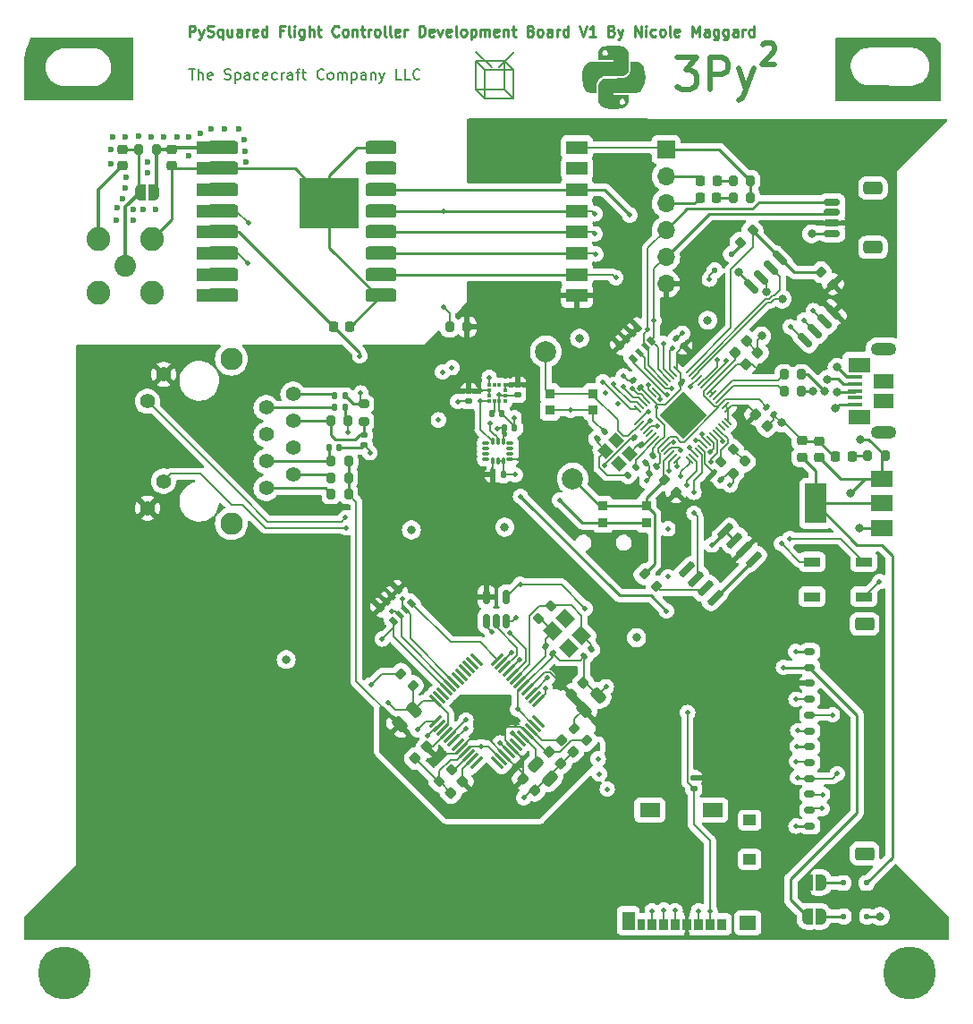
<source format=gbr>
%TF.GenerationSoftware,KiCad,Pcbnew,7.0.1*%
%TF.CreationDate,2023-07-16T20:54:18-07:00*%
%TF.ProjectId,flight_computer_dev_board_rfm98pw,666c6967-6874-45f6-936f-6d7075746572,rev?*%
%TF.SameCoordinates,Original*%
%TF.FileFunction,Copper,L1,Top*%
%TF.FilePolarity,Positive*%
%FSLAX46Y46*%
G04 Gerber Fmt 4.6, Leading zero omitted, Abs format (unit mm)*
G04 Created by KiCad (PCBNEW 7.0.1) date 2023-07-16 20:54:18*
%MOMM*%
%LPD*%
G01*
G04 APERTURE LIST*
G04 Aperture macros list*
%AMRoundRect*
0 Rectangle with rounded corners*
0 $1 Rounding radius*
0 $2 $3 $4 $5 $6 $7 $8 $9 X,Y pos of 4 corners*
0 Add a 4 corners polygon primitive as box body*
4,1,4,$2,$3,$4,$5,$6,$7,$8,$9,$2,$3,0*
0 Add four circle primitives for the rounded corners*
1,1,$1+$1,$2,$3*
1,1,$1+$1,$4,$5*
1,1,$1+$1,$6,$7*
1,1,$1+$1,$8,$9*
0 Add four rect primitives between the rounded corners*
20,1,$1+$1,$2,$3,$4,$5,0*
20,1,$1+$1,$4,$5,$6,$7,0*
20,1,$1+$1,$6,$7,$8,$9,0*
20,1,$1+$1,$8,$9,$2,$3,0*%
%AMRotRect*
0 Rectangle, with rotation*
0 The origin of the aperture is its center*
0 $1 length*
0 $2 width*
0 $3 Rotation angle, in degrees counterclockwise*
0 Add horizontal line*
21,1,$1,$2,0,0,$3*%
%AMFreePoly0*
4,1,19,0.500000,-0.750000,0.000000,-0.750000,0.000000,-0.744911,-0.071157,-0.744911,-0.207708,-0.704816,-0.327430,-0.627875,-0.420627,-0.520320,-0.479746,-0.390866,-0.500000,-0.250000,-0.500000,0.250000,-0.479746,0.390866,-0.420627,0.520320,-0.327430,0.627875,-0.207708,0.704816,-0.071157,0.744911,0.000000,0.744911,0.000000,0.750000,0.500000,0.750000,0.500000,-0.750000,0.500000,-0.750000,
$1*%
%AMFreePoly1*
4,1,19,0.000000,0.744911,0.071157,0.744911,0.207708,0.704816,0.327430,0.627875,0.420627,0.520320,0.479746,0.390866,0.500000,0.250000,0.500000,-0.250000,0.479746,-0.390866,0.420627,-0.520320,0.327430,-0.627875,0.207708,-0.704816,0.071157,-0.744911,0.000000,-0.744911,0.000000,-0.750000,-0.500000,-0.750000,-0.500000,0.750000,0.000000,0.750000,0.000000,0.744911,0.000000,0.744911,
$1*%
G04 Aperture macros list end*
%TA.AperFunction,NonConductor*%
%ADD10C,0.200000*%
%TD*%
%ADD11C,0.500000*%
%TA.AperFunction,NonConductor*%
%ADD12C,0.500000*%
%TD*%
%ADD13C,0.250000*%
%TA.AperFunction,NonConductor*%
%ADD14C,0.250000*%
%TD*%
%ADD15C,0.150000*%
%TA.AperFunction,NonConductor*%
%ADD16C,0.150000*%
%TD*%
%TA.AperFunction,SMDPad,CuDef*%
%ADD17RoundRect,0.218750X0.026517X-0.335876X0.335876X-0.026517X-0.026517X0.335876X-0.335876X0.026517X0*%
%TD*%
%TA.AperFunction,SMDPad,CuDef*%
%ADD18RotRect,0.800000X0.500000X135.000000*%
%TD*%
%TA.AperFunction,SMDPad,CuDef*%
%ADD19RotRect,0.800000X0.400000X135.000000*%
%TD*%
%TA.AperFunction,SMDPad,CuDef*%
%ADD20RoundRect,0.140000X-0.021213X0.219203X-0.219203X0.021213X0.021213X-0.219203X0.219203X-0.021213X0*%
%TD*%
%TA.AperFunction,SMDPad,CuDef*%
%ADD21RoundRect,0.225000X0.250000X-0.225000X0.250000X0.225000X-0.250000X0.225000X-0.250000X-0.225000X0*%
%TD*%
%TA.AperFunction,SMDPad,CuDef*%
%ADD22RoundRect,0.200000X-0.200000X-0.275000X0.200000X-0.275000X0.200000X0.275000X-0.200000X0.275000X0*%
%TD*%
%TA.AperFunction,SMDPad,CuDef*%
%ADD23RoundRect,0.140000X-0.140000X-0.170000X0.140000X-0.170000X0.140000X0.170000X-0.140000X0.170000X0*%
%TD*%
%TA.AperFunction,SMDPad,CuDef*%
%ADD24RoundRect,0.135000X0.185000X-0.135000X0.185000X0.135000X-0.185000X0.135000X-0.185000X-0.135000X0*%
%TD*%
%TA.AperFunction,ComponentPad*%
%ADD25C,2.050000*%
%TD*%
%TA.AperFunction,ComponentPad*%
%ADD26C,2.250000*%
%TD*%
%TA.AperFunction,SMDPad,CuDef*%
%ADD27RoundRect,0.225000X-0.250000X0.225000X-0.250000X-0.225000X0.250000X-0.225000X0.250000X0.225000X0*%
%TD*%
%TA.AperFunction,SMDPad,CuDef*%
%ADD28RoundRect,0.200000X0.200000X0.275000X-0.200000X0.275000X-0.200000X-0.275000X0.200000X-0.275000X0*%
%TD*%
%TA.AperFunction,SMDPad,CuDef*%
%ADD29R,2.000000X1.500000*%
%TD*%
%TA.AperFunction,SMDPad,CuDef*%
%ADD30R,2.000000X3.800000*%
%TD*%
%TA.AperFunction,SMDPad,CuDef*%
%ADD31RoundRect,0.250000X0.159099X-0.512652X0.512652X-0.159099X-0.159099X0.512652X-0.512652X0.159099X0*%
%TD*%
%TA.AperFunction,SMDPad,CuDef*%
%ADD32RoundRect,0.140000X0.021213X-0.219203X0.219203X-0.021213X-0.021213X0.219203X-0.219203X0.021213X0*%
%TD*%
%TA.AperFunction,SMDPad,CuDef*%
%ADD33RoundRect,0.250000X0.512652X0.159099X0.159099X0.512652X-0.512652X-0.159099X-0.159099X-0.512652X0*%
%TD*%
%TA.AperFunction,SMDPad,CuDef*%
%ADD34RoundRect,0.218750X0.218750X0.256250X-0.218750X0.256250X-0.218750X-0.256250X0.218750X-0.256250X0*%
%TD*%
%TA.AperFunction,SMDPad,CuDef*%
%ADD35RoundRect,0.200000X-0.335876X-0.053033X-0.053033X-0.335876X0.335876X0.053033X0.053033X0.335876X0*%
%TD*%
%TA.AperFunction,SMDPad,CuDef*%
%ADD36RoundRect,0.218750X-0.218750X-0.256250X0.218750X-0.256250X0.218750X0.256250X-0.218750X0.256250X0*%
%TD*%
%TA.AperFunction,SMDPad,CuDef*%
%ADD37RoundRect,0.225000X-0.017678X0.335876X-0.335876X0.017678X0.017678X-0.335876X0.335876X-0.017678X0*%
%TD*%
%TA.AperFunction,SMDPad,CuDef*%
%ADD38R,0.900000X0.900000*%
%TD*%
%TA.AperFunction,SMDPad,CuDef*%
%ADD39RoundRect,0.140000X-0.170000X0.140000X-0.170000X-0.140000X0.170000X-0.140000X0.170000X0.140000X0*%
%TD*%
%TA.AperFunction,SMDPad,CuDef*%
%ADD40RoundRect,0.225000X0.017678X-0.335876X0.335876X-0.017678X-0.017678X0.335876X-0.335876X0.017678X0*%
%TD*%
%TA.AperFunction,SMDPad,CuDef*%
%ADD41RotRect,1.400000X1.200000X315.000000*%
%TD*%
%TA.AperFunction,SMDPad,CuDef*%
%ADD42RoundRect,0.135000X-0.035355X0.226274X-0.226274X0.035355X0.035355X-0.226274X0.226274X-0.035355X0*%
%TD*%
%TA.AperFunction,SMDPad,CuDef*%
%ADD43RoundRect,0.225000X-0.335876X-0.017678X-0.017678X-0.335876X0.335876X0.017678X0.017678X0.335876X0*%
%TD*%
%TA.AperFunction,SMDPad,CuDef*%
%ADD44RoundRect,0.200000X0.053033X-0.335876X0.335876X-0.053033X-0.053033X0.335876X-0.335876X0.053033X0*%
%TD*%
%TA.AperFunction,SMDPad,CuDef*%
%ADD45RotRect,1.150000X1.000000X315.000000*%
%TD*%
%TA.AperFunction,SMDPad,CuDef*%
%ADD46RoundRect,0.140000X0.219203X0.021213X0.021213X0.219203X-0.219203X-0.021213X-0.021213X-0.219203X0*%
%TD*%
%TA.AperFunction,SMDPad,CuDef*%
%ADD47FreePoly0,0.000000*%
%TD*%
%TA.AperFunction,SMDPad,CuDef*%
%ADD48FreePoly1,0.000000*%
%TD*%
%TA.AperFunction,ComponentPad*%
%ADD49C,5.000000*%
%TD*%
%TA.AperFunction,SMDPad,CuDef*%
%ADD50RoundRect,0.200000X0.335876X0.053033X0.053033X0.335876X-0.335876X-0.053033X-0.053033X-0.335876X0*%
%TD*%
%TA.AperFunction,SMDPad,CuDef*%
%ADD51R,2.000000X1.300000*%
%TD*%
%TA.AperFunction,SMDPad,CuDef*%
%ADD52R,5.699999X4.800001*%
%TD*%
%TA.AperFunction,SMDPad,CuDef*%
%ADD53RoundRect,0.200000X-0.275000X0.200000X-0.275000X-0.200000X0.275000X-0.200000X0.275000X0.200000X0*%
%TD*%
%TA.AperFunction,SMDPad,CuDef*%
%ADD54RoundRect,0.150000X0.150000X-0.512500X0.150000X0.512500X-0.150000X0.512500X-0.150000X-0.512500X0*%
%TD*%
%TA.AperFunction,ComponentPad*%
%ADD55C,2.000000*%
%TD*%
%TA.AperFunction,SMDPad,CuDef*%
%ADD56RoundRect,0.125000X-0.125000X-0.125000X0.125000X-0.125000X0.125000X0.125000X-0.125000X0.125000X0*%
%TD*%
%TA.AperFunction,SMDPad,CuDef*%
%ADD57RoundRect,0.087500X-0.225000X-0.087500X0.225000X-0.087500X0.225000X0.087500X-0.225000X0.087500X0*%
%TD*%
%TA.AperFunction,SMDPad,CuDef*%
%ADD58RoundRect,0.087500X-0.087500X-0.225000X0.087500X-0.225000X0.087500X0.225000X-0.087500X0.225000X0*%
%TD*%
%TA.AperFunction,SMDPad,CuDef*%
%ADD59RoundRect,0.150000X-0.565685X0.353553X0.353553X-0.565685X0.565685X-0.353553X-0.353553X0.565685X0*%
%TD*%
%TA.AperFunction,SMDPad,CuDef*%
%ADD60RoundRect,0.140000X-0.219203X-0.021213X-0.021213X-0.219203X0.219203X0.021213X0.021213X0.219203X0*%
%TD*%
%TA.AperFunction,SMDPad,CuDef*%
%ADD61R,1.500000X0.900000*%
%TD*%
%TA.AperFunction,SMDPad,CuDef*%
%ADD62RoundRect,0.125000X0.000000X-0.176777X0.176777X0.000000X0.000000X0.176777X-0.176777X0.000000X0*%
%TD*%
%TA.AperFunction,SMDPad,CuDef*%
%ADD63R,0.850000X1.100000*%
%TD*%
%TA.AperFunction,SMDPad,CuDef*%
%ADD64R,0.750000X1.100000*%
%TD*%
%TA.AperFunction,SMDPad,CuDef*%
%ADD65R,1.200000X1.000000*%
%TD*%
%TA.AperFunction,SMDPad,CuDef*%
%ADD66R,1.550000X1.350000*%
%TD*%
%TA.AperFunction,SMDPad,CuDef*%
%ADD67R,1.900000X1.350000*%
%TD*%
%TA.AperFunction,SMDPad,CuDef*%
%ADD68R,1.170000X1.800000*%
%TD*%
%TA.AperFunction,SMDPad,CuDef*%
%ADD69RoundRect,0.150000X0.625000X-0.150000X0.625000X0.150000X-0.625000X0.150000X-0.625000X-0.150000X0*%
%TD*%
%TA.AperFunction,SMDPad,CuDef*%
%ADD70RoundRect,0.250000X0.650000X-0.350000X0.650000X0.350000X-0.650000X0.350000X-0.650000X-0.350000X0*%
%TD*%
%TA.AperFunction,SMDPad,CuDef*%
%ADD71RoundRect,0.050000X-0.309359X0.238649X0.238649X-0.309359X0.309359X-0.238649X-0.238649X0.309359X0*%
%TD*%
%TA.AperFunction,SMDPad,CuDef*%
%ADD72RoundRect,0.050000X-0.309359X-0.238649X-0.238649X-0.309359X0.309359X0.238649X0.238649X0.309359X0*%
%TD*%
%TA.AperFunction,ComponentPad*%
%ADD73C,0.500000*%
%TD*%
%TA.AperFunction,SMDPad,CuDef*%
%ADD74RotRect,3.200000X3.200000X315.000000*%
%TD*%
%TA.AperFunction,SMDPad,CuDef*%
%ADD75RoundRect,0.317500X1.157500X0.317500X-1.157500X0.317500X-1.157500X-0.317500X1.157500X-0.317500X0*%
%TD*%
%TA.AperFunction,SMDPad,CuDef*%
%ADD76R,0.375000X0.350000*%
%TD*%
%TA.AperFunction,SMDPad,CuDef*%
%ADD77R,0.350000X0.375000*%
%TD*%
%TA.AperFunction,SMDPad,CuDef*%
%ADD78RoundRect,0.225000X0.225000X0.250000X-0.225000X0.250000X-0.225000X-0.250000X0.225000X-0.250000X0*%
%TD*%
%TA.AperFunction,SMDPad,CuDef*%
%ADD79RoundRect,0.150000X0.350000X-0.150000X0.350000X0.150000X-0.350000X0.150000X-0.350000X-0.150000X0*%
%TD*%
%TA.AperFunction,SMDPad,CuDef*%
%ADD80RoundRect,0.250000X0.650000X-0.375000X0.650000X0.375000X-0.650000X0.375000X-0.650000X-0.375000X0*%
%TD*%
%TA.AperFunction,SMDPad,CuDef*%
%ADD81RoundRect,0.150000X0.406586X0.618718X-0.618718X-0.406586X-0.406586X-0.618718X0.618718X0.406586X0*%
%TD*%
%TA.AperFunction,SMDPad,CuDef*%
%ADD82RoundRect,0.200000X-0.053033X0.335876X-0.335876X0.053033X0.053033X-0.335876X0.335876X-0.053033X0*%
%TD*%
%TA.AperFunction,SMDPad,CuDef*%
%ADD83RoundRect,0.225000X0.335876X0.017678X0.017678X0.335876X-0.335876X-0.017678X-0.017678X-0.335876X0*%
%TD*%
%TA.AperFunction,SMDPad,CuDef*%
%ADD84R,1.380000X0.450000*%
%TD*%
%TA.AperFunction,ComponentPad*%
%ADD85O,2.416000X1.208000*%
%TD*%
%TA.AperFunction,SMDPad,CuDef*%
%ADD86R,2.100000X1.475000*%
%TD*%
%TA.AperFunction,SMDPad,CuDef*%
%ADD87R,1.900000X1.375000*%
%TD*%
%TA.AperFunction,SMDPad,CuDef*%
%ADD88RoundRect,0.075000X-0.415425X-0.521491X0.521491X0.415425X0.415425X0.521491X-0.521491X-0.415425X0*%
%TD*%
%TA.AperFunction,SMDPad,CuDef*%
%ADD89RoundRect,0.075000X0.415425X-0.521491X0.521491X-0.415425X-0.415425X0.521491X-0.521491X0.415425X0*%
%TD*%
%TA.AperFunction,ComponentPad*%
%ADD90R,1.700000X1.700000*%
%TD*%
%TA.AperFunction,ComponentPad*%
%ADD91O,1.700000X1.700000*%
%TD*%
%TA.AperFunction,ComponentPad*%
%ADD92C,1.397000*%
%TD*%
%TA.AperFunction,ComponentPad*%
%ADD93C,2.108200*%
%TD*%
%TA.AperFunction,ViaPad*%
%ADD94C,0.600000*%
%TD*%
%TA.AperFunction,ViaPad*%
%ADD95C,0.800000*%
%TD*%
%TA.AperFunction,ViaPad*%
%ADD96C,0.460000*%
%TD*%
%TA.AperFunction,Conductor*%
%ADD97C,0.300000*%
%TD*%
%TA.AperFunction,Conductor*%
%ADD98C,0.250000*%
%TD*%
%TA.AperFunction,Conductor*%
%ADD99C,0.127000*%
%TD*%
%TA.AperFunction,Conductor*%
%ADD100C,0.200000*%
%TD*%
G04 APERTURE END LIST*
D10*
X187190000Y-55370000D02*
X186340000Y-54520000D01*
X189040000Y-51820000D02*
X189890000Y-52670000D01*
X187840000Y-52410000D02*
X186360000Y-50930000D01*
X186340000Y-54520000D02*
X189040000Y-54520000D01*
X187190000Y-52670000D02*
X187190000Y-55370000D01*
X189890000Y-52670000D02*
X187190000Y-52670000D01*
X189040000Y-51820000D02*
X186340000Y-51820000D01*
X188520000Y-52390000D02*
X189990000Y-50920000D01*
X189040000Y-54520000D02*
X189040000Y-51820000D01*
X186340000Y-54520000D02*
X186340000Y-51820000D01*
X186340000Y-51820000D02*
X187190000Y-52670000D01*
X187190000Y-55370000D02*
X189890000Y-55370000D01*
X189040000Y-54520000D02*
X189890000Y-55370000D01*
X189890000Y-55370000D02*
X189890000Y-52670000D01*
D11*
D12*
X213498571Y-50315714D02*
X213593809Y-50220476D01*
X213593809Y-50220476D02*
X213784285Y-50125238D01*
X213784285Y-50125238D02*
X214260476Y-50125238D01*
X214260476Y-50125238D02*
X214450952Y-50220476D01*
X214450952Y-50220476D02*
X214546190Y-50315714D01*
X214546190Y-50315714D02*
X214641428Y-50506190D01*
X214641428Y-50506190D02*
X214641428Y-50696666D01*
X214641428Y-50696666D02*
X214546190Y-50982380D01*
X214546190Y-50982380D02*
X213403333Y-52125238D01*
X213403333Y-52125238D02*
X214641428Y-52125238D01*
D11*
D12*
X205367143Y-51507857D02*
X207224286Y-51507857D01*
X207224286Y-51507857D02*
X206224286Y-52650714D01*
X206224286Y-52650714D02*
X206652857Y-52650714D01*
X206652857Y-52650714D02*
X206938572Y-52793571D01*
X206938572Y-52793571D02*
X207081429Y-52936428D01*
X207081429Y-52936428D02*
X207224286Y-53222142D01*
X207224286Y-53222142D02*
X207224286Y-53936428D01*
X207224286Y-53936428D02*
X207081429Y-54222142D01*
X207081429Y-54222142D02*
X206938572Y-54365000D01*
X206938572Y-54365000D02*
X206652857Y-54507857D01*
X206652857Y-54507857D02*
X205795714Y-54507857D01*
X205795714Y-54507857D02*
X205510000Y-54365000D01*
X205510000Y-54365000D02*
X205367143Y-54222142D01*
X208510000Y-54507857D02*
X208510000Y-51507857D01*
X208510000Y-51507857D02*
X209652857Y-51507857D01*
X209652857Y-51507857D02*
X209938572Y-51650714D01*
X209938572Y-51650714D02*
X210081429Y-51793571D01*
X210081429Y-51793571D02*
X210224286Y-52079285D01*
X210224286Y-52079285D02*
X210224286Y-52507857D01*
X210224286Y-52507857D02*
X210081429Y-52793571D01*
X210081429Y-52793571D02*
X209938572Y-52936428D01*
X209938572Y-52936428D02*
X209652857Y-53079285D01*
X209652857Y-53079285D02*
X208510000Y-53079285D01*
X211224286Y-52507857D02*
X211938572Y-54507857D01*
X212652857Y-52507857D02*
X211938572Y-54507857D01*
X211938572Y-54507857D02*
X211652857Y-55222142D01*
X211652857Y-55222142D02*
X211510000Y-55365000D01*
X211510000Y-55365000D02*
X211224286Y-55507857D01*
D13*
D14*
X159205709Y-49477619D02*
X159205709Y-48477619D01*
X159205709Y-48477619D02*
X159586661Y-48477619D01*
X159586661Y-48477619D02*
X159681899Y-48525238D01*
X159681899Y-48525238D02*
X159729518Y-48572857D01*
X159729518Y-48572857D02*
X159777137Y-48668095D01*
X159777137Y-48668095D02*
X159777137Y-48810952D01*
X159777137Y-48810952D02*
X159729518Y-48906190D01*
X159729518Y-48906190D02*
X159681899Y-48953809D01*
X159681899Y-48953809D02*
X159586661Y-49001428D01*
X159586661Y-49001428D02*
X159205709Y-49001428D01*
X160110471Y-48810952D02*
X160348566Y-49477619D01*
X160586661Y-48810952D02*
X160348566Y-49477619D01*
X160348566Y-49477619D02*
X160253328Y-49715714D01*
X160253328Y-49715714D02*
X160205709Y-49763333D01*
X160205709Y-49763333D02*
X160110471Y-49810952D01*
X160919995Y-49430000D02*
X161062852Y-49477619D01*
X161062852Y-49477619D02*
X161300947Y-49477619D01*
X161300947Y-49477619D02*
X161396185Y-49430000D01*
X161396185Y-49430000D02*
X161443804Y-49382380D01*
X161443804Y-49382380D02*
X161491423Y-49287142D01*
X161491423Y-49287142D02*
X161491423Y-49191904D01*
X161491423Y-49191904D02*
X161443804Y-49096666D01*
X161443804Y-49096666D02*
X161396185Y-49049047D01*
X161396185Y-49049047D02*
X161300947Y-49001428D01*
X161300947Y-49001428D02*
X161110471Y-48953809D01*
X161110471Y-48953809D02*
X161015233Y-48906190D01*
X161015233Y-48906190D02*
X160967614Y-48858571D01*
X160967614Y-48858571D02*
X160919995Y-48763333D01*
X160919995Y-48763333D02*
X160919995Y-48668095D01*
X160919995Y-48668095D02*
X160967614Y-48572857D01*
X160967614Y-48572857D02*
X161015233Y-48525238D01*
X161015233Y-48525238D02*
X161110471Y-48477619D01*
X161110471Y-48477619D02*
X161348566Y-48477619D01*
X161348566Y-48477619D02*
X161491423Y-48525238D01*
X162348566Y-48810952D02*
X162348566Y-49810952D01*
X162348566Y-49430000D02*
X162253328Y-49477619D01*
X162253328Y-49477619D02*
X162062852Y-49477619D01*
X162062852Y-49477619D02*
X161967614Y-49430000D01*
X161967614Y-49430000D02*
X161919995Y-49382380D01*
X161919995Y-49382380D02*
X161872376Y-49287142D01*
X161872376Y-49287142D02*
X161872376Y-49001428D01*
X161872376Y-49001428D02*
X161919995Y-48906190D01*
X161919995Y-48906190D02*
X161967614Y-48858571D01*
X161967614Y-48858571D02*
X162062852Y-48810952D01*
X162062852Y-48810952D02*
X162253328Y-48810952D01*
X162253328Y-48810952D02*
X162348566Y-48858571D01*
X163253328Y-48810952D02*
X163253328Y-49477619D01*
X162824757Y-48810952D02*
X162824757Y-49334761D01*
X162824757Y-49334761D02*
X162872376Y-49430000D01*
X162872376Y-49430000D02*
X162967614Y-49477619D01*
X162967614Y-49477619D02*
X163110471Y-49477619D01*
X163110471Y-49477619D02*
X163205709Y-49430000D01*
X163205709Y-49430000D02*
X163253328Y-49382380D01*
X164158090Y-49477619D02*
X164158090Y-48953809D01*
X164158090Y-48953809D02*
X164110471Y-48858571D01*
X164110471Y-48858571D02*
X164015233Y-48810952D01*
X164015233Y-48810952D02*
X163824757Y-48810952D01*
X163824757Y-48810952D02*
X163729519Y-48858571D01*
X164158090Y-49430000D02*
X164062852Y-49477619D01*
X164062852Y-49477619D02*
X163824757Y-49477619D01*
X163824757Y-49477619D02*
X163729519Y-49430000D01*
X163729519Y-49430000D02*
X163681900Y-49334761D01*
X163681900Y-49334761D02*
X163681900Y-49239523D01*
X163681900Y-49239523D02*
X163729519Y-49144285D01*
X163729519Y-49144285D02*
X163824757Y-49096666D01*
X163824757Y-49096666D02*
X164062852Y-49096666D01*
X164062852Y-49096666D02*
X164158090Y-49049047D01*
X164634281Y-49477619D02*
X164634281Y-48810952D01*
X164634281Y-49001428D02*
X164681900Y-48906190D01*
X164681900Y-48906190D02*
X164729519Y-48858571D01*
X164729519Y-48858571D02*
X164824757Y-48810952D01*
X164824757Y-48810952D02*
X164919995Y-48810952D01*
X165634281Y-49430000D02*
X165539043Y-49477619D01*
X165539043Y-49477619D02*
X165348567Y-49477619D01*
X165348567Y-49477619D02*
X165253329Y-49430000D01*
X165253329Y-49430000D02*
X165205710Y-49334761D01*
X165205710Y-49334761D02*
X165205710Y-48953809D01*
X165205710Y-48953809D02*
X165253329Y-48858571D01*
X165253329Y-48858571D02*
X165348567Y-48810952D01*
X165348567Y-48810952D02*
X165539043Y-48810952D01*
X165539043Y-48810952D02*
X165634281Y-48858571D01*
X165634281Y-48858571D02*
X165681900Y-48953809D01*
X165681900Y-48953809D02*
X165681900Y-49049047D01*
X165681900Y-49049047D02*
X165205710Y-49144285D01*
X166539043Y-49477619D02*
X166539043Y-48477619D01*
X166539043Y-49430000D02*
X166443805Y-49477619D01*
X166443805Y-49477619D02*
X166253329Y-49477619D01*
X166253329Y-49477619D02*
X166158091Y-49430000D01*
X166158091Y-49430000D02*
X166110472Y-49382380D01*
X166110472Y-49382380D02*
X166062853Y-49287142D01*
X166062853Y-49287142D02*
X166062853Y-49001428D01*
X166062853Y-49001428D02*
X166110472Y-48906190D01*
X166110472Y-48906190D02*
X166158091Y-48858571D01*
X166158091Y-48858571D02*
X166253329Y-48810952D01*
X166253329Y-48810952D02*
X166443805Y-48810952D01*
X166443805Y-48810952D02*
X166539043Y-48858571D01*
X168110472Y-48953809D02*
X167777139Y-48953809D01*
X167777139Y-49477619D02*
X167777139Y-48477619D01*
X167777139Y-48477619D02*
X168253329Y-48477619D01*
X168777139Y-49477619D02*
X168681901Y-49430000D01*
X168681901Y-49430000D02*
X168634282Y-49334761D01*
X168634282Y-49334761D02*
X168634282Y-48477619D01*
X169158092Y-49477619D02*
X169158092Y-48810952D01*
X169158092Y-48477619D02*
X169110473Y-48525238D01*
X169110473Y-48525238D02*
X169158092Y-48572857D01*
X169158092Y-48572857D02*
X169205711Y-48525238D01*
X169205711Y-48525238D02*
X169158092Y-48477619D01*
X169158092Y-48477619D02*
X169158092Y-48572857D01*
X170062853Y-48810952D02*
X170062853Y-49620476D01*
X170062853Y-49620476D02*
X170015234Y-49715714D01*
X170015234Y-49715714D02*
X169967615Y-49763333D01*
X169967615Y-49763333D02*
X169872377Y-49810952D01*
X169872377Y-49810952D02*
X169729520Y-49810952D01*
X169729520Y-49810952D02*
X169634282Y-49763333D01*
X170062853Y-49430000D02*
X169967615Y-49477619D01*
X169967615Y-49477619D02*
X169777139Y-49477619D01*
X169777139Y-49477619D02*
X169681901Y-49430000D01*
X169681901Y-49430000D02*
X169634282Y-49382380D01*
X169634282Y-49382380D02*
X169586663Y-49287142D01*
X169586663Y-49287142D02*
X169586663Y-49001428D01*
X169586663Y-49001428D02*
X169634282Y-48906190D01*
X169634282Y-48906190D02*
X169681901Y-48858571D01*
X169681901Y-48858571D02*
X169777139Y-48810952D01*
X169777139Y-48810952D02*
X169967615Y-48810952D01*
X169967615Y-48810952D02*
X170062853Y-48858571D01*
X170539044Y-49477619D02*
X170539044Y-48477619D01*
X170967615Y-49477619D02*
X170967615Y-48953809D01*
X170967615Y-48953809D02*
X170919996Y-48858571D01*
X170919996Y-48858571D02*
X170824758Y-48810952D01*
X170824758Y-48810952D02*
X170681901Y-48810952D01*
X170681901Y-48810952D02*
X170586663Y-48858571D01*
X170586663Y-48858571D02*
X170539044Y-48906190D01*
X171300949Y-48810952D02*
X171681901Y-48810952D01*
X171443806Y-48477619D02*
X171443806Y-49334761D01*
X171443806Y-49334761D02*
X171491425Y-49430000D01*
X171491425Y-49430000D02*
X171586663Y-49477619D01*
X171586663Y-49477619D02*
X171681901Y-49477619D01*
X173348568Y-49382380D02*
X173300949Y-49430000D01*
X173300949Y-49430000D02*
X173158092Y-49477619D01*
X173158092Y-49477619D02*
X173062854Y-49477619D01*
X173062854Y-49477619D02*
X172919997Y-49430000D01*
X172919997Y-49430000D02*
X172824759Y-49334761D01*
X172824759Y-49334761D02*
X172777140Y-49239523D01*
X172777140Y-49239523D02*
X172729521Y-49049047D01*
X172729521Y-49049047D02*
X172729521Y-48906190D01*
X172729521Y-48906190D02*
X172777140Y-48715714D01*
X172777140Y-48715714D02*
X172824759Y-48620476D01*
X172824759Y-48620476D02*
X172919997Y-48525238D01*
X172919997Y-48525238D02*
X173062854Y-48477619D01*
X173062854Y-48477619D02*
X173158092Y-48477619D01*
X173158092Y-48477619D02*
X173300949Y-48525238D01*
X173300949Y-48525238D02*
X173348568Y-48572857D01*
X173919997Y-49477619D02*
X173824759Y-49430000D01*
X173824759Y-49430000D02*
X173777140Y-49382380D01*
X173777140Y-49382380D02*
X173729521Y-49287142D01*
X173729521Y-49287142D02*
X173729521Y-49001428D01*
X173729521Y-49001428D02*
X173777140Y-48906190D01*
X173777140Y-48906190D02*
X173824759Y-48858571D01*
X173824759Y-48858571D02*
X173919997Y-48810952D01*
X173919997Y-48810952D02*
X174062854Y-48810952D01*
X174062854Y-48810952D02*
X174158092Y-48858571D01*
X174158092Y-48858571D02*
X174205711Y-48906190D01*
X174205711Y-48906190D02*
X174253330Y-49001428D01*
X174253330Y-49001428D02*
X174253330Y-49287142D01*
X174253330Y-49287142D02*
X174205711Y-49382380D01*
X174205711Y-49382380D02*
X174158092Y-49430000D01*
X174158092Y-49430000D02*
X174062854Y-49477619D01*
X174062854Y-49477619D02*
X173919997Y-49477619D01*
X174681902Y-48810952D02*
X174681902Y-49477619D01*
X174681902Y-48906190D02*
X174729521Y-48858571D01*
X174729521Y-48858571D02*
X174824759Y-48810952D01*
X174824759Y-48810952D02*
X174967616Y-48810952D01*
X174967616Y-48810952D02*
X175062854Y-48858571D01*
X175062854Y-48858571D02*
X175110473Y-48953809D01*
X175110473Y-48953809D02*
X175110473Y-49477619D01*
X175443807Y-48810952D02*
X175824759Y-48810952D01*
X175586664Y-48477619D02*
X175586664Y-49334761D01*
X175586664Y-49334761D02*
X175634283Y-49430000D01*
X175634283Y-49430000D02*
X175729521Y-49477619D01*
X175729521Y-49477619D02*
X175824759Y-49477619D01*
X176158093Y-49477619D02*
X176158093Y-48810952D01*
X176158093Y-49001428D02*
X176205712Y-48906190D01*
X176205712Y-48906190D02*
X176253331Y-48858571D01*
X176253331Y-48858571D02*
X176348569Y-48810952D01*
X176348569Y-48810952D02*
X176443807Y-48810952D01*
X176919998Y-49477619D02*
X176824760Y-49430000D01*
X176824760Y-49430000D02*
X176777141Y-49382380D01*
X176777141Y-49382380D02*
X176729522Y-49287142D01*
X176729522Y-49287142D02*
X176729522Y-49001428D01*
X176729522Y-49001428D02*
X176777141Y-48906190D01*
X176777141Y-48906190D02*
X176824760Y-48858571D01*
X176824760Y-48858571D02*
X176919998Y-48810952D01*
X176919998Y-48810952D02*
X177062855Y-48810952D01*
X177062855Y-48810952D02*
X177158093Y-48858571D01*
X177158093Y-48858571D02*
X177205712Y-48906190D01*
X177205712Y-48906190D02*
X177253331Y-49001428D01*
X177253331Y-49001428D02*
X177253331Y-49287142D01*
X177253331Y-49287142D02*
X177205712Y-49382380D01*
X177205712Y-49382380D02*
X177158093Y-49430000D01*
X177158093Y-49430000D02*
X177062855Y-49477619D01*
X177062855Y-49477619D02*
X176919998Y-49477619D01*
X177824760Y-49477619D02*
X177729522Y-49430000D01*
X177729522Y-49430000D02*
X177681903Y-49334761D01*
X177681903Y-49334761D02*
X177681903Y-48477619D01*
X178348570Y-49477619D02*
X178253332Y-49430000D01*
X178253332Y-49430000D02*
X178205713Y-49334761D01*
X178205713Y-49334761D02*
X178205713Y-48477619D01*
X179110475Y-49430000D02*
X179015237Y-49477619D01*
X179015237Y-49477619D02*
X178824761Y-49477619D01*
X178824761Y-49477619D02*
X178729523Y-49430000D01*
X178729523Y-49430000D02*
X178681904Y-49334761D01*
X178681904Y-49334761D02*
X178681904Y-48953809D01*
X178681904Y-48953809D02*
X178729523Y-48858571D01*
X178729523Y-48858571D02*
X178824761Y-48810952D01*
X178824761Y-48810952D02*
X179015237Y-48810952D01*
X179015237Y-48810952D02*
X179110475Y-48858571D01*
X179110475Y-48858571D02*
X179158094Y-48953809D01*
X179158094Y-48953809D02*
X179158094Y-49049047D01*
X179158094Y-49049047D02*
X178681904Y-49144285D01*
X179586666Y-49477619D02*
X179586666Y-48810952D01*
X179586666Y-49001428D02*
X179634285Y-48906190D01*
X179634285Y-48906190D02*
X179681904Y-48858571D01*
X179681904Y-48858571D02*
X179777142Y-48810952D01*
X179777142Y-48810952D02*
X179872380Y-48810952D01*
X180967619Y-49477619D02*
X180967619Y-48477619D01*
X180967619Y-48477619D02*
X181205714Y-48477619D01*
X181205714Y-48477619D02*
X181348571Y-48525238D01*
X181348571Y-48525238D02*
X181443809Y-48620476D01*
X181443809Y-48620476D02*
X181491428Y-48715714D01*
X181491428Y-48715714D02*
X181539047Y-48906190D01*
X181539047Y-48906190D02*
X181539047Y-49049047D01*
X181539047Y-49049047D02*
X181491428Y-49239523D01*
X181491428Y-49239523D02*
X181443809Y-49334761D01*
X181443809Y-49334761D02*
X181348571Y-49430000D01*
X181348571Y-49430000D02*
X181205714Y-49477619D01*
X181205714Y-49477619D02*
X180967619Y-49477619D01*
X182348571Y-49430000D02*
X182253333Y-49477619D01*
X182253333Y-49477619D02*
X182062857Y-49477619D01*
X182062857Y-49477619D02*
X181967619Y-49430000D01*
X181967619Y-49430000D02*
X181920000Y-49334761D01*
X181920000Y-49334761D02*
X181920000Y-48953809D01*
X181920000Y-48953809D02*
X181967619Y-48858571D01*
X181967619Y-48858571D02*
X182062857Y-48810952D01*
X182062857Y-48810952D02*
X182253333Y-48810952D01*
X182253333Y-48810952D02*
X182348571Y-48858571D01*
X182348571Y-48858571D02*
X182396190Y-48953809D01*
X182396190Y-48953809D02*
X182396190Y-49049047D01*
X182396190Y-49049047D02*
X181920000Y-49144285D01*
X182729524Y-48810952D02*
X182967619Y-49477619D01*
X182967619Y-49477619D02*
X183205714Y-48810952D01*
X183967619Y-49430000D02*
X183872381Y-49477619D01*
X183872381Y-49477619D02*
X183681905Y-49477619D01*
X183681905Y-49477619D02*
X183586667Y-49430000D01*
X183586667Y-49430000D02*
X183539048Y-49334761D01*
X183539048Y-49334761D02*
X183539048Y-48953809D01*
X183539048Y-48953809D02*
X183586667Y-48858571D01*
X183586667Y-48858571D02*
X183681905Y-48810952D01*
X183681905Y-48810952D02*
X183872381Y-48810952D01*
X183872381Y-48810952D02*
X183967619Y-48858571D01*
X183967619Y-48858571D02*
X184015238Y-48953809D01*
X184015238Y-48953809D02*
X184015238Y-49049047D01*
X184015238Y-49049047D02*
X183539048Y-49144285D01*
X184586667Y-49477619D02*
X184491429Y-49430000D01*
X184491429Y-49430000D02*
X184443810Y-49334761D01*
X184443810Y-49334761D02*
X184443810Y-48477619D01*
X185110477Y-49477619D02*
X185015239Y-49430000D01*
X185015239Y-49430000D02*
X184967620Y-49382380D01*
X184967620Y-49382380D02*
X184920001Y-49287142D01*
X184920001Y-49287142D02*
X184920001Y-49001428D01*
X184920001Y-49001428D02*
X184967620Y-48906190D01*
X184967620Y-48906190D02*
X185015239Y-48858571D01*
X185015239Y-48858571D02*
X185110477Y-48810952D01*
X185110477Y-48810952D02*
X185253334Y-48810952D01*
X185253334Y-48810952D02*
X185348572Y-48858571D01*
X185348572Y-48858571D02*
X185396191Y-48906190D01*
X185396191Y-48906190D02*
X185443810Y-49001428D01*
X185443810Y-49001428D02*
X185443810Y-49287142D01*
X185443810Y-49287142D02*
X185396191Y-49382380D01*
X185396191Y-49382380D02*
X185348572Y-49430000D01*
X185348572Y-49430000D02*
X185253334Y-49477619D01*
X185253334Y-49477619D02*
X185110477Y-49477619D01*
X185872382Y-48810952D02*
X185872382Y-49810952D01*
X185872382Y-48858571D02*
X185967620Y-48810952D01*
X185967620Y-48810952D02*
X186158096Y-48810952D01*
X186158096Y-48810952D02*
X186253334Y-48858571D01*
X186253334Y-48858571D02*
X186300953Y-48906190D01*
X186300953Y-48906190D02*
X186348572Y-49001428D01*
X186348572Y-49001428D02*
X186348572Y-49287142D01*
X186348572Y-49287142D02*
X186300953Y-49382380D01*
X186300953Y-49382380D02*
X186253334Y-49430000D01*
X186253334Y-49430000D02*
X186158096Y-49477619D01*
X186158096Y-49477619D02*
X185967620Y-49477619D01*
X185967620Y-49477619D02*
X185872382Y-49430000D01*
X186777144Y-49477619D02*
X186777144Y-48810952D01*
X186777144Y-48906190D02*
X186824763Y-48858571D01*
X186824763Y-48858571D02*
X186920001Y-48810952D01*
X186920001Y-48810952D02*
X187062858Y-48810952D01*
X187062858Y-48810952D02*
X187158096Y-48858571D01*
X187158096Y-48858571D02*
X187205715Y-48953809D01*
X187205715Y-48953809D02*
X187205715Y-49477619D01*
X187205715Y-48953809D02*
X187253334Y-48858571D01*
X187253334Y-48858571D02*
X187348572Y-48810952D01*
X187348572Y-48810952D02*
X187491429Y-48810952D01*
X187491429Y-48810952D02*
X187586668Y-48858571D01*
X187586668Y-48858571D02*
X187634287Y-48953809D01*
X187634287Y-48953809D02*
X187634287Y-49477619D01*
X188491429Y-49430000D02*
X188396191Y-49477619D01*
X188396191Y-49477619D02*
X188205715Y-49477619D01*
X188205715Y-49477619D02*
X188110477Y-49430000D01*
X188110477Y-49430000D02*
X188062858Y-49334761D01*
X188062858Y-49334761D02*
X188062858Y-48953809D01*
X188062858Y-48953809D02*
X188110477Y-48858571D01*
X188110477Y-48858571D02*
X188205715Y-48810952D01*
X188205715Y-48810952D02*
X188396191Y-48810952D01*
X188396191Y-48810952D02*
X188491429Y-48858571D01*
X188491429Y-48858571D02*
X188539048Y-48953809D01*
X188539048Y-48953809D02*
X188539048Y-49049047D01*
X188539048Y-49049047D02*
X188062858Y-49144285D01*
X188967620Y-48810952D02*
X188967620Y-49477619D01*
X188967620Y-48906190D02*
X189015239Y-48858571D01*
X189015239Y-48858571D02*
X189110477Y-48810952D01*
X189110477Y-48810952D02*
X189253334Y-48810952D01*
X189253334Y-48810952D02*
X189348572Y-48858571D01*
X189348572Y-48858571D02*
X189396191Y-48953809D01*
X189396191Y-48953809D02*
X189396191Y-49477619D01*
X189729525Y-48810952D02*
X190110477Y-48810952D01*
X189872382Y-48477619D02*
X189872382Y-49334761D01*
X189872382Y-49334761D02*
X189920001Y-49430000D01*
X189920001Y-49430000D02*
X190015239Y-49477619D01*
X190015239Y-49477619D02*
X190110477Y-49477619D01*
X191539049Y-48953809D02*
X191681906Y-49001428D01*
X191681906Y-49001428D02*
X191729525Y-49049047D01*
X191729525Y-49049047D02*
X191777144Y-49144285D01*
X191777144Y-49144285D02*
X191777144Y-49287142D01*
X191777144Y-49287142D02*
X191729525Y-49382380D01*
X191729525Y-49382380D02*
X191681906Y-49430000D01*
X191681906Y-49430000D02*
X191586668Y-49477619D01*
X191586668Y-49477619D02*
X191205716Y-49477619D01*
X191205716Y-49477619D02*
X191205716Y-48477619D01*
X191205716Y-48477619D02*
X191539049Y-48477619D01*
X191539049Y-48477619D02*
X191634287Y-48525238D01*
X191634287Y-48525238D02*
X191681906Y-48572857D01*
X191681906Y-48572857D02*
X191729525Y-48668095D01*
X191729525Y-48668095D02*
X191729525Y-48763333D01*
X191729525Y-48763333D02*
X191681906Y-48858571D01*
X191681906Y-48858571D02*
X191634287Y-48906190D01*
X191634287Y-48906190D02*
X191539049Y-48953809D01*
X191539049Y-48953809D02*
X191205716Y-48953809D01*
X192348573Y-49477619D02*
X192253335Y-49430000D01*
X192253335Y-49430000D02*
X192205716Y-49382380D01*
X192205716Y-49382380D02*
X192158097Y-49287142D01*
X192158097Y-49287142D02*
X192158097Y-49001428D01*
X192158097Y-49001428D02*
X192205716Y-48906190D01*
X192205716Y-48906190D02*
X192253335Y-48858571D01*
X192253335Y-48858571D02*
X192348573Y-48810952D01*
X192348573Y-48810952D02*
X192491430Y-48810952D01*
X192491430Y-48810952D02*
X192586668Y-48858571D01*
X192586668Y-48858571D02*
X192634287Y-48906190D01*
X192634287Y-48906190D02*
X192681906Y-49001428D01*
X192681906Y-49001428D02*
X192681906Y-49287142D01*
X192681906Y-49287142D02*
X192634287Y-49382380D01*
X192634287Y-49382380D02*
X192586668Y-49430000D01*
X192586668Y-49430000D02*
X192491430Y-49477619D01*
X192491430Y-49477619D02*
X192348573Y-49477619D01*
X193539049Y-49477619D02*
X193539049Y-48953809D01*
X193539049Y-48953809D02*
X193491430Y-48858571D01*
X193491430Y-48858571D02*
X193396192Y-48810952D01*
X193396192Y-48810952D02*
X193205716Y-48810952D01*
X193205716Y-48810952D02*
X193110478Y-48858571D01*
X193539049Y-49430000D02*
X193443811Y-49477619D01*
X193443811Y-49477619D02*
X193205716Y-49477619D01*
X193205716Y-49477619D02*
X193110478Y-49430000D01*
X193110478Y-49430000D02*
X193062859Y-49334761D01*
X193062859Y-49334761D02*
X193062859Y-49239523D01*
X193062859Y-49239523D02*
X193110478Y-49144285D01*
X193110478Y-49144285D02*
X193205716Y-49096666D01*
X193205716Y-49096666D02*
X193443811Y-49096666D01*
X193443811Y-49096666D02*
X193539049Y-49049047D01*
X194015240Y-49477619D02*
X194015240Y-48810952D01*
X194015240Y-49001428D02*
X194062859Y-48906190D01*
X194062859Y-48906190D02*
X194110478Y-48858571D01*
X194110478Y-48858571D02*
X194205716Y-48810952D01*
X194205716Y-48810952D02*
X194300954Y-48810952D01*
X195062859Y-49477619D02*
X195062859Y-48477619D01*
X195062859Y-49430000D02*
X194967621Y-49477619D01*
X194967621Y-49477619D02*
X194777145Y-49477619D01*
X194777145Y-49477619D02*
X194681907Y-49430000D01*
X194681907Y-49430000D02*
X194634288Y-49382380D01*
X194634288Y-49382380D02*
X194586669Y-49287142D01*
X194586669Y-49287142D02*
X194586669Y-49001428D01*
X194586669Y-49001428D02*
X194634288Y-48906190D01*
X194634288Y-48906190D02*
X194681907Y-48858571D01*
X194681907Y-48858571D02*
X194777145Y-48810952D01*
X194777145Y-48810952D02*
X194967621Y-48810952D01*
X194967621Y-48810952D02*
X195062859Y-48858571D01*
X196158098Y-48477619D02*
X196491431Y-49477619D01*
X196491431Y-49477619D02*
X196824764Y-48477619D01*
X197681907Y-49477619D02*
X197110479Y-49477619D01*
X197396193Y-49477619D02*
X197396193Y-48477619D01*
X197396193Y-48477619D02*
X197300955Y-48620476D01*
X197300955Y-48620476D02*
X197205717Y-48715714D01*
X197205717Y-48715714D02*
X197110479Y-48763333D01*
X199205717Y-48953809D02*
X199348574Y-49001428D01*
X199348574Y-49001428D02*
X199396193Y-49049047D01*
X199396193Y-49049047D02*
X199443812Y-49144285D01*
X199443812Y-49144285D02*
X199443812Y-49287142D01*
X199443812Y-49287142D02*
X199396193Y-49382380D01*
X199396193Y-49382380D02*
X199348574Y-49430000D01*
X199348574Y-49430000D02*
X199253336Y-49477619D01*
X199253336Y-49477619D02*
X198872384Y-49477619D01*
X198872384Y-49477619D02*
X198872384Y-48477619D01*
X198872384Y-48477619D02*
X199205717Y-48477619D01*
X199205717Y-48477619D02*
X199300955Y-48525238D01*
X199300955Y-48525238D02*
X199348574Y-48572857D01*
X199348574Y-48572857D02*
X199396193Y-48668095D01*
X199396193Y-48668095D02*
X199396193Y-48763333D01*
X199396193Y-48763333D02*
X199348574Y-48858571D01*
X199348574Y-48858571D02*
X199300955Y-48906190D01*
X199300955Y-48906190D02*
X199205717Y-48953809D01*
X199205717Y-48953809D02*
X198872384Y-48953809D01*
X199777146Y-48810952D02*
X200015241Y-49477619D01*
X200253336Y-48810952D02*
X200015241Y-49477619D01*
X200015241Y-49477619D02*
X199920003Y-49715714D01*
X199920003Y-49715714D02*
X199872384Y-49763333D01*
X199872384Y-49763333D02*
X199777146Y-49810952D01*
X201396194Y-49477619D02*
X201396194Y-48477619D01*
X201396194Y-48477619D02*
X201967622Y-49477619D01*
X201967622Y-49477619D02*
X201967622Y-48477619D01*
X202443813Y-49477619D02*
X202443813Y-48810952D01*
X202443813Y-48477619D02*
X202396194Y-48525238D01*
X202396194Y-48525238D02*
X202443813Y-48572857D01*
X202443813Y-48572857D02*
X202491432Y-48525238D01*
X202491432Y-48525238D02*
X202443813Y-48477619D01*
X202443813Y-48477619D02*
X202443813Y-48572857D01*
X203348574Y-49430000D02*
X203253336Y-49477619D01*
X203253336Y-49477619D02*
X203062860Y-49477619D01*
X203062860Y-49477619D02*
X202967622Y-49430000D01*
X202967622Y-49430000D02*
X202920003Y-49382380D01*
X202920003Y-49382380D02*
X202872384Y-49287142D01*
X202872384Y-49287142D02*
X202872384Y-49001428D01*
X202872384Y-49001428D02*
X202920003Y-48906190D01*
X202920003Y-48906190D02*
X202967622Y-48858571D01*
X202967622Y-48858571D02*
X203062860Y-48810952D01*
X203062860Y-48810952D02*
X203253336Y-48810952D01*
X203253336Y-48810952D02*
X203348574Y-48858571D01*
X203920003Y-49477619D02*
X203824765Y-49430000D01*
X203824765Y-49430000D02*
X203777146Y-49382380D01*
X203777146Y-49382380D02*
X203729527Y-49287142D01*
X203729527Y-49287142D02*
X203729527Y-49001428D01*
X203729527Y-49001428D02*
X203777146Y-48906190D01*
X203777146Y-48906190D02*
X203824765Y-48858571D01*
X203824765Y-48858571D02*
X203920003Y-48810952D01*
X203920003Y-48810952D02*
X204062860Y-48810952D01*
X204062860Y-48810952D02*
X204158098Y-48858571D01*
X204158098Y-48858571D02*
X204205717Y-48906190D01*
X204205717Y-48906190D02*
X204253336Y-49001428D01*
X204253336Y-49001428D02*
X204253336Y-49287142D01*
X204253336Y-49287142D02*
X204205717Y-49382380D01*
X204205717Y-49382380D02*
X204158098Y-49430000D01*
X204158098Y-49430000D02*
X204062860Y-49477619D01*
X204062860Y-49477619D02*
X203920003Y-49477619D01*
X204824765Y-49477619D02*
X204729527Y-49430000D01*
X204729527Y-49430000D02*
X204681908Y-49334761D01*
X204681908Y-49334761D02*
X204681908Y-48477619D01*
X205586670Y-49430000D02*
X205491432Y-49477619D01*
X205491432Y-49477619D02*
X205300956Y-49477619D01*
X205300956Y-49477619D02*
X205205718Y-49430000D01*
X205205718Y-49430000D02*
X205158099Y-49334761D01*
X205158099Y-49334761D02*
X205158099Y-48953809D01*
X205158099Y-48953809D02*
X205205718Y-48858571D01*
X205205718Y-48858571D02*
X205300956Y-48810952D01*
X205300956Y-48810952D02*
X205491432Y-48810952D01*
X205491432Y-48810952D02*
X205586670Y-48858571D01*
X205586670Y-48858571D02*
X205634289Y-48953809D01*
X205634289Y-48953809D02*
X205634289Y-49049047D01*
X205634289Y-49049047D02*
X205158099Y-49144285D01*
X206824766Y-49477619D02*
X206824766Y-48477619D01*
X206824766Y-48477619D02*
X207158099Y-49191904D01*
X207158099Y-49191904D02*
X207491432Y-48477619D01*
X207491432Y-48477619D02*
X207491432Y-49477619D01*
X208396194Y-49477619D02*
X208396194Y-48953809D01*
X208396194Y-48953809D02*
X208348575Y-48858571D01*
X208348575Y-48858571D02*
X208253337Y-48810952D01*
X208253337Y-48810952D02*
X208062861Y-48810952D01*
X208062861Y-48810952D02*
X207967623Y-48858571D01*
X208396194Y-49430000D02*
X208300956Y-49477619D01*
X208300956Y-49477619D02*
X208062861Y-49477619D01*
X208062861Y-49477619D02*
X207967623Y-49430000D01*
X207967623Y-49430000D02*
X207920004Y-49334761D01*
X207920004Y-49334761D02*
X207920004Y-49239523D01*
X207920004Y-49239523D02*
X207967623Y-49144285D01*
X207967623Y-49144285D02*
X208062861Y-49096666D01*
X208062861Y-49096666D02*
X208300956Y-49096666D01*
X208300956Y-49096666D02*
X208396194Y-49049047D01*
X209300956Y-48810952D02*
X209300956Y-49620476D01*
X209300956Y-49620476D02*
X209253337Y-49715714D01*
X209253337Y-49715714D02*
X209205718Y-49763333D01*
X209205718Y-49763333D02*
X209110480Y-49810952D01*
X209110480Y-49810952D02*
X208967623Y-49810952D01*
X208967623Y-49810952D02*
X208872385Y-49763333D01*
X209300956Y-49430000D02*
X209205718Y-49477619D01*
X209205718Y-49477619D02*
X209015242Y-49477619D01*
X209015242Y-49477619D02*
X208920004Y-49430000D01*
X208920004Y-49430000D02*
X208872385Y-49382380D01*
X208872385Y-49382380D02*
X208824766Y-49287142D01*
X208824766Y-49287142D02*
X208824766Y-49001428D01*
X208824766Y-49001428D02*
X208872385Y-48906190D01*
X208872385Y-48906190D02*
X208920004Y-48858571D01*
X208920004Y-48858571D02*
X209015242Y-48810952D01*
X209015242Y-48810952D02*
X209205718Y-48810952D01*
X209205718Y-48810952D02*
X209300956Y-48858571D01*
X210205718Y-48810952D02*
X210205718Y-49620476D01*
X210205718Y-49620476D02*
X210158099Y-49715714D01*
X210158099Y-49715714D02*
X210110480Y-49763333D01*
X210110480Y-49763333D02*
X210015242Y-49810952D01*
X210015242Y-49810952D02*
X209872385Y-49810952D01*
X209872385Y-49810952D02*
X209777147Y-49763333D01*
X210205718Y-49430000D02*
X210110480Y-49477619D01*
X210110480Y-49477619D02*
X209920004Y-49477619D01*
X209920004Y-49477619D02*
X209824766Y-49430000D01*
X209824766Y-49430000D02*
X209777147Y-49382380D01*
X209777147Y-49382380D02*
X209729528Y-49287142D01*
X209729528Y-49287142D02*
X209729528Y-49001428D01*
X209729528Y-49001428D02*
X209777147Y-48906190D01*
X209777147Y-48906190D02*
X209824766Y-48858571D01*
X209824766Y-48858571D02*
X209920004Y-48810952D01*
X209920004Y-48810952D02*
X210110480Y-48810952D01*
X210110480Y-48810952D02*
X210205718Y-48858571D01*
X211110480Y-49477619D02*
X211110480Y-48953809D01*
X211110480Y-48953809D02*
X211062861Y-48858571D01*
X211062861Y-48858571D02*
X210967623Y-48810952D01*
X210967623Y-48810952D02*
X210777147Y-48810952D01*
X210777147Y-48810952D02*
X210681909Y-48858571D01*
X211110480Y-49430000D02*
X211015242Y-49477619D01*
X211015242Y-49477619D02*
X210777147Y-49477619D01*
X210777147Y-49477619D02*
X210681909Y-49430000D01*
X210681909Y-49430000D02*
X210634290Y-49334761D01*
X210634290Y-49334761D02*
X210634290Y-49239523D01*
X210634290Y-49239523D02*
X210681909Y-49144285D01*
X210681909Y-49144285D02*
X210777147Y-49096666D01*
X210777147Y-49096666D02*
X211015242Y-49096666D01*
X211015242Y-49096666D02*
X211110480Y-49049047D01*
X211586671Y-49477619D02*
X211586671Y-48810952D01*
X211586671Y-49001428D02*
X211634290Y-48906190D01*
X211634290Y-48906190D02*
X211681909Y-48858571D01*
X211681909Y-48858571D02*
X211777147Y-48810952D01*
X211777147Y-48810952D02*
X211872385Y-48810952D01*
X212634290Y-49477619D02*
X212634290Y-48477619D01*
X212634290Y-49430000D02*
X212539052Y-49477619D01*
X212539052Y-49477619D02*
X212348576Y-49477619D01*
X212348576Y-49477619D02*
X212253338Y-49430000D01*
X212253338Y-49430000D02*
X212205719Y-49382380D01*
X212205719Y-49382380D02*
X212158100Y-49287142D01*
X212158100Y-49287142D02*
X212158100Y-49001428D01*
X212158100Y-49001428D02*
X212205719Y-48906190D01*
X212205719Y-48906190D02*
X212253338Y-48858571D01*
X212253338Y-48858571D02*
X212348576Y-48810952D01*
X212348576Y-48810952D02*
X212539052Y-48810952D01*
X212539052Y-48810952D02*
X212634290Y-48858571D01*
D15*
D16*
X159165238Y-52567619D02*
X159736666Y-52567619D01*
X159450952Y-53567619D02*
X159450952Y-52567619D01*
X160070000Y-53567619D02*
X160070000Y-52567619D01*
X160498571Y-53567619D02*
X160498571Y-53043809D01*
X160498571Y-53043809D02*
X160450952Y-52948571D01*
X160450952Y-52948571D02*
X160355714Y-52900952D01*
X160355714Y-52900952D02*
X160212857Y-52900952D01*
X160212857Y-52900952D02*
X160117619Y-52948571D01*
X160117619Y-52948571D02*
X160070000Y-52996190D01*
X161355714Y-53520000D02*
X161260476Y-53567619D01*
X161260476Y-53567619D02*
X161070000Y-53567619D01*
X161070000Y-53567619D02*
X160974762Y-53520000D01*
X160974762Y-53520000D02*
X160927143Y-53424761D01*
X160927143Y-53424761D02*
X160927143Y-53043809D01*
X160927143Y-53043809D02*
X160974762Y-52948571D01*
X160974762Y-52948571D02*
X161070000Y-52900952D01*
X161070000Y-52900952D02*
X161260476Y-52900952D01*
X161260476Y-52900952D02*
X161355714Y-52948571D01*
X161355714Y-52948571D02*
X161403333Y-53043809D01*
X161403333Y-53043809D02*
X161403333Y-53139047D01*
X161403333Y-53139047D02*
X160927143Y-53234285D01*
X162546191Y-53520000D02*
X162689048Y-53567619D01*
X162689048Y-53567619D02*
X162927143Y-53567619D01*
X162927143Y-53567619D02*
X163022381Y-53520000D01*
X163022381Y-53520000D02*
X163070000Y-53472380D01*
X163070000Y-53472380D02*
X163117619Y-53377142D01*
X163117619Y-53377142D02*
X163117619Y-53281904D01*
X163117619Y-53281904D02*
X163070000Y-53186666D01*
X163070000Y-53186666D02*
X163022381Y-53139047D01*
X163022381Y-53139047D02*
X162927143Y-53091428D01*
X162927143Y-53091428D02*
X162736667Y-53043809D01*
X162736667Y-53043809D02*
X162641429Y-52996190D01*
X162641429Y-52996190D02*
X162593810Y-52948571D01*
X162593810Y-52948571D02*
X162546191Y-52853333D01*
X162546191Y-52853333D02*
X162546191Y-52758095D01*
X162546191Y-52758095D02*
X162593810Y-52662857D01*
X162593810Y-52662857D02*
X162641429Y-52615238D01*
X162641429Y-52615238D02*
X162736667Y-52567619D01*
X162736667Y-52567619D02*
X162974762Y-52567619D01*
X162974762Y-52567619D02*
X163117619Y-52615238D01*
X163546191Y-52900952D02*
X163546191Y-53900952D01*
X163546191Y-52948571D02*
X163641429Y-52900952D01*
X163641429Y-52900952D02*
X163831905Y-52900952D01*
X163831905Y-52900952D02*
X163927143Y-52948571D01*
X163927143Y-52948571D02*
X163974762Y-52996190D01*
X163974762Y-52996190D02*
X164022381Y-53091428D01*
X164022381Y-53091428D02*
X164022381Y-53377142D01*
X164022381Y-53377142D02*
X163974762Y-53472380D01*
X163974762Y-53472380D02*
X163927143Y-53520000D01*
X163927143Y-53520000D02*
X163831905Y-53567619D01*
X163831905Y-53567619D02*
X163641429Y-53567619D01*
X163641429Y-53567619D02*
X163546191Y-53520000D01*
X164879524Y-53567619D02*
X164879524Y-53043809D01*
X164879524Y-53043809D02*
X164831905Y-52948571D01*
X164831905Y-52948571D02*
X164736667Y-52900952D01*
X164736667Y-52900952D02*
X164546191Y-52900952D01*
X164546191Y-52900952D02*
X164450953Y-52948571D01*
X164879524Y-53520000D02*
X164784286Y-53567619D01*
X164784286Y-53567619D02*
X164546191Y-53567619D01*
X164546191Y-53567619D02*
X164450953Y-53520000D01*
X164450953Y-53520000D02*
X164403334Y-53424761D01*
X164403334Y-53424761D02*
X164403334Y-53329523D01*
X164403334Y-53329523D02*
X164450953Y-53234285D01*
X164450953Y-53234285D02*
X164546191Y-53186666D01*
X164546191Y-53186666D02*
X164784286Y-53186666D01*
X164784286Y-53186666D02*
X164879524Y-53139047D01*
X165784286Y-53520000D02*
X165689048Y-53567619D01*
X165689048Y-53567619D02*
X165498572Y-53567619D01*
X165498572Y-53567619D02*
X165403334Y-53520000D01*
X165403334Y-53520000D02*
X165355715Y-53472380D01*
X165355715Y-53472380D02*
X165308096Y-53377142D01*
X165308096Y-53377142D02*
X165308096Y-53091428D01*
X165308096Y-53091428D02*
X165355715Y-52996190D01*
X165355715Y-52996190D02*
X165403334Y-52948571D01*
X165403334Y-52948571D02*
X165498572Y-52900952D01*
X165498572Y-52900952D02*
X165689048Y-52900952D01*
X165689048Y-52900952D02*
X165784286Y-52948571D01*
X166593810Y-53520000D02*
X166498572Y-53567619D01*
X166498572Y-53567619D02*
X166308096Y-53567619D01*
X166308096Y-53567619D02*
X166212858Y-53520000D01*
X166212858Y-53520000D02*
X166165239Y-53424761D01*
X166165239Y-53424761D02*
X166165239Y-53043809D01*
X166165239Y-53043809D02*
X166212858Y-52948571D01*
X166212858Y-52948571D02*
X166308096Y-52900952D01*
X166308096Y-52900952D02*
X166498572Y-52900952D01*
X166498572Y-52900952D02*
X166593810Y-52948571D01*
X166593810Y-52948571D02*
X166641429Y-53043809D01*
X166641429Y-53043809D02*
X166641429Y-53139047D01*
X166641429Y-53139047D02*
X166165239Y-53234285D01*
X167498572Y-53520000D02*
X167403334Y-53567619D01*
X167403334Y-53567619D02*
X167212858Y-53567619D01*
X167212858Y-53567619D02*
X167117620Y-53520000D01*
X167117620Y-53520000D02*
X167070001Y-53472380D01*
X167070001Y-53472380D02*
X167022382Y-53377142D01*
X167022382Y-53377142D02*
X167022382Y-53091428D01*
X167022382Y-53091428D02*
X167070001Y-52996190D01*
X167070001Y-52996190D02*
X167117620Y-52948571D01*
X167117620Y-52948571D02*
X167212858Y-52900952D01*
X167212858Y-52900952D02*
X167403334Y-52900952D01*
X167403334Y-52900952D02*
X167498572Y-52948571D01*
X167927144Y-53567619D02*
X167927144Y-52900952D01*
X167927144Y-53091428D02*
X167974763Y-52996190D01*
X167974763Y-52996190D02*
X168022382Y-52948571D01*
X168022382Y-52948571D02*
X168117620Y-52900952D01*
X168117620Y-52900952D02*
X168212858Y-52900952D01*
X168974763Y-53567619D02*
X168974763Y-53043809D01*
X168974763Y-53043809D02*
X168927144Y-52948571D01*
X168927144Y-52948571D02*
X168831906Y-52900952D01*
X168831906Y-52900952D02*
X168641430Y-52900952D01*
X168641430Y-52900952D02*
X168546192Y-52948571D01*
X168974763Y-53520000D02*
X168879525Y-53567619D01*
X168879525Y-53567619D02*
X168641430Y-53567619D01*
X168641430Y-53567619D02*
X168546192Y-53520000D01*
X168546192Y-53520000D02*
X168498573Y-53424761D01*
X168498573Y-53424761D02*
X168498573Y-53329523D01*
X168498573Y-53329523D02*
X168546192Y-53234285D01*
X168546192Y-53234285D02*
X168641430Y-53186666D01*
X168641430Y-53186666D02*
X168879525Y-53186666D01*
X168879525Y-53186666D02*
X168974763Y-53139047D01*
X169308097Y-52900952D02*
X169689049Y-52900952D01*
X169450954Y-53567619D02*
X169450954Y-52710476D01*
X169450954Y-52710476D02*
X169498573Y-52615238D01*
X169498573Y-52615238D02*
X169593811Y-52567619D01*
X169593811Y-52567619D02*
X169689049Y-52567619D01*
X169879526Y-52900952D02*
X170260478Y-52900952D01*
X170022383Y-52567619D02*
X170022383Y-53424761D01*
X170022383Y-53424761D02*
X170070002Y-53520000D01*
X170070002Y-53520000D02*
X170165240Y-53567619D01*
X170165240Y-53567619D02*
X170260478Y-53567619D01*
X171927145Y-53472380D02*
X171879526Y-53520000D01*
X171879526Y-53520000D02*
X171736669Y-53567619D01*
X171736669Y-53567619D02*
X171641431Y-53567619D01*
X171641431Y-53567619D02*
X171498574Y-53520000D01*
X171498574Y-53520000D02*
X171403336Y-53424761D01*
X171403336Y-53424761D02*
X171355717Y-53329523D01*
X171355717Y-53329523D02*
X171308098Y-53139047D01*
X171308098Y-53139047D02*
X171308098Y-52996190D01*
X171308098Y-52996190D02*
X171355717Y-52805714D01*
X171355717Y-52805714D02*
X171403336Y-52710476D01*
X171403336Y-52710476D02*
X171498574Y-52615238D01*
X171498574Y-52615238D02*
X171641431Y-52567619D01*
X171641431Y-52567619D02*
X171736669Y-52567619D01*
X171736669Y-52567619D02*
X171879526Y-52615238D01*
X171879526Y-52615238D02*
X171927145Y-52662857D01*
X172498574Y-53567619D02*
X172403336Y-53520000D01*
X172403336Y-53520000D02*
X172355717Y-53472380D01*
X172355717Y-53472380D02*
X172308098Y-53377142D01*
X172308098Y-53377142D02*
X172308098Y-53091428D01*
X172308098Y-53091428D02*
X172355717Y-52996190D01*
X172355717Y-52996190D02*
X172403336Y-52948571D01*
X172403336Y-52948571D02*
X172498574Y-52900952D01*
X172498574Y-52900952D02*
X172641431Y-52900952D01*
X172641431Y-52900952D02*
X172736669Y-52948571D01*
X172736669Y-52948571D02*
X172784288Y-52996190D01*
X172784288Y-52996190D02*
X172831907Y-53091428D01*
X172831907Y-53091428D02*
X172831907Y-53377142D01*
X172831907Y-53377142D02*
X172784288Y-53472380D01*
X172784288Y-53472380D02*
X172736669Y-53520000D01*
X172736669Y-53520000D02*
X172641431Y-53567619D01*
X172641431Y-53567619D02*
X172498574Y-53567619D01*
X173260479Y-53567619D02*
X173260479Y-52900952D01*
X173260479Y-52996190D02*
X173308098Y-52948571D01*
X173308098Y-52948571D02*
X173403336Y-52900952D01*
X173403336Y-52900952D02*
X173546193Y-52900952D01*
X173546193Y-52900952D02*
X173641431Y-52948571D01*
X173641431Y-52948571D02*
X173689050Y-53043809D01*
X173689050Y-53043809D02*
X173689050Y-53567619D01*
X173689050Y-53043809D02*
X173736669Y-52948571D01*
X173736669Y-52948571D02*
X173831907Y-52900952D01*
X173831907Y-52900952D02*
X173974764Y-52900952D01*
X173974764Y-52900952D02*
X174070003Y-52948571D01*
X174070003Y-52948571D02*
X174117622Y-53043809D01*
X174117622Y-53043809D02*
X174117622Y-53567619D01*
X174593812Y-52900952D02*
X174593812Y-53900952D01*
X174593812Y-52948571D02*
X174689050Y-52900952D01*
X174689050Y-52900952D02*
X174879526Y-52900952D01*
X174879526Y-52900952D02*
X174974764Y-52948571D01*
X174974764Y-52948571D02*
X175022383Y-52996190D01*
X175022383Y-52996190D02*
X175070002Y-53091428D01*
X175070002Y-53091428D02*
X175070002Y-53377142D01*
X175070002Y-53377142D02*
X175022383Y-53472380D01*
X175022383Y-53472380D02*
X174974764Y-53520000D01*
X174974764Y-53520000D02*
X174879526Y-53567619D01*
X174879526Y-53567619D02*
X174689050Y-53567619D01*
X174689050Y-53567619D02*
X174593812Y-53520000D01*
X175927145Y-53567619D02*
X175927145Y-53043809D01*
X175927145Y-53043809D02*
X175879526Y-52948571D01*
X175879526Y-52948571D02*
X175784288Y-52900952D01*
X175784288Y-52900952D02*
X175593812Y-52900952D01*
X175593812Y-52900952D02*
X175498574Y-52948571D01*
X175927145Y-53520000D02*
X175831907Y-53567619D01*
X175831907Y-53567619D02*
X175593812Y-53567619D01*
X175593812Y-53567619D02*
X175498574Y-53520000D01*
X175498574Y-53520000D02*
X175450955Y-53424761D01*
X175450955Y-53424761D02*
X175450955Y-53329523D01*
X175450955Y-53329523D02*
X175498574Y-53234285D01*
X175498574Y-53234285D02*
X175593812Y-53186666D01*
X175593812Y-53186666D02*
X175831907Y-53186666D01*
X175831907Y-53186666D02*
X175927145Y-53139047D01*
X176403336Y-52900952D02*
X176403336Y-53567619D01*
X176403336Y-52996190D02*
X176450955Y-52948571D01*
X176450955Y-52948571D02*
X176546193Y-52900952D01*
X176546193Y-52900952D02*
X176689050Y-52900952D01*
X176689050Y-52900952D02*
X176784288Y-52948571D01*
X176784288Y-52948571D02*
X176831907Y-53043809D01*
X176831907Y-53043809D02*
X176831907Y-53567619D01*
X177212860Y-52900952D02*
X177450955Y-53567619D01*
X177689050Y-52900952D02*
X177450955Y-53567619D01*
X177450955Y-53567619D02*
X177355717Y-53805714D01*
X177355717Y-53805714D02*
X177308098Y-53853333D01*
X177308098Y-53853333D02*
X177212860Y-53900952D01*
X179308098Y-53567619D02*
X178831908Y-53567619D01*
X178831908Y-53567619D02*
X178831908Y-52567619D01*
X180117622Y-53567619D02*
X179641432Y-53567619D01*
X179641432Y-53567619D02*
X179641432Y-52567619D01*
X181022384Y-53472380D02*
X180974765Y-53520000D01*
X180974765Y-53520000D02*
X180831908Y-53567619D01*
X180831908Y-53567619D02*
X180736670Y-53567619D01*
X180736670Y-53567619D02*
X180593813Y-53520000D01*
X180593813Y-53520000D02*
X180498575Y-53424761D01*
X180498575Y-53424761D02*
X180450956Y-53329523D01*
X180450956Y-53329523D02*
X180403337Y-53139047D01*
X180403337Y-53139047D02*
X180403337Y-52996190D01*
X180403337Y-52996190D02*
X180450956Y-52805714D01*
X180450956Y-52805714D02*
X180498575Y-52710476D01*
X180498575Y-52710476D02*
X180593813Y-52615238D01*
X180593813Y-52615238D02*
X180736670Y-52567619D01*
X180736670Y-52567619D02*
X180831908Y-52567619D01*
X180831908Y-52567619D02*
X180974765Y-52615238D01*
X180974765Y-52615238D02*
X181022384Y-52662857D01*
%TA.AperFunction,EtchedComponent*%
%TO.C,G\u002A\u002A\u002A*%
G36*
X197953873Y-51095760D02*
G01*
X198300776Y-51095760D01*
X198316177Y-51160561D01*
X198354071Y-51220168D01*
X198362590Y-51230520D01*
X198442115Y-51304752D01*
X198524419Y-51336718D01*
X198617558Y-51328481D01*
X198671536Y-51309585D01*
X198736159Y-51267705D01*
X198790055Y-51208966D01*
X198793495Y-51203566D01*
X198832517Y-51104535D01*
X198833434Y-51008842D01*
X198802407Y-50922723D01*
X198745597Y-50852410D01*
X198669164Y-50804140D01*
X198579270Y-50784147D01*
X198482076Y-50798665D01*
X198421634Y-50827254D01*
X198347954Y-50887129D01*
X198310638Y-50959706D01*
X198302832Y-51006924D01*
X198300776Y-51095760D01*
X197953873Y-51095760D01*
X197956323Y-51019225D01*
X197961376Y-50936661D01*
X197968771Y-50875793D01*
X197979379Y-50828973D01*
X197994070Y-50788553D01*
X198009499Y-50755380D01*
X198083318Y-50648984D01*
X198192344Y-50559402D01*
X198337692Y-50486304D01*
X198520473Y-50429362D01*
X198741803Y-50388245D01*
X199002793Y-50362626D01*
X199304559Y-50352175D01*
X199374384Y-50351877D01*
X199620334Y-50355565D01*
X199828168Y-50366891D01*
X200003889Y-50386690D01*
X200153499Y-50415801D01*
X200283002Y-50455060D01*
X200367669Y-50490315D01*
X200521673Y-50583331D01*
X200652262Y-50704203D01*
X200749839Y-50843813D01*
X200759384Y-50862427D01*
X200814015Y-50973444D01*
X200814015Y-51843919D01*
X200813941Y-52064303D01*
X200813565Y-52244691D01*
X200812655Y-52389729D01*
X200810981Y-52504060D01*
X200808310Y-52592329D01*
X200804410Y-52659181D01*
X200799051Y-52709259D01*
X200792001Y-52747209D01*
X200783028Y-52777674D01*
X200771901Y-52805300D01*
X200765374Y-52819681D01*
X200694072Y-52937753D01*
X200596415Y-53050432D01*
X200485612Y-53144255D01*
X200394708Y-53197450D01*
X200364950Y-53210463D01*
X200335662Y-53221195D01*
X200302299Y-53229925D01*
X200260311Y-53236936D01*
X200205151Y-53242508D01*
X200132272Y-53246923D01*
X200037124Y-53250461D01*
X199915161Y-53253405D01*
X199761835Y-53256035D01*
X199572597Y-53258632D01*
X199363224Y-53261230D01*
X198448109Y-53272390D01*
X198296919Y-53344006D01*
X198169903Y-53418755D01*
X198047139Y-53516928D01*
X197941122Y-53627009D01*
X197864344Y-53737482D01*
X197858969Y-53747688D01*
X197817011Y-53840902D01*
X197786124Y-53938344D01*
X197764912Y-54048737D01*
X197751981Y-54180804D01*
X197745936Y-54343266D01*
X197745034Y-54460032D01*
X197745034Y-54823620D01*
X197438136Y-54822127D01*
X197298879Y-54819165D01*
X197178414Y-54812166D01*
X197086037Y-54801832D01*
X197039644Y-54791966D01*
X196894540Y-54727350D01*
X196769404Y-54629565D01*
X196662942Y-54496684D01*
X196573863Y-54326777D01*
X196500873Y-54117915D01*
X196451815Y-53914728D01*
X196402593Y-53581746D01*
X196393612Y-53257385D01*
X196425110Y-52932391D01*
X196484634Y-52645814D01*
X196557431Y-52436491D01*
X196660560Y-52257242D01*
X196792418Y-52110153D01*
X196951402Y-51997310D01*
X197003611Y-51970697D01*
X197131238Y-51910879D01*
X199385544Y-51888559D01*
X199385544Y-51710000D01*
X198663993Y-51704108D01*
X197942443Y-51698217D01*
X197949758Y-51280031D01*
X197952740Y-51131132D01*
X197953873Y-51095760D01*
G37*
%TD.AperFunction*%
%TA.AperFunction,EtchedComponent*%
G36*
X197953403Y-55617131D02*
G01*
X199930084Y-55617131D01*
X199934155Y-55712929D01*
X199973516Y-55805890D01*
X200004387Y-55845189D01*
X200085754Y-55911664D01*
X200171453Y-55935834D01*
X200269511Y-55919386D01*
X200300886Y-55907477D01*
X200386643Y-55851652D01*
X200440159Y-55775604D01*
X200463194Y-55688032D01*
X200457509Y-55597637D01*
X200424863Y-55513120D01*
X200367017Y-55443180D01*
X200285731Y-55396519D01*
X200194495Y-55381617D01*
X200093508Y-55400738D01*
X200013370Y-55452232D01*
X199957692Y-55527298D01*
X199930084Y-55617131D01*
X197953403Y-55617131D01*
X197950506Y-55554978D01*
X197948280Y-55458166D01*
X197946992Y-55333379D01*
X197946377Y-55175813D01*
X197946166Y-54980666D01*
X197946131Y-54874677D01*
X197946197Y-54658690D01*
X197946674Y-54482459D01*
X197947795Y-54341103D01*
X197949790Y-54229740D01*
X197952892Y-54143487D01*
X197957331Y-54077463D01*
X197963341Y-54026784D01*
X197971151Y-53986568D01*
X197980995Y-53951934D01*
X197991297Y-53922800D01*
X198070223Y-53773435D01*
X198184836Y-53644220D01*
X198327907Y-53543018D01*
X198351884Y-53530486D01*
X198488719Y-53462109D01*
X199271929Y-53461667D01*
X199462163Y-53460931D01*
X199644666Y-53459044D01*
X199813000Y-53456159D01*
X199960726Y-53452432D01*
X200081405Y-53448017D01*
X200168600Y-53443070D01*
X200207497Y-53439197D01*
X200404097Y-53389085D01*
X200581480Y-53300165D01*
X200735147Y-53175774D01*
X200860596Y-53019248D01*
X200920958Y-52910224D01*
X200992573Y-52759033D01*
X200999480Y-52329376D01*
X201006386Y-51899719D01*
X201356598Y-51900698D01*
X201514172Y-51902570D01*
X201635501Y-51908311D01*
X201728926Y-51919610D01*
X201802789Y-51938157D01*
X201865431Y-51965640D01*
X201925193Y-52003747D01*
X201947533Y-52020334D01*
X202042519Y-52116913D01*
X202129157Y-52253238D01*
X202205948Y-52424941D01*
X202271390Y-52627657D01*
X202323985Y-52857020D01*
X202362232Y-53108663D01*
X202378030Y-53273279D01*
X202380772Y-53473291D01*
X202361680Y-53684060D01*
X202323210Y-53897086D01*
X202267821Y-54103874D01*
X202197971Y-54295926D01*
X202116117Y-54464743D01*
X202024718Y-54601829D01*
X201978908Y-54653135D01*
X201942568Y-54688956D01*
X201908347Y-54719372D01*
X201872428Y-54744824D01*
X201830995Y-54765754D01*
X201780231Y-54782605D01*
X201716319Y-54795819D01*
X201635444Y-54805838D01*
X201533788Y-54813104D01*
X201407536Y-54818060D01*
X201252870Y-54821147D01*
X201065975Y-54822808D01*
X200843033Y-54823485D01*
X200580229Y-54823619D01*
X200507362Y-54823620D01*
X199371817Y-54823620D01*
X199378680Y-54918480D01*
X199385544Y-55013339D01*
X200105359Y-55019228D01*
X200825175Y-55025117D01*
X200825175Y-55333235D01*
X200822479Y-55501337D01*
X200812897Y-55633618D01*
X200794187Y-55738655D01*
X200764107Y-55825023D01*
X200720414Y-55901301D01*
X200660866Y-55976063D01*
X200655578Y-55981983D01*
X200533581Y-56089144D01*
X200375348Y-56183598D01*
X200187920Y-56263583D01*
X199978337Y-56327337D01*
X199753641Y-56373097D01*
X199520872Y-56399102D01*
X199287072Y-56403590D01*
X199059280Y-56384799D01*
X199050746Y-56383589D01*
X198924329Y-56359809D01*
X198778860Y-56323761D01*
X198630680Y-56280201D01*
X198496134Y-56233884D01*
X198402783Y-56195000D01*
X198277443Y-56121106D01*
X198160034Y-56025431D01*
X198062474Y-55919110D01*
X197998528Y-55817307D01*
X197985063Y-55787493D01*
X197974138Y-55758520D01*
X197965487Y-55725584D01*
X197958842Y-55683884D01*
X197953938Y-55628616D01*
X197953403Y-55617131D01*
G37*
%TD.AperFunction*%
%TD*%
D17*
%TO.P,D5,1,K*%
%TO.N,GND*%
X210684189Y-90795812D03*
%TO.P,D5,2,A*%
%TO.N,Net-(D5-A)*%
X211797883Y-89682118D03*
%TD*%
D18*
%TO.P,R22,1,R1.1*%
%TO.N,Net-(JP5-B)*%
X178537868Y-104804924D03*
D19*
%TO.P,R22,2,R2.1*%
%TO.N,Net-(JP4-B)*%
X179103553Y-104239239D03*
%TO.P,R22,3,R3.1*%
%TO.N,Net-(JP3-B)*%
X179669239Y-103673553D03*
D18*
%TO.P,R22,4,R4.1*%
%TO.N,Net-(R22-R4.1)*%
X180234924Y-103107868D03*
%TO.P,R22,5,R4.2*%
%TO.N,3.3V*%
X178962132Y-101835076D03*
D19*
%TO.P,R22,6,R3.2*%
X178396447Y-102400761D03*
%TO.P,R22,7,R2.2*%
X177830761Y-102966447D03*
D18*
%TO.P,R22,8,R1.2*%
X177265076Y-103532132D03*
%TD*%
D20*
%TO.P,C11,1,1*%
%TO.N,3.3V*%
X203079411Y-89110589D03*
%TO.P,C11,2,2*%
%TO.N,GND*%
X202400589Y-89789411D03*
%TD*%
D21*
%TO.P,C13,1,1*%
%TO.N,3v3 Spec*%
X217210000Y-89295000D03*
%TO.P,C13,2,2*%
%TO.N,GND*%
X217210000Y-87745000D03*
%TD*%
D22*
%TO.P,R7,1,1*%
%TO.N,/D+*%
X215520000Y-81480000D03*
%TO.P,R7,2,2*%
%TO.N,USB_D+*%
X217170000Y-81480000D03*
%TD*%
D23*
%TO.P,C17,1,1*%
%TO.N,TCT*%
X172430000Y-88410000D03*
%TO.P,C17,2,2*%
%TO.N,GNDA*%
X173390000Y-88410000D03*
%TD*%
D24*
%TO.P,R15,1,1*%
%TO.N,SPI0_CS0*%
X206960000Y-120650000D03*
%TO.P,R15,2,2*%
%TO.N,3.3V*%
X206960000Y-119630000D03*
%TD*%
D25*
%TO.P,J6,1,In*%
%TO.N,Net-(J6-In)*%
X153170000Y-71210000D03*
D26*
%TO.P,J6,2,Ext*%
%TO.N,GND*%
X150630000Y-68670000D03*
X150630000Y-73750000D03*
X155710000Y-68670000D03*
X155710000Y-73750000D03*
%TD*%
D27*
%TO.P,C16,1,1*%
%TO.N,Net-(J6-In)*%
X152910000Y-60185000D03*
%TO.P,C16,2,2*%
%TO.N,GND*%
X152910000Y-61735000D03*
%TD*%
D28*
%TO.P,R18,1,1*%
%TO.N,RX+*%
X174255000Y-85830000D03*
%TO.P,R18,2,2*%
%TO.N,RCT*%
X172605000Y-85830000D03*
%TD*%
D29*
%TO.P,IC2,1,ADJ/GND*%
%TO.N,GND*%
X224780000Y-95970000D03*
%TO.P,IC2,2,OUTPUT*%
%TO.N,3v3 Spec*%
X224780000Y-93670000D03*
%TO.P,IC2,3,INPUT*%
%TO.N,VBUS*%
X224780000Y-91370000D03*
D30*
%TO.P,IC2,4,VOUT*%
%TO.N,3v3 Spec*%
X218480000Y-93670000D03*
%TD*%
D31*
%TO.P,C24,1,1*%
%TO.N,VDDA*%
X179108249Y-114571751D03*
%TO.P,C24,2,2*%
%TO.N,GNDA*%
X180451751Y-113228249D03*
%TD*%
D32*
%TO.P,C4,1,1*%
%TO.N,GND*%
X202780589Y-90849411D03*
%TO.P,C4,2,2*%
%TO.N,1.2V*%
X203459411Y-90170589D03*
%TD*%
D33*
%TO.P,C25,1,1*%
%TO.N,GNDA*%
X193341751Y-119711751D03*
%TO.P,C25,2,2*%
%TO.N,Net-(U2-TOCAP)*%
X191998249Y-118368249D03*
%TD*%
D34*
%TO.P,D1,1,K*%
%TO.N,Net-(D1-K)*%
X209157500Y-63130000D03*
%TO.P,D1,2,A*%
%TO.N,TX*%
X207582500Y-63130000D03*
%TD*%
D18*
%TO.P,R6,1,R1.1*%
%TO.N,SCL0*%
X201245736Y-79979848D03*
D19*
%TO.P,R6,2,R2.1*%
%TO.N,SDA0*%
X201811421Y-79414163D03*
%TO.P,R6,3,R3.1*%
%TO.N,SCL1*%
X202377107Y-78848477D03*
D18*
%TO.P,R6,4,R4.1*%
%TO.N,SDA1*%
X202942792Y-78282792D03*
%TO.P,R6,5,R4.2*%
%TO.N,3.3V*%
X201670000Y-77010000D03*
D19*
%TO.P,R6,6,R3.2*%
X201104315Y-77575685D03*
%TO.P,R6,7,R2.2*%
X200538629Y-78141371D03*
D18*
%TO.P,R6,8,R1.2*%
X199972944Y-78707056D03*
%TD*%
D35*
%TO.P,FB1,1*%
%TO.N,3.3V*%
X195676637Y-114936637D03*
%TO.P,FB1,2*%
%TO.N,VDDA*%
X196843363Y-116103363D03*
%TD*%
D21*
%TO.P,C12,1,1*%
%TO.N,VBUS*%
X218810000Y-89315000D03*
%TO.P,C12,2,2*%
%TO.N,GND*%
X218810000Y-87765000D03*
%TD*%
D36*
%TO.P,D3,1,K*%
%TO.N,GND*%
X220382500Y-89190000D03*
%TO.P,D3,2,A*%
%TO.N,Net-(D3-A)*%
X221957500Y-89190000D03*
%TD*%
D37*
%TO.P,C20,1,1*%
%TO.N,VDDA*%
X185068008Y-119961992D03*
%TO.P,C20,2,2*%
%TO.N,GNDA*%
X183971992Y-121058008D03*
%TD*%
D23*
%TO.P,C18,1,1*%
%TO.N,Net-(C18-Pad1)*%
X172970000Y-84560000D03*
%TO.P,C18,2,2*%
%TO.N,RX+*%
X173930000Y-84560000D03*
%TD*%
D38*
%TO.P,SW2,A,P*%
%TO.N,/~{RESET}*%
X202480000Y-93910000D03*
%TO.P,SW2,A',P1*%
X198380000Y-93910000D03*
%TO.P,SW2,B,S*%
%TO.N,GND*%
X202480000Y-95510000D03*
%TO.P,SW2,B',S1*%
X198380000Y-95510000D03*
%TD*%
D23*
%TO.P,C32,1,1*%
%TO.N,3.3V*%
X189040000Y-86550000D03*
%TO.P,C32,2,2*%
%TO.N,GND*%
X190000000Y-86550000D03*
%TD*%
%TO.P,C19,1,1*%
%TO.N,Net-(C19-Pad1)*%
X172980000Y-83480000D03*
%TO.P,C19,2,2*%
%TO.N,RX-*%
X173940000Y-83480000D03*
%TD*%
D39*
%TO.P,C34,1,1*%
%TO.N,3.3V*%
X190300000Y-82430000D03*
%TO.P,C34,2,2*%
%TO.N,GND*%
X190300000Y-83390000D03*
%TD*%
D28*
%TO.P,L1,1,1*%
%TO.N,RF1_ANT*%
X156065000Y-60190000D03*
%TO.P,L1,2,2*%
%TO.N,Net-(J6-In)*%
X154415000Y-60190000D03*
%TD*%
D40*
%TO.P,C3,1,1*%
%TO.N,1.2V*%
X210853984Y-79396016D03*
%TO.P,C3,2,2*%
%TO.N,GND*%
X211950000Y-78300000D03*
%TD*%
D41*
%TO.P,Y2,1,1*%
%TO.N,Net-(U2-XI{slash}CLKIN)*%
X193601142Y-105773223D03*
%TO.P,Y2,2*%
%TO.N,N/C*%
X195156777Y-107328858D03*
%TO.P,Y2,3,2*%
%TO.N,Net-(U2-XO)*%
X196358858Y-106126777D03*
%TO.P,Y2,4*%
%TO.N,N/C*%
X194803223Y-104571142D03*
%TD*%
D42*
%TO.P,R2,1,1*%
%TO.N,Net-(IC1-XOUT)*%
X201460624Y-90269376D03*
%TO.P,R2,2,2*%
%TO.N,Net-(C2-Pad2)*%
X200739376Y-90990624D03*
%TD*%
D28*
%TO.P,R17,1,1*%
%TO.N,VDDA*%
X174295000Y-89690000D03*
%TO.P,R17,2,2*%
%TO.N,TCT*%
X172645000Y-89690000D03*
%TD*%
D43*
%TO.P,C22,1,1*%
%TO.N,VDDA*%
X190801992Y-119721992D03*
%TO.P,C22,2,2*%
%TO.N,GNDA*%
X191898008Y-120818008D03*
%TD*%
D44*
%TO.P,R21,1,1*%
%TO.N,Net-(U2-XI{slash}CLKIN)*%
X192256637Y-104563363D03*
%TO.P,R21,2,2*%
%TO.N,Net-(U2-XO)*%
X193423363Y-103396637D03*
%TD*%
D45*
%TO.P,Y1,1,1*%
%TO.N,Net-(C2-Pad2)*%
X198642614Y-88692512D03*
%TO.P,Y1,2*%
%TO.N,N/C*%
X199880051Y-89929949D03*
%TO.P,Y1,3,2*%
%TO.N,Net-(IC1-XIN)*%
X200870000Y-88940000D03*
%TO.P,Y1,4*%
%TO.N,N/C*%
X199632563Y-87702563D03*
%TD*%
D40*
%TO.P,C8,1,1*%
%TO.N,3.3V*%
X211931992Y-80468008D03*
%TO.P,C8,2,2*%
%TO.N,GND*%
X213028008Y-79371992D03*
%TD*%
D46*
%TO.P,C10,1,1*%
%TO.N,3.3V*%
X201909411Y-82689411D03*
%TO.P,C10,2,2*%
%TO.N,GND*%
X201230589Y-82010589D03*
%TD*%
D47*
%TO.P,JP1,1,A*%
%TO.N,3.3V*%
X217730000Y-129510000D03*
D48*
%TO.P,JP1,2,B*%
%TO.N,Net-(D6-K)*%
X219030000Y-129510000D03*
%TD*%
D49*
%TO.P,,1*%
%TO.N,N/C*%
X227414400Y-138100000D03*
%TD*%
%TO.P,,1*%
%TO.N,N/C*%
X147381083Y-138100000D03*
%TD*%
D27*
%TO.P,C15,1,1*%
%TO.N,RF1_ANT*%
X157560000Y-60175000D03*
%TO.P,C15,2,2*%
%TO.N,GND*%
X157560000Y-61725000D03*
%TD*%
D31*
%TO.P,C27,1,1*%
%TO.N,3.3V*%
X196578249Y-113161751D03*
%TO.P,C27,2,2*%
%TO.N,GND*%
X197921751Y-111818249D03*
%TD*%
D50*
%TO.P,R12,1,1*%
%TO.N,3.3V*%
X220143363Y-72943363D03*
%TO.P,R12,2,2*%
%TO.N,/QSPI_CS*%
X218976637Y-71776637D03*
%TD*%
D28*
%TO.P,R14,1,1*%
%TO.N,VDDA*%
X174275000Y-92770000D03*
%TO.P,R14,2,2*%
%TO.N,TX+*%
X172625000Y-92770000D03*
%TD*%
D51*
%TO.P,U4,1,ANT*%
%TO.N,RF1_ANT*%
X160910000Y-60001499D03*
%TO.P,U4,2,GND*%
%TO.N,GND*%
X160910000Y-62001499D03*
%TO.P,U4,3,GPIO_3*%
%TO.N,unconnected-(U4-GPIO_3-Pad3)*%
X160910000Y-64001499D03*
%TO.P,U4,4,GPIO_4*%
%TO.N,RF1_IO4*%
X160910000Y-66001499D03*
%TO.P,U4,5,VCC*%
%TO.N,VCC_RF1*%
X160910000Y-68001499D03*
%TO.P,U4,6,GPIO_0*%
%TO.N,RF1_IO0*%
X160910000Y-70001499D03*
%TO.P,U4,7,GPIO_1*%
%TO.N,unconnected-(U4-GPIO_1-Pad7)*%
X160910000Y-72001499D03*
%TO.P,U4,8,GPIO_2*%
%TO.N,unconnected-(U4-GPIO_2-Pad8)*%
X160910000Y-74001499D03*
%TO.P,U4,9,3.3V*%
%TO.N,3.3V*%
X195910000Y-74001499D03*
%TO.P,U4,10,MISO*%
%TO.N,SPI1_MISO*%
X195910000Y-72001499D03*
%TO.P,U4,11,MOSI*%
%TO.N,SPI1_MOSI*%
X195910000Y-70001499D03*
%TO.P,U4,12,SCK*%
%TO.N,SPI1_SCK*%
X195910000Y-68001499D03*
%TO.P,U4,13,NSS*%
%TO.N,SPI1_CS0*%
X195910000Y-66001499D03*
%TO.P,U4,14,RESET*%
%TO.N,RF1_RST*%
X195910000Y-64001499D03*
%TO.P,U4,15,GPIO_5*%
%TO.N,unconnected-(U4-GPIO_5-Pad15)*%
X195910000Y-62001499D03*
%TO.P,U4,16,GND*%
%TO.N,GND*%
X195910000Y-60001499D03*
D52*
%TO.P,U4,17,GND*%
X172477500Y-65251499D03*
%TD*%
D53*
%TO.P,R19,1,1*%
%TO.N,RX-*%
X175730000Y-84275000D03*
%TO.P,R19,2,2*%
%TO.N,RCT*%
X175730000Y-85925000D03*
%TD*%
D54*
%TO.P,U1,1,\u002AOE*%
%TO.N,SPI0_CS1*%
X187320000Y-104777500D03*
%TO.P,U1,2,A*%
%TO.N,MISO_ETHER*%
X188270000Y-104777500D03*
%TO.P,U1,3,GND*%
%TO.N,GND*%
X189220000Y-104777500D03*
%TO.P,U1,4,Y*%
%TO.N,SPI0_MISO*%
X189220000Y-102502500D03*
%TO.P,U1,5,VCC*%
%TO.N,3.3V*%
X187320000Y-102502500D03*
%TD*%
D22*
%TO.P,R4,1,1*%
%TO.N,Net-(D1-K)*%
X210685000Y-63130000D03*
%TO.P,R4,2,2*%
%TO.N,GND*%
X212335000Y-63130000D03*
%TD*%
D44*
%TO.P,R20,1,1*%
%TO.N,GNDA*%
X182866637Y-120003363D03*
%TO.P,R20,2,2*%
%TO.N,Net-(U2-EXRES1)*%
X184033363Y-118836637D03*
%TD*%
D55*
%TO.P,TP2,1,1*%
%TO.N,/~{RESET}*%
X195510000Y-91320000D03*
%TD*%
D56*
%TO.P,D6,1,K*%
%TO.N,Net-(D6-K)*%
X221130000Y-129570000D03*
%TO.P,D6,2,A*%
%TO.N,3v3 Spec*%
X223330000Y-129570000D03*
%TD*%
D57*
%TO.P,U7,1,SDO/SA0*%
%TO.N,unconnected-(U7-SDO{slash}SA0-Pad1)*%
X187257500Y-87970000D03*
%TO.P,U7,2,SDx*%
%TO.N,unconnected-(U7-SDx-Pad2)*%
X187257500Y-88470000D03*
%TO.P,U7,3,SCx*%
%TO.N,unconnected-(U7-SCx-Pad3)*%
X187257500Y-88970000D03*
%TO.P,U7,4,INT1*%
%TO.N,unconnected-(U7-INT1-Pad4)*%
X187257500Y-89470000D03*
D58*
%TO.P,U7,5,VDDIO*%
%TO.N,3.3V*%
X187920000Y-89632500D03*
%TO.P,U7,6,GND*%
%TO.N,GND*%
X188420000Y-89632500D03*
%TO.P,U7,7,GND*%
X188920000Y-89632500D03*
D57*
%TO.P,U7,8,VDD*%
%TO.N,3.3V*%
X189582500Y-89470000D03*
%TO.P,U7,9,INT2*%
%TO.N,unconnected-(U7-INT2-Pad9)*%
X189582500Y-88970000D03*
%TO.P,U7,10,OCS_Aux*%
%TO.N,unconnected-(U7-OCS_Aux-Pad10)*%
X189582500Y-88470000D03*
%TO.P,U7,11,SDO_Aux*%
%TO.N,unconnected-(U7-SDO_Aux-Pad11)*%
X189582500Y-87970000D03*
D58*
%TO.P,U7,12,CS*%
%TO.N,3.3V*%
X188920000Y-87807500D03*
%TO.P,U7,13,SCL*%
%TO.N,SCL1*%
X188420000Y-87807500D03*
%TO.P,U7,14,SDA*%
%TO.N,SDA1*%
X187920000Y-87807500D03*
%TD*%
D20*
%TO.P,C2,1,1*%
%TO.N,GND*%
X198499411Y-86870589D03*
%TO.P,C2,2,2*%
%TO.N,Net-(C2-Pad2)*%
X197820589Y-87549411D03*
%TD*%
D47*
%TO.P,JP6,1,A*%
%TO.N,Net-(J6-In)*%
X154540000Y-64220000D03*
D48*
%TO.P,JP6,2,B*%
%TO.N,RF1_ANT*%
X155840000Y-64220000D03*
%TD*%
D40*
%TO.P,C28,1,1*%
%TO.N,3.3V*%
X195421992Y-111748008D03*
%TO.P,C28,2,2*%
%TO.N,GND*%
X196518008Y-110651992D03*
%TD*%
D43*
%TO.P,C6,1,1*%
%TO.N,3.3V*%
X212811992Y-85251992D03*
%TO.P,C6,2,2*%
%TO.N,GND*%
X213908008Y-86348008D03*
%TD*%
D46*
%TO.P,C9,1,1*%
%TO.N,3.3V*%
X205989411Y-78729411D03*
%TO.P,C9,2,2*%
%TO.N,GND*%
X205310589Y-78050589D03*
%TD*%
D59*
%TO.P,U6,1,SSEL*%
%TO.N,/QSPI_CS*%
X215131454Y-70467377D03*
%TO.P,U6,2,MISO*%
%TO.N,/QSPI_DATA[1]*%
X214233428Y-71365403D03*
%TO.P,U6,3,WP#/IO2*%
%TO.N,/QSPI_DATA[2]*%
X213335403Y-72263428D03*
%TO.P,U6,4,VSS*%
%TO.N,GND*%
X212437377Y-73161454D03*
%TO.P,U6,5,MOSI*%
%TO.N,/QSPI_DATA[0]*%
X217528546Y-78252623D03*
%TO.P,U6,6,SCK*%
%TO.N,/QSPI_SCK*%
X218426572Y-77354597D03*
%TO.P,U6,7,HOLD#/IO3*%
%TO.N,/QSPI_DATA[3]*%
X219324597Y-76456572D03*
%TO.P,U6,8,VCC*%
%TO.N,3.3V*%
X220222623Y-75558546D03*
%TD*%
D34*
%TO.P,D2,1,K*%
%TO.N,Net-(D2-K)*%
X209137500Y-64730000D03*
%TO.P,D2,2,A*%
%TO.N,RX*%
X207562500Y-64730000D03*
%TD*%
D35*
%TO.P,FB2,1*%
%TO.N,GND*%
X179196637Y-109776637D03*
%TO.P,FB2,2*%
%TO.N,GNDA*%
X180363363Y-110943363D03*
%TD*%
D60*
%TO.P,C7,1,1*%
%TO.N,3.3V*%
X208890589Y-90770589D03*
%TO.P,C7,2,2*%
%TO.N,GND*%
X209569411Y-91449411D03*
%TD*%
D22*
%TO.P,R8,1,1*%
%TO.N,/D-*%
X215525000Y-83070000D03*
%TO.P,R8,2,2*%
%TO.N,USB_D-*%
X217175000Y-83070000D03*
%TD*%
D61*
%TO.P,LED1,1,VDD*%
%TO.N,NEO_PWR*%
X218160000Y-99190000D03*
%TO.P,LED1,2,DO*%
%TO.N,unconnected-(LED1-DO-Pad2)*%
X218160000Y-102490000D03*
%TO.P,LED1,3,GND*%
%TO.N,GND*%
X223060000Y-102490000D03*
%TO.P,LED1,4,DI*%
%TO.N,NEOPIX*%
X223060000Y-99190000D03*
%TD*%
D56*
%TO.P,D7,1,K*%
%TO.N,Net-(D7-K)*%
X221160000Y-132720000D03*
%TO.P,D7,2,A*%
%TO.N,VBUS*%
X223360000Y-132720000D03*
%TD*%
D44*
%TO.P,R11,1,1*%
%TO.N,firm_active*%
X209546637Y-89703363D03*
%TO.P,R11,2,2*%
%TO.N,Net-(D5-A)*%
X210713363Y-88536637D03*
%TD*%
D60*
%TO.P,C1,1,1*%
%TO.N,GND*%
X201330589Y-87440589D03*
%TO.P,C1,2,2*%
%TO.N,Net-(IC1-XIN)*%
X202009411Y-88119411D03*
%TD*%
D62*
%TO.P,D4,1,K*%
%TO.N,/USBBOOT*%
X208964683Y-71637817D03*
%TO.P,D4,2,A*%
%TO.N,Net-(D4-A)*%
X210520317Y-70082183D03*
%TD*%
D22*
%TO.P,R3,1,1*%
%TO.N,Net-(D2-K)*%
X210685000Y-64750000D03*
%TO.P,R3,2,2*%
%TO.N,GND*%
X212335000Y-64750000D03*
%TD*%
D63*
%TO.P,J4,1,DAT2*%
%TO.N,unconnected-(J4-DAT2-Pad1)*%
X209635000Y-133480000D03*
%TO.P,J4,2,CD/DAT3*%
%TO.N,SPI0_CS0*%
X208535000Y-133480000D03*
%TO.P,J4,3,CMD*%
%TO.N,SPI0_MOSI*%
X207435000Y-133480000D03*
%TO.P,J4,4,VDD*%
%TO.N,3.3V*%
X206335000Y-133480000D03*
%TO.P,J4,5,CLK*%
%TO.N,SPI0_SCK*%
X205235000Y-133480000D03*
%TO.P,J4,6,VSS*%
%TO.N,GND*%
X204135000Y-133480000D03*
%TO.P,J4,7,DAT0*%
%TO.N,SPI0_MISO*%
X203035000Y-133480000D03*
D64*
%TO.P,J4,8,DAT1*%
%TO.N,unconnected-(J4-DAT1-Pad8)*%
X201985000Y-133480000D03*
D65*
%TO.P,J4,9*%
%TO.N,N/C*%
X212270000Y-127330000D03*
%TO.P,J4,10*%
X212270000Y-123630000D03*
D66*
%TO.P,J4,11*%
X212095000Y-133355000D03*
D67*
X208770000Y-122655000D03*
X202800000Y-122655000D03*
D68*
X200775000Y-133130000D03*
%TD*%
D50*
%TO.P,R1,1,1*%
%TO.N,3.3V*%
X205323363Y-92633363D03*
%TO.P,R1,2,2*%
%TO.N,/~{RESET}*%
X204156637Y-91466637D03*
%TD*%
D69*
%TO.P,J7,1,Pin_1*%
%TO.N,GND*%
X220050000Y-68150000D03*
%TO.P,J7,2,Pin_2*%
%TO.N,3.3V*%
X220050000Y-67150000D03*
%TO.P,J7,3,Pin_3*%
%TO.N,SDA1*%
X220050000Y-66150000D03*
%TO.P,J7,4,Pin_4*%
%TO.N,SCL1*%
X220050000Y-65150000D03*
D70*
%TO.P,J7,MP*%
%TO.N,N/C*%
X223925000Y-69450000D03*
X223925000Y-63850000D03*
%TD*%
D37*
%TO.P,C21,1,1*%
%TO.N,VDDA*%
X181678008Y-116701992D03*
%TO.P,C21,2,2*%
%TO.N,GNDA*%
X180581992Y-117798008D03*
%TD*%
D43*
%TO.P,C23,1,1*%
%TO.N,VDDA*%
X193311992Y-117171992D03*
%TO.P,C23,2,2*%
%TO.N,GNDA*%
X194408008Y-118268008D03*
%TD*%
D71*
%TO.P,IC1,1,IOVDD*%
%TO.N,3.3V*%
X205337798Y-81040843D03*
%TO.P,IC1,2,GPIO0*%
%TO.N,TX*%
X205054955Y-81323686D03*
%TO.P,IC1,3,GPIO1*%
%TO.N,RX*%
X204772113Y-81606528D03*
%TO.P,IC1,4,GPIO2*%
%TO.N,SDA1*%
X204489270Y-81889371D03*
%TO.P,IC1,5,GPIO3*%
%TO.N,SCL1*%
X204206427Y-82172214D03*
%TO.P,IC1,6,GPIO4*%
%TO.N,SDA0*%
X203923585Y-82455056D03*
%TO.P,IC1,7,GPIO5*%
%TO.N,SCL0*%
X203640742Y-82737899D03*
%TO.P,IC1,8,GPIO6*%
%TO.N,ENABLE_BURN*%
X203357899Y-83020742D03*
%TO.P,IC1,9,GPIO7*%
%TO.N,I2C_RESET*%
X203075056Y-83303585D03*
%TO.P,IC1,10,IOVDD*%
%TO.N,3.3V*%
X202792214Y-83586427D03*
%TO.P,IC1,11,GPIO8*%
%TO.N,SPI1_MISO*%
X202509371Y-83869270D03*
%TO.P,IC1,12,GPIO9*%
%TO.N,SPI1_CS0*%
X202226528Y-84152113D03*
%TO.P,IC1,13,GPIO10*%
%TO.N,SPI1_SCK*%
X201943686Y-84434955D03*
%TO.P,IC1,14,GPIO11*%
%TO.N,SPI1_MOSI*%
X201660843Y-84717798D03*
D72*
%TO.P,IC1,15,GPIO12*%
%TO.N,ENAB_RF*%
X201660843Y-85902202D03*
%TO.P,IC1,16,GPIO13*%
%TO.N,/USBBOOT*%
X201943686Y-86185045D03*
%TO.P,IC1,17,GPIO14*%
%TO.N,VBUS_RESET*%
X202226528Y-86467887D03*
%TO.P,IC1,18,GPIO15*%
%TO.N,BURN_RELAY_A*%
X202509371Y-86750730D03*
%TO.P,IC1,19,TESTEN*%
%TO.N,unconnected-(IC1-TESTEN-Pad19)*%
X202792214Y-87033573D03*
%TO.P,IC1,20,XIN*%
%TO.N,Net-(IC1-XIN)*%
X203075056Y-87316415D03*
%TO.P,IC1,21,XOUT*%
%TO.N,Net-(IC1-XOUT)*%
X203357899Y-87599258D03*
%TO.P,IC1,22,IOVDD*%
%TO.N,3.3V*%
X203640742Y-87882101D03*
%TO.P,IC1,23,DVDD*%
%TO.N,1.2V*%
X203923585Y-88164944D03*
%TO.P,IC1,24,SWCLK*%
%TO.N,SWCLK*%
X204206427Y-88447786D03*
%TO.P,IC1,25,SWDIO*%
%TO.N,SWDIO*%
X204489270Y-88730629D03*
%TO.P,IC1,26,/RUN*%
%TO.N,/~{RESET}*%
X204772113Y-89013472D03*
%TO.P,IC1,27,GPIO16*%
%TO.N,SPI0_MISO*%
X205054955Y-89296314D03*
%TO.P,IC1,28,GPIO17*%
%TO.N,SPI0_CS0*%
X205337798Y-89579157D03*
D71*
%TO.P,IC1,29,GPIO18*%
%TO.N,SPI0_SCK*%
X206522202Y-89579157D03*
%TO.P,IC1,30,GPIO19*%
%TO.N,SPI0_MOSI*%
X206805045Y-89296314D03*
%TO.P,IC1,31,GPIO20*%
%TO.N,RF1_RST*%
X207087887Y-89013472D03*
%TO.P,IC1,32,GPIO21*%
%TO.N,WDT_WDI*%
X207370730Y-88730629D03*
%TO.P,IC1,33,IOVDD*%
%TO.N,3.3V*%
X207653573Y-88447786D03*
%TO.P,IC1,34,GPIO22*%
%TO.N,RF1_IO4*%
X207936415Y-88164944D03*
%TO.P,IC1,35,GPIO23*%
%TO.N,RF1_IO0*%
X208219258Y-87882101D03*
%TO.P,IC1,36,GPIO24*%
%TO.N,NEOPIX*%
X208502101Y-87599258D03*
%TO.P,IC1,37,GPIO25*%
%TO.N,NEO_PWR*%
X208784944Y-87316415D03*
%TO.P,IC1,38,GPIO26/AD0*%
%TO.N,SPI0_CS1*%
X209067786Y-87033573D03*
%TO.P,IC1,39,GPIO27/AD1*%
%TO.N,firm_active*%
X209350629Y-86750730D03*
%TO.P,IC1,40,GPIO28/AD2*%
%TO.N,/A2*%
X209633472Y-86467887D03*
%TO.P,IC1,41,GPIO29/AD3*%
%TO.N,/A3*%
X209916314Y-86185045D03*
%TO.P,IC1,42,IOVDD*%
%TO.N,3.3V*%
X210199157Y-85902202D03*
D72*
%TO.P,IC1,43,ADC_IOVDD*%
X210199157Y-84717798D03*
%TO.P,IC1,44,VREG_IOVDD*%
X209916314Y-84434955D03*
%TO.P,IC1,45,VREG_VOUT*%
%TO.N,1.2V*%
X209633472Y-84152113D03*
%TO.P,IC1,46,USB_D-*%
%TO.N,/D-*%
X209350629Y-83869270D03*
%TO.P,IC1,47,USB_D+*%
%TO.N,/D+*%
X209067786Y-83586427D03*
%TO.P,IC1,48,USB_IOVDD*%
%TO.N,3.3V*%
X208784944Y-83303585D03*
%TO.P,IC1,49,IOVDD*%
X208502101Y-83020742D03*
%TO.P,IC1,50,DVDD*%
%TO.N,1.2V*%
X208219258Y-82737899D03*
%TO.P,IC1,51,QSPI_SD3*%
%TO.N,/QSPI_DATA[3]*%
X207936415Y-82455056D03*
%TO.P,IC1,52,QSPI_SCLK*%
%TO.N,/QSPI_SCK*%
X207653573Y-82172214D03*
%TO.P,IC1,53,QSPI_SD0*%
%TO.N,/QSPI_DATA[0]*%
X207370730Y-81889371D03*
%TO.P,IC1,54,QSPI_SD2*%
%TO.N,/QSPI_DATA[2]*%
X207087887Y-81606528D03*
%TO.P,IC1,55,QSPI_SD1*%
%TO.N,/QSPI_DATA[1]*%
X206805045Y-81323686D03*
%TO.P,IC1,56,~{QSPI_CS}*%
%TO.N,/QSPI_CS*%
X206522202Y-81040843D03*
D73*
%TO.P,IC1,57,GND*%
%TO.N,GND*%
X205930000Y-83400812D03*
X204020812Y-85310000D03*
D74*
X205930000Y-85310000D03*
D73*
X207839188Y-85310000D03*
X205930000Y-87219188D03*
%TD*%
D23*
%TO.P,C31,1,1*%
%TO.N,Net-(U8-C1)*%
X187860000Y-85190000D03*
%TO.P,C31,2,2*%
%TO.N,GND*%
X188820000Y-85190000D03*
%TD*%
D75*
%TO.P,U5,1,GND*%
%TO.N,GND*%
X177385000Y-74000000D03*
%TO.P,U5,2,MISO*%
%TO.N,SPI1_MISO*%
X177385000Y-72000000D03*
%TO.P,U5,3,MOSI*%
%TO.N,SPI1_MOSI*%
X177385000Y-70000000D03*
%TO.P,U5,4,SCK*%
%TO.N,SPI1_SCK*%
X177385000Y-68000000D03*
%TO.P,U5,5,CS*%
%TO.N,SPI1_CS0*%
X177385000Y-66000000D03*
%TO.P,U5,6,~{RESET}*%
%TO.N,RF1_RST*%
X177385000Y-64000000D03*
%TO.P,U5,7,NC*%
%TO.N,unconnected-(U5-NC-Pad7)*%
X177385000Y-62000000D03*
%TO.P,U5,8,GND*%
%TO.N,GND*%
X177385000Y-60000000D03*
%TO.P,U5,9,ANT*%
%TO.N,RF1_ANT*%
X162335000Y-60000000D03*
%TO.P,U5,10,GND*%
%TO.N,GND*%
X162335000Y-62000000D03*
%TO.P,U5,11,DIO3*%
%TO.N,unconnected-(U5-DIO3-Pad11)*%
X162335000Y-64000000D03*
%TO.P,U5,12,BUSY*%
%TO.N,RF1_IO4*%
X162335000Y-66000000D03*
%TO.P,U5,13,3V3*%
%TO.N,VCC_RF1*%
X162335000Y-68000000D03*
%TO.P,U5,14,DIO0*%
%TO.N,RF1_IO0*%
X162335000Y-70000000D03*
%TO.P,U5,15,DIO1*%
%TO.N,unconnected-(U5-DIO1-Pad15)*%
X162335000Y-72000000D03*
%TO.P,U5,16,DIO2*%
%TO.N,unconnected-(U5-DIO2-Pad16)*%
X162335000Y-74000000D03*
%TD*%
D46*
%TO.P,C5,1,1*%
%TO.N,GND*%
X214538822Y-85218822D03*
%TO.P,C5,2,2*%
%TO.N,1.2V*%
X213860000Y-84540000D03*
%TD*%
D28*
%TO.P,R16,1,1*%
%TO.N,VDDA*%
X174285000Y-91230000D03*
%TO.P,R16,2,2*%
%TO.N,TX-*%
X172635000Y-91230000D03*
%TD*%
D76*
%TO.P,U8,1,SCL/SPC*%
%TO.N,SCL1*%
X187557500Y-82470000D03*
%TO.P,U8,2,CS_XL*%
%TO.N,3.3V*%
X187557500Y-82970000D03*
%TO.P,U8,3,CS_MAG*%
X187557500Y-83470000D03*
%TO.P,U8,4,SDA/SDI/SDO*%
%TO.N,SDA1*%
X187557500Y-83970000D03*
D77*
%TO.P,U8,5,C1*%
%TO.N,Net-(U8-C1)*%
X188070000Y-83982500D03*
%TO.P,U8,6,GND*%
%TO.N,GND*%
X188570000Y-83982500D03*
D76*
%TO.P,U8,7,INT_MAG/DRDY*%
%TO.N,unconnected-(U8-INT_MAG{slash}DRDY-Pad7)*%
X189082500Y-83970000D03*
%TO.P,U8,8,GND*%
%TO.N,GND*%
X189082500Y-83470000D03*
%TO.P,U8,9,VDD*%
%TO.N,3.3V*%
X189082500Y-82970000D03*
%TO.P,U8,10,VDD_IO*%
X189082500Y-82470000D03*
D77*
%TO.P,U8,11,INT_2_XL*%
%TO.N,unconnected-(U8-INT_2_XL-Pad11)*%
X188570000Y-82457500D03*
%TO.P,U8,12,INT_1_XL*%
%TO.N,unconnected-(U8-INT_1_XL-Pad12)*%
X188070000Y-82457500D03*
%TD*%
D47*
%TO.P,JP2,1,A*%
%TO.N,VCC_RF1*%
X217700000Y-132720000D03*
D48*
%TO.P,JP2,2,B*%
%TO.N,Net-(D7-K)*%
X219000000Y-132720000D03*
%TD*%
D38*
%TO.P,SW1,A,P*%
%TO.N,/USBBOOT*%
X197450000Y-83260000D03*
%TO.P,SW1,A',P1*%
X193350000Y-83260000D03*
%TO.P,SW1,B,S*%
%TO.N,GND*%
X197450000Y-84860000D03*
%TO.P,SW1,B',S1*%
X193350000Y-84860000D03*
%TD*%
D39*
%TO.P,C36,1,1*%
%TO.N,RCT*%
X175750000Y-87200000D03*
%TO.P,C36,2,2*%
%TO.N,GNDA*%
X175750000Y-88160000D03*
%TD*%
D60*
%TO.P,C29,1,1*%
%TO.N,Net-(U2-XI{slash}CLKIN)*%
X192910589Y-107160589D03*
%TO.P,C29,2,2*%
%TO.N,GND*%
X193589411Y-107839411D03*
%TD*%
D78*
%TO.P,C14,1*%
%TO.N,GND*%
X174405000Y-76950000D03*
%TO.P,C14,2*%
%TO.N,VCC_RF1*%
X172855000Y-76950000D03*
%TD*%
D79*
%TO.P,J2,1,Pin_1*%
%TO.N,GND*%
X217950000Y-124180000D03*
%TO.P,J2,2,Pin_2*%
%TO.N,BURN_RELAY_A*%
X217950000Y-122680000D03*
%TO.P,J2,3,Pin_3*%
%TO.N,VBUS_RESET*%
X217950000Y-121180000D03*
%TO.P,J2,4,Pin_4*%
%TO.N,I2C_RESET*%
X217950000Y-119680000D03*
%TO.P,J2,5,Pin_5*%
%TO.N,ENAB_RF*%
X217950000Y-118180000D03*
%TO.P,J2,6,Pin_6*%
%TO.N,GND*%
X217950000Y-116680000D03*
%TO.P,J2,7,Pin_7*%
%TO.N,SCL0*%
X217950000Y-115180000D03*
%TO.P,J2,8,Pin_8*%
%TO.N,SDA0*%
X217950000Y-113680000D03*
%TO.P,J2,9,Pin_9*%
%TO.N,ENABLE_BURN*%
X217950000Y-112180000D03*
%TO.P,J2,10,Pin_10*%
%TO.N,3.3V*%
X217950000Y-110680000D03*
%TO.P,J2,11,Pin_11*%
%TO.N,VCC_RF1*%
X217950000Y-109180000D03*
%TO.P,J2,12,Pin_12*%
%TO.N,GND*%
X217950000Y-107680000D03*
D80*
%TO.P,J2,MP*%
%TO.N,N/C*%
X223140000Y-126785000D03*
X223140000Y-105075000D03*
%TD*%
D39*
%TO.P,C33,1,1*%
%TO.N,3.3V*%
X185690000Y-83040000D03*
%TO.P,C33,2,2*%
%TO.N,GND*%
X185690000Y-84000000D03*
%TD*%
D55*
%TO.P,TP1,1,1*%
%TO.N,/USBBOOT*%
X192960000Y-79300000D03*
%TD*%
D35*
%TO.P,R5,1*%
%TO.N,/~{RESET}*%
X202296637Y-100356637D03*
%TO.P,R5,2*%
%TO.N,Net-(U3-~{RESET})*%
X203463363Y-101523363D03*
%TD*%
D81*
%TO.P,U3,1,~{MR}*%
%TO.N,Net-(U3-~{MR})*%
X212627838Y-98956238D03*
%TO.P,U3,2,VCC*%
%TO.N,3.3V*%
X211729813Y-98058213D03*
%TO.P,U3,3,GND*%
%TO.N,GND*%
X210831787Y-97160187D03*
%TO.P,U3,4,PFI*%
X209933762Y-96262162D03*
%TO.P,U3,5,~{PFO}*%
%TO.N,unconnected-(U3-~{PFO}-Pad5)*%
X206292162Y-99903762D03*
%TO.P,U3,6,~{WDI}*%
%TO.N,WDT_WDI*%
X207190187Y-100801787D03*
%TO.P,U3,7,~{RESET}*%
%TO.N,Net-(U3-~{RESET})*%
X208088213Y-101699813D03*
%TO.P,U3,8,~{WDO}*%
%TO.N,Net-(U3-~{MR})*%
X208986238Y-102597838D03*
%TD*%
D82*
%TO.P,R10,1,1*%
%TO.N,/QSPI_CS*%
X212553363Y-67806637D03*
%TO.P,R10,2,2*%
%TO.N,Net-(D4-A)*%
X211386637Y-68973363D03*
%TD*%
D83*
%TO.P,C26,1,1*%
%TO.N,GNDA*%
X195528008Y-117148008D03*
%TO.P,C26,2,2*%
%TO.N,Net-(U2-1V20)*%
X194431992Y-116051992D03*
%TD*%
D20*
%TO.P,C30,1,1*%
%TO.N,Net-(U2-XO)*%
X197249411Y-107470589D03*
%TO.P,C30,2,2*%
%TO.N,GND*%
X196570589Y-108149411D03*
%TD*%
D84*
%TO.P,J8,1,VBUS*%
%TO.N,VBUS*%
X222260000Y-81720000D03*
%TO.P,J8,2,D-*%
%TO.N,USB_D-*%
X222260000Y-82370000D03*
%TO.P,J8,3,D+*%
%TO.N,USB_D+*%
X222260000Y-83020000D03*
%TO.P,J8,4,ID*%
%TO.N,unconnected-(J8-ID-Pad4)*%
X222260000Y-83670000D03*
%TO.P,J8,5,GND*%
%TO.N,GND*%
X222260000Y-84320000D03*
D85*
%TO.P,J8,SH1,Shield*%
X224920000Y-86970000D03*
D86*
%TO.P,J8,SH2*%
%TO.N,N/C*%
X222620000Y-85482500D03*
D87*
%TO.P,J8,SH3*%
X224920000Y-83957500D03*
%TO.P,J8,SH4*%
X224920000Y-82082500D03*
D86*
%TO.P,J8,SH5*%
X222620000Y-80557500D03*
D85*
%TO.P,J8,SH6*%
X224920000Y-79070000D03*
%TD*%
D28*
%TO.P,R13,1,1*%
%TO.N,3.3V*%
X185495000Y-76970000D03*
%TO.P,R13,2,2*%
%TO.N,SPI1_CS0*%
X183845000Y-76970000D03*
%TD*%
D88*
%TO.P,U2,1,TXN*%
%TO.N,TX-*%
X182484248Y-114327576D03*
%TO.P,U2,2,TXP*%
%TO.N,TX+*%
X182837802Y-114681130D03*
%TO.P,U2,3,AGND*%
%TO.N,GNDA*%
X183191355Y-115034683D03*
%TO.P,U2,4,AVDD*%
%TO.N,VDDA*%
X183544909Y-115388237D03*
%TO.P,U2,5,RXN*%
%TO.N,RX-*%
X183898462Y-115741790D03*
%TO.P,U2,6,RXP*%
%TO.N,RX+*%
X184252015Y-116095343D03*
%TO.P,U2,7,DNC*%
%TO.N,unconnected-(U2-DNC-Pad7)*%
X184605569Y-116448897D03*
%TO.P,U2,8,AVDD*%
%TO.N,VDDA*%
X184959122Y-116802450D03*
%TO.P,U2,9,AGND*%
%TO.N,GNDA*%
X185312675Y-117156003D03*
%TO.P,U2,10,EXRES1*%
%TO.N,Net-(U2-EXRES1)*%
X185666229Y-117509557D03*
%TO.P,U2,11,AVDD*%
%TO.N,VDDA*%
X186019782Y-117863110D03*
%TO.P,U2,12,NC*%
%TO.N,unconnected-(U2-NC-Pad12)*%
X186373336Y-118216664D03*
D89*
%TO.P,U2,13,NC*%
%TO.N,unconnected-(U2-NC-Pad13)*%
X188370912Y-118216664D03*
%TO.P,U2,14,AGND*%
%TO.N,GNDA*%
X188724466Y-117863110D03*
%TO.P,U2,15,AVDD*%
%TO.N,VDDA*%
X189078019Y-117509557D03*
%TO.P,U2,16,AGND*%
%TO.N,GNDA*%
X189431573Y-117156003D03*
%TO.P,U2,17,AVDD*%
%TO.N,VDDA*%
X189785126Y-116802450D03*
%TO.P,U2,18,VBG*%
%TO.N,unconnected-(U2-VBG-Pad18)*%
X190138679Y-116448897D03*
%TO.P,U2,19,AGND*%
%TO.N,GNDA*%
X190492233Y-116095343D03*
%TO.P,U2,20,TOCAP*%
%TO.N,Net-(U2-TOCAP)*%
X190845786Y-115741790D03*
%TO.P,U2,21,AVDD*%
%TO.N,VDDA*%
X191199339Y-115388237D03*
%TO.P,U2,22,1V20*%
%TO.N,Net-(U2-1V20)*%
X191552893Y-115034683D03*
%TO.P,U2,23,RSVD*%
%TO.N,GND*%
X191906446Y-114681130D03*
%TO.P,U2,24,SPDLED*%
%TO.N,unconnected-(U2-SPDLED-Pad24)*%
X192260000Y-114327576D03*
D88*
%TO.P,U2,25,LINKLED*%
%TO.N,GREENLED*%
X192260000Y-112330000D03*
%TO.P,U2,26,DUPLED*%
%TO.N,unconnected-(U2-DUPLED-Pad26)*%
X191906446Y-111976446D03*
%TO.P,U2,27,ACTLED*%
%TO.N,YELLOWLED*%
X191552893Y-111622893D03*
%TO.P,U2,28,VDD*%
%TO.N,3.3V*%
X191199339Y-111269339D03*
%TO.P,U2,29,GND*%
%TO.N,GND*%
X190845786Y-110915786D03*
%TO.P,U2,30,XI/CLKIN*%
%TO.N,Net-(U2-XI{slash}CLKIN)*%
X190492233Y-110562233D03*
%TO.P,U2,31,XO*%
%TO.N,Net-(U2-XO)*%
X190138679Y-110208679D03*
%TO.P,U2,32,SCSN*%
%TO.N,SPI0_CS1*%
X189785126Y-109855126D03*
%TO.P,U2,33,SCLK*%
%TO.N,SPI0_SCK*%
X189431573Y-109501573D03*
%TO.P,U2,34,MISO*%
%TO.N,MISO_ETHER*%
X189078019Y-109148019D03*
%TO.P,U2,35,MOSI*%
%TO.N,SPI0_MOSI*%
X188724466Y-108794466D03*
%TO.P,U2,36,INTN*%
%TO.N,Net-(R22-R4.1)*%
X188370912Y-108440912D03*
D89*
%TO.P,U2,37,RSTN*%
%TO.N,unconnected-(U2-RSTN-Pad37)*%
X186373336Y-108440912D03*
%TO.P,U2,38,RSVD*%
%TO.N,unconnected-(U2-RSVD-Pad38)*%
X186019782Y-108794466D03*
%TO.P,U2,39,RSVD*%
%TO.N,unconnected-(U2-RSVD-Pad39)*%
X185666229Y-109148019D03*
%TO.P,U2,40,RSVD*%
%TO.N,unconnected-(U2-RSVD-Pad40)*%
X185312675Y-109501573D03*
%TO.P,U2,41,RSVD*%
%TO.N,unconnected-(U2-RSVD-Pad41)*%
X184959122Y-109855126D03*
%TO.P,U2,42,RSVD*%
%TO.N,unconnected-(U2-RSVD-Pad42)*%
X184605569Y-110208679D03*
%TO.P,U2,43,PMODE2*%
%TO.N,Net-(JP3-B)*%
X184252015Y-110562233D03*
%TO.P,U2,44,PMODE1*%
%TO.N,Net-(JP4-B)*%
X183898462Y-110915786D03*
%TO.P,U2,45,PMODE0*%
%TO.N,Net-(JP5-B)*%
X183544909Y-111269339D03*
%TO.P,U2,46,NC*%
%TO.N,unconnected-(U2-NC-Pad46)*%
X183191355Y-111622893D03*
%TO.P,U2,47,NC*%
%TO.N,unconnected-(U2-NC-Pad47)*%
X182837802Y-111976446D03*
%TO.P,U2,48,AGND*%
%TO.N,GNDA*%
X182484248Y-112330000D03*
%TD*%
D90*
%TO.P,J3,1,Pin_1*%
%TO.N,GND*%
X204330000Y-60190000D03*
D91*
%TO.P,J3,2,Pin_2*%
%TO.N,TX*%
X204330000Y-62730000D03*
%TO.P,J3,3,Pin_3*%
%TO.N,RX*%
X204330000Y-65270000D03*
%TO.P,J3,4,Pin_4*%
%TO.N,SCL1*%
X204330000Y-67810000D03*
%TO.P,J3,5,Pin_5*%
%TO.N,SDA1*%
X204330000Y-70350000D03*
%TO.P,J3,6,Pin_6*%
%TO.N,3.3V*%
X204330000Y-72890000D03*
%TD*%
D23*
%TO.P,C35,1,1*%
%TO.N,3.3V*%
X187970000Y-90950000D03*
%TO.P,C35,2,2*%
%TO.N,GND*%
X188930000Y-90950000D03*
%TD*%
D28*
%TO.P,R9,1,1*%
%TO.N,VBUS*%
X225065000Y-89180000D03*
%TO.P,R9,2,2*%
%TO.N,Net-(D3-A)*%
X223415000Y-89180000D03*
%TD*%
D92*
%TO.P,J5,1*%
%TO.N,TX+*%
X166490001Y-92230000D03*
%TO.P,J5,2*%
%TO.N,TX-*%
X169030001Y-90960000D03*
%TO.P,J5,3*%
%TO.N,TCT*%
X166490001Y-89690000D03*
%TO.P,J5,4*%
%TO.N,GND*%
X169030001Y-88420000D03*
%TO.P,J5,5*%
X166490001Y-87150000D03*
%TO.P,J5,6*%
%TO.N,RCT*%
X169030001Y-85880000D03*
%TO.P,J5,7*%
%TO.N,Net-(C18-Pad1)*%
X166490001Y-84610000D03*
%TO.P,J5,8*%
%TO.N,Net-(C19-Pad1)*%
X169030001Y-83340000D03*
%TO.P,J5,9*%
%TO.N,GREENLED*%
X155250001Y-83999892D03*
%TO.P,J5,10*%
%TO.N,3.3V*%
X156770000Y-81459892D03*
%TO.P,J5,11*%
%TO.N,YELLOWLED*%
X156770000Y-91569999D03*
%TO.P,J5,12*%
%TO.N,3.3V*%
X155250001Y-94109999D03*
D93*
%TO.P,J5,15*%
%TO.N,N/C*%
X163200000Y-95560000D03*
%TO.P,J5,16*%
X163200000Y-80010000D03*
%TD*%
D94*
%TO.N,GND*%
X164550000Y-61340000D03*
X164510000Y-60360000D03*
X164430000Y-59240000D03*
X163890000Y-58230000D03*
X162580000Y-58200000D03*
X161280000Y-58230000D03*
X160210000Y-58640000D03*
X153230000Y-62770000D03*
X153120000Y-63830000D03*
X152860000Y-64860000D03*
X152370000Y-65680000D03*
X152330000Y-66910000D03*
X153940000Y-66910000D03*
X153930000Y-65870000D03*
X154870000Y-65870000D03*
X155990000Y-65870000D03*
X155250000Y-62360000D03*
X155270000Y-61360000D03*
X159190000Y-60740000D03*
X151800000Y-61520000D03*
X151810000Y-60210000D03*
X151920000Y-58970000D03*
X153120000Y-58960000D03*
X154380000Y-58940000D03*
X155580000Y-58990000D03*
X156770000Y-58980000D03*
X158020000Y-58980000D03*
X159110000Y-58990000D03*
D95*
X208290000Y-76340000D03*
X196160000Y-78060000D03*
X201550000Y-106360000D03*
X189070000Y-95910000D03*
X180230000Y-96170000D03*
X168380000Y-108430000D03*
%TO.N,3.3V*%
X162670000Y-103180000D03*
X171390000Y-101650000D03*
X209540000Y-114590000D03*
X211350000Y-107920000D03*
X194910000Y-129920000D03*
X202280000Y-118210000D03*
%TO.N,GND*%
X215270000Y-86050000D03*
D96*
X216640000Y-124190000D03*
X176410000Y-110830000D03*
X184610000Y-84030000D03*
X210400000Y-91930000D03*
D95*
X218140000Y-68160000D03*
D96*
X208679998Y-97590002D03*
X200300000Y-81610000D03*
X216750000Y-116660000D03*
D95*
X213390000Y-77840000D03*
X222660000Y-96000000D03*
D96*
X189950000Y-85580000D03*
X190290000Y-113130000D03*
X198530000Y-90070000D03*
X190150000Y-104470000D03*
D95*
X220400000Y-84690000D03*
D96*
X205900000Y-77570000D03*
X204120000Y-132130000D03*
X224550000Y-101060000D03*
D95*
X211180000Y-71770000D03*
D96*
X195320000Y-84860000D03*
X198680000Y-111010000D03*
X194250000Y-93350000D03*
X202520000Y-91510000D03*
X188490000Y-83380000D03*
X190080000Y-90960000D03*
X216600000Y-107680000D03*
%TO.N,3.3V*%
X216690000Y-110680000D03*
X206340000Y-132250000D03*
X213130000Y-81120000D03*
X188360000Y-86580000D03*
X202010000Y-98770000D03*
D95*
%TO.N,VBUS*%
X221810000Y-92740000D03*
X220550000Y-80800000D03*
X222750000Y-87640000D03*
X224610000Y-132720000D03*
D96*
%TO.N,VCC_RF1*%
X182790000Y-85770000D03*
X215460000Y-109170000D03*
X204390000Y-103840000D03*
X175340000Y-79710000D03*
X190560000Y-93000000D03*
%TO.N,RX+*%
X174250000Y-86940000D03*
X185390000Y-114930000D03*
%TO.N,RX-*%
X175440000Y-83230000D03*
X185400000Y-114150000D03*
%TO.N,TX*%
X204950000Y-79020000D03*
%TO.N,RX*%
X204070000Y-78550000D03*
%TO.N,/USBBOOT*%
X208450000Y-72460000D03*
%TO.N,SDA1*%
X203210000Y-76390000D03*
X186770000Y-84000000D03*
%TO.N,SCL1*%
X187678042Y-86101958D03*
X187600000Y-81760000D03*
X202620000Y-77230000D03*
%TO.N,SDA0*%
X220093000Y-113660000D03*
X204850522Y-82754243D03*
%TO.N,SCL0*%
X204462067Y-83351099D03*
X216810000Y-115170000D03*
%TO.N,ENABLE_BURN*%
X203796738Y-83787000D03*
X216640000Y-112190000D03*
%TO.N,I2C_RESET*%
X202679075Y-82473441D03*
X216770000Y-119590000D03*
X220550000Y-119230000D03*
%TO.N,SPI1_MISO*%
X201127420Y-82797802D03*
X199590000Y-72310000D03*
%TO.N,SPI1_CS0*%
X200340891Y-82659109D03*
X197600000Y-66270000D03*
X183240000Y-66001499D03*
X183240000Y-75080000D03*
%TO.N,SPI1_SCK*%
X197600000Y-68170000D03*
X199392286Y-82407714D03*
%TO.N,SPI1_MOSI*%
X197690000Y-70090000D03*
X198371758Y-82190609D03*
%TO.N,ENAB_RF*%
X202660000Y-85010000D03*
X216670000Y-118060000D03*
%TO.N,VBUS_RESET*%
X219160000Y-121200000D03*
X202849500Y-85860738D03*
%TO.N,BURN_RELAY_A*%
X219110000Y-122540000D03*
X203550000Y-86350000D03*
%TO.N,SWCLK*%
X205044501Y-87897613D03*
%TO.N,SWDIO*%
X205760000Y-88610000D03*
%TO.N,SPI0_MISO*%
X190530000Y-101320000D03*
X196700000Y-103600000D03*
X203030000Y-132220000D03*
X204589411Y-90550000D03*
X197920000Y-117830000D03*
%TO.N,SPI0_CS0*%
X204510000Y-96070000D03*
X204517000Y-100610000D03*
X208510000Y-132220000D03*
X205337798Y-90170000D03*
X206380000Y-113450000D03*
%TO.N,SPI0_SCK*%
X190471573Y-108461573D03*
X205200000Y-132190000D03*
X198038604Y-119261396D03*
X205753603Y-91075929D03*
%TO.N,SPI0_MOSI*%
X189737000Y-107749415D03*
X206276956Y-91906956D03*
X207420000Y-132220000D03*
X198775000Y-120695000D03*
%TO.N,RF1_RST*%
X200910000Y-66380000D03*
X206570000Y-88420000D03*
%TO.N,WDT_WDI*%
X206990000Y-92600000D03*
X206990000Y-94590000D03*
%TO.N,RF1_IO4*%
X198640000Y-83210000D03*
X184080000Y-80820000D03*
X164830000Y-67160000D03*
X207168321Y-87727200D03*
%TO.N,RF1_IO0*%
X207730000Y-87140000D03*
X199794371Y-84205629D03*
X164720000Y-70930000D03*
X183180000Y-81240000D03*
%TO.N,NEOPIX*%
X208534359Y-88793124D03*
X216070000Y-97000000D03*
%TO.N,NEO_PWR*%
X215260000Y-97480000D03*
X208583633Y-89766425D03*
%TO.N,/QSPI_DATA[3]*%
X218280000Y-75430000D03*
X210049974Y-80209974D03*
%TO.N,/QSPI_SCK*%
X217420000Y-76340000D03*
X209174194Y-80114194D03*
%TO.N,/QSPI_DATA[0]*%
X206690000Y-82590000D03*
X216096396Y-76966396D03*
D95*
%TO.N,/QSPI_DATA[2]*%
X213850000Y-73670000D03*
X215330000Y-74330000D03*
D96*
%TO.N,TX+*%
X181770000Y-115640000D03*
%TO.N,TX-*%
X180820000Y-115064124D03*
%TO.N,GREENLED*%
X192900000Y-111130000D03*
X174000000Y-95010000D03*
%TO.N,YELLOWLED*%
X193120000Y-110130000D03*
X174020000Y-95970000D03*
%TO.N,Net-(JP3-B)*%
X179400000Y-102730000D03*
%TO.N,Net-(JP4-B)*%
X178390000Y-103840000D03*
%TO.N,Net-(JP5-B)*%
X177470000Y-106490000D03*
D95*
%TO.N,USB_D-*%
X218210000Y-83080000D03*
X219580000Y-81940000D03*
%TO.N,USB_D+*%
X219320000Y-83080000D03*
X220550000Y-83090000D03*
D96*
%TO.N,SPI0_CS1*%
X209677000Y-87778655D03*
X187828006Y-105790561D03*
X189538604Y-105921396D03*
%TO.N,GNDA*%
X178050000Y-112540000D03*
X176300000Y-88870000D03*
X186830000Y-116670000D03*
X188620000Y-116320000D03*
X190860000Y-121510000D03*
X189770000Y-115360000D03*
%TD*%
D97*
%TO.N,GND*%
X150630000Y-64015000D02*
X150630000Y-68670000D01*
X152910000Y-61735000D02*
X150630000Y-64015000D01*
D98*
X157560000Y-61725000D02*
X157560000Y-66820000D01*
X157560000Y-66820000D02*
X155710000Y-68670000D01*
X157836499Y-62001499D02*
X157560000Y-61725000D01*
X160910000Y-62001499D02*
X157836499Y-62001499D01*
%TO.N,Net-(J6-In)*%
X154415000Y-64095000D02*
X154540000Y-64220000D01*
X154415000Y-60190000D02*
X154415000Y-64095000D01*
X152915000Y-60190000D02*
X152910000Y-60185000D01*
X154415000Y-60190000D02*
X152915000Y-60190000D01*
D97*
X153170000Y-65590000D02*
X153170000Y-71210000D01*
X154540000Y-64220000D02*
X153170000Y-65590000D01*
%TO.N,RF1_ANT*%
X156065000Y-63995000D02*
X155840000Y-64220000D01*
X156065000Y-60190000D02*
X156065000Y-63995000D01*
X156080000Y-60175000D02*
X156065000Y-60190000D01*
X157560000Y-60175000D02*
X156080000Y-60175000D01*
D99*
%TO.N,RF1_IO0*%
X162335000Y-70000000D02*
X162333501Y-70001499D01*
X162333501Y-70001499D02*
X160910000Y-70001499D01*
D98*
%TO.N,VCC_RF1*%
X160911499Y-68000000D02*
X160910000Y-68001499D01*
X162335000Y-68000000D02*
X160911499Y-68000000D01*
D99*
%TO.N,RF1_IO4*%
X162333501Y-66001499D02*
X160910000Y-66001499D01*
X162335000Y-66000000D02*
X162333501Y-66001499D01*
D98*
%TO.N,GND*%
X160911499Y-62000000D02*
X160910000Y-62001499D01*
X162335000Y-62000000D02*
X160911499Y-62000000D01*
D97*
%TO.N,RF1_ANT*%
X160911499Y-60000000D02*
X160910000Y-60001499D01*
X162335000Y-60000000D02*
X160911499Y-60000000D01*
X160910000Y-60001499D02*
X157733501Y-60001499D01*
X157733501Y-60001499D02*
X157560000Y-60175000D01*
D99*
%TO.N,Net-(IC1-XIN)*%
X201690589Y-88119411D02*
X200870000Y-88940000D01*
X203075056Y-87316415D02*
X202272060Y-88119411D01*
X202272060Y-88119411D02*
X202009411Y-88119411D01*
X202009411Y-88119411D02*
X201690589Y-88119411D01*
%TO.N,Net-(C2-Pad2)*%
X198752709Y-90990624D02*
X198036500Y-90274415D01*
X200739376Y-90990624D02*
X198752709Y-90990624D01*
X198642614Y-88692512D02*
X197820589Y-87870487D01*
X198036500Y-89298626D02*
X198642614Y-88692512D01*
X197820589Y-87870487D02*
X197820589Y-87549411D01*
X198036500Y-90274415D02*
X198036500Y-89298626D01*
%TO.N,1.2V*%
X208219258Y-82737899D02*
X207879242Y-83077915D01*
X209633472Y-84152113D02*
X209973489Y-83812096D01*
X208219258Y-82737899D02*
X210853984Y-80103173D01*
X208902129Y-84492129D02*
X209293456Y-84492129D01*
X206043758Y-87836242D02*
X209293455Y-84586545D01*
X209973489Y-83812096D02*
X213132096Y-83812096D01*
X210853984Y-80103173D02*
X210853984Y-79396016D01*
X203769411Y-89860589D02*
X203459411Y-90170589D01*
X203769411Y-89002134D02*
X203769411Y-89860589D01*
X203583568Y-88816291D02*
X203769411Y-89002134D01*
X209293455Y-84492130D02*
X209633472Y-84152113D01*
X205716242Y-87836242D02*
X206043758Y-87836242D01*
X207879242Y-83469242D02*
X208902129Y-84492129D01*
X203923585Y-88164944D02*
X203583568Y-88504961D01*
X204684416Y-87404113D02*
X205284113Y-87404113D01*
X209293455Y-84586545D02*
X209293455Y-84492130D01*
X203583568Y-88504961D02*
X203583568Y-88816291D01*
X213132096Y-83812096D02*
X213860000Y-84540000D01*
X209293456Y-84492129D02*
X209633472Y-84152113D01*
X205284113Y-87404113D02*
X205716242Y-87836242D01*
X203923585Y-88164944D02*
X204684416Y-87404113D01*
X207879242Y-83077915D02*
X207879242Y-83469242D01*
%TO.N,GND*%
X188930000Y-89642500D02*
X188920000Y-89632500D01*
X214538822Y-85218822D02*
X214538822Y-85717194D01*
D98*
X209933762Y-96262163D02*
X209933761Y-96336239D01*
D99*
X190290000Y-111471572D02*
X190290000Y-113130000D01*
X205419411Y-78050589D02*
X205900000Y-77570000D01*
D98*
X217950000Y-124180000D02*
X216650000Y-124180000D01*
D99*
X223060000Y-102490000D02*
X224490000Y-101060000D01*
X210684189Y-90795812D02*
X210223010Y-90795812D01*
D98*
X212437377Y-73161454D02*
X212437377Y-73027377D01*
D99*
X196570589Y-108149411D02*
X196208403Y-108511597D01*
X214538822Y-85218822D02*
X214538822Y-85318822D01*
X197921751Y-111818249D02*
X197921751Y-111768249D01*
X210684189Y-90795812D02*
X210684189Y-91645811D01*
X189082500Y-83470000D02*
X188580000Y-83470000D01*
D98*
X175078999Y-60000000D02*
X172477500Y-62601499D01*
D99*
X177463363Y-109776637D02*
X176410000Y-110830000D01*
X202780589Y-90169411D02*
X202400589Y-89789411D01*
X198530000Y-89990944D02*
X198530000Y-90070000D01*
D98*
X210831786Y-97160188D02*
X209933762Y-96262163D01*
X216600000Y-107680000D02*
X217950000Y-107680000D01*
D99*
X201330589Y-87440589D02*
X201080355Y-87440589D01*
X213021992Y-79371992D02*
X211950000Y-78300000D01*
D98*
X218810000Y-87765000D02*
X217230000Y-87765000D01*
D99*
X200700589Y-82010589D02*
X201230589Y-82010589D01*
D98*
X174435000Y-76950000D02*
X177385000Y-74000000D01*
X202480000Y-95510000D02*
X198380000Y-95510000D01*
D99*
X188820000Y-85190000D02*
X188570000Y-84940000D01*
X210684189Y-91645811D02*
X210400000Y-91930000D01*
D98*
X177385000Y-60000000D02*
X175078999Y-60000000D01*
D99*
X188930000Y-90950000D02*
X188930000Y-89642500D01*
X215270000Y-86050000D02*
X215515000Y-86050000D01*
D98*
X224780000Y-95970000D02*
X222690000Y-95970000D01*
D99*
X215515000Y-86050000D02*
X217210000Y-87745000D01*
X179196637Y-109776637D02*
X177463363Y-109776637D01*
X193589411Y-108172161D02*
X190845786Y-110915786D01*
D98*
X216770000Y-116680000D02*
X216750000Y-116660000D01*
D99*
X196518008Y-110651992D02*
X196570589Y-110599411D01*
D98*
X209933761Y-96336239D02*
X208679998Y-97590002D01*
X222260000Y-84320000D02*
X220770000Y-84320000D01*
D99*
X188570000Y-83982500D02*
X188560000Y-83972500D01*
X224490000Y-101060000D02*
X224550000Y-101060000D01*
D98*
X172477500Y-62601499D02*
X172477500Y-65251499D01*
D99*
X195910000Y-60001499D02*
X204141499Y-60001499D01*
X205310589Y-78050589D02*
X205419411Y-78050589D01*
X204141499Y-60001499D02*
X204330000Y-60190000D01*
X196570589Y-110599411D02*
X196570589Y-108149411D01*
X213028008Y-78201992D02*
X213390000Y-77840000D01*
D98*
X196410000Y-95510000D02*
X194250000Y-93350000D01*
D99*
X190845786Y-110915786D02*
X190290000Y-111471572D01*
X202400589Y-89789411D02*
X202400589Y-89799411D01*
X189220000Y-104777500D02*
X189842500Y-104777500D01*
D98*
X177385000Y-74000000D02*
X177001368Y-74000000D01*
X177001368Y-74000000D02*
X172477500Y-69476132D01*
D99*
X214538822Y-85318822D02*
X215270000Y-86050000D01*
X202780589Y-90849411D02*
X202780589Y-90169411D01*
X188580000Y-83470000D02*
X188490000Y-83380000D01*
D98*
X220382500Y-89190000D02*
X220235000Y-89190000D01*
X174405000Y-76950000D02*
X174435000Y-76950000D01*
D99*
X196208403Y-108511597D02*
X194261597Y-108511597D01*
X190000000Y-86550000D02*
X190000000Y-85630000D01*
D98*
X222690000Y-95970000D02*
X222660000Y-96000000D01*
D99*
X190290000Y-113130000D02*
X190339348Y-113114032D01*
X198499411Y-86870589D02*
X197450000Y-85821178D01*
D98*
X218150000Y-68150000D02*
X218140000Y-68160000D01*
X220770000Y-84320000D02*
X220400000Y-84690000D01*
X209395000Y-60190000D02*
X204330000Y-60190000D01*
D99*
X191906446Y-114681130D02*
X191841130Y-114681130D01*
D98*
X172477500Y-69476132D02*
X172477500Y-65251499D01*
D99*
X213028008Y-79371992D02*
X213028008Y-78201992D01*
X194261597Y-108511597D02*
X193589411Y-107839411D01*
D98*
X198380000Y-95510000D02*
X196410000Y-95510000D01*
X169226001Y-62000000D02*
X162335000Y-62000000D01*
D99*
X193350000Y-84860000D02*
X195320000Y-84860000D01*
X188420000Y-89632500D02*
X188920000Y-89632500D01*
X200300000Y-81610000D02*
X200700589Y-82010589D01*
X190070000Y-90950000D02*
X190080000Y-90960000D01*
D98*
X172477500Y-65251499D02*
X169226001Y-62000000D01*
D99*
X193589411Y-107839411D02*
X193589411Y-108172161D01*
X191841130Y-114681130D02*
X190290000Y-113130000D01*
X188570000Y-84940000D02*
X188570000Y-83982500D01*
X204135000Y-133480000D02*
X204135000Y-132145000D01*
X213028008Y-79371992D02*
X213021992Y-79371992D01*
X195320000Y-84860000D02*
X197450000Y-84860000D01*
X190220000Y-83470000D02*
X190300000Y-83390000D01*
D98*
X212437377Y-73027377D02*
X211180000Y-71770000D01*
X212335000Y-63130000D02*
X212335000Y-64750000D01*
D99*
X190000000Y-85630000D02*
X189950000Y-85580000D01*
X201080355Y-87440589D02*
X198530000Y-89990944D01*
X188930000Y-90950000D02*
X190070000Y-90950000D01*
X189082500Y-83470000D02*
X190220000Y-83470000D01*
X197450000Y-85821178D02*
X197450000Y-84860000D01*
X214538822Y-85717194D02*
X213908008Y-86348008D01*
X197921751Y-111768249D02*
X198680000Y-111010000D01*
D98*
X217950000Y-116680000D02*
X216770000Y-116680000D01*
D99*
X202780589Y-91249411D02*
X202520000Y-91510000D01*
X188570000Y-83460000D02*
X188490000Y-83380000D01*
D98*
X216650000Y-124180000D02*
X216640000Y-124190000D01*
D99*
X196755494Y-110651992D02*
X197921751Y-111818249D01*
X190000000Y-86550000D02*
X190000000Y-86370000D01*
D98*
X220235000Y-89190000D02*
X218810000Y-87765000D01*
D99*
X196518008Y-110651992D02*
X196755494Y-110651992D01*
D98*
X212335000Y-63130000D02*
X209395000Y-60190000D01*
D99*
X188570000Y-83982500D02*
X188570000Y-83460000D01*
X204135000Y-132145000D02*
X204120000Y-132130000D01*
X184640000Y-84000000D02*
X184610000Y-84030000D01*
X190000000Y-86370000D02*
X188820000Y-85190000D01*
D98*
X220050000Y-68150000D02*
X218150000Y-68150000D01*
D99*
X189842500Y-104777500D02*
X190150000Y-104470000D01*
X202780589Y-90849411D02*
X202780589Y-91249411D01*
D98*
X217230000Y-87765000D02*
X217210000Y-87745000D01*
D99*
X210223010Y-90795812D02*
X209569411Y-91449411D01*
X185690000Y-84000000D02*
X184640000Y-84000000D01*
%TO.N,3.3V*%
X189901389Y-89480000D02*
X190370000Y-89480000D01*
X195421992Y-111691992D02*
X195421992Y-111748008D01*
X208037746Y-89917746D02*
X208890589Y-90770589D01*
X187920000Y-89632500D02*
X187920000Y-90900000D01*
X202792214Y-83572214D02*
X201909411Y-82689411D01*
X202792214Y-83586427D02*
X202792214Y-83572214D01*
X211054835Y-80468008D02*
X211931992Y-80468008D01*
X209916314Y-84434955D02*
X210199157Y-84717798D01*
X212060000Y-84370000D02*
X212811992Y-85121992D01*
X207653573Y-88447786D02*
X208037746Y-88831959D01*
X203485787Y-84280000D02*
X204240000Y-84280000D01*
X187557500Y-83470000D02*
X187557500Y-82970000D01*
X188390000Y-86550000D02*
X188360000Y-86580000D01*
X187557500Y-82970000D02*
X185760000Y-82970000D01*
X205677814Y-81380859D02*
X205337798Y-81040843D01*
X208784944Y-83303585D02*
X208502101Y-83020742D01*
X203079411Y-89110589D02*
X203079411Y-88443432D01*
X206335000Y-132255000D02*
X206340000Y-132250000D01*
X205677814Y-82842186D02*
X205677814Y-81380859D01*
X192832178Y-109636500D02*
X193366500Y-109636500D01*
X203403758Y-84362029D02*
X203485787Y-84280000D01*
X203640742Y-87882101D02*
X204160000Y-87362843D01*
X208037746Y-88831959D02*
X208037746Y-89917746D01*
X195676637Y-114936637D02*
X195676637Y-114063363D01*
X205337798Y-81040843D02*
X205337798Y-79381024D01*
X189891389Y-89470000D02*
X189901389Y-89480000D01*
D98*
X216690000Y-110680000D02*
X217950000Y-110680000D01*
D99*
X210199157Y-85902202D02*
X210199157Y-84717798D01*
X203403758Y-85505843D02*
X203403758Y-84362029D01*
X193366500Y-109636500D02*
X195421992Y-111691992D01*
X204160000Y-87362843D02*
X204160000Y-86262085D01*
X189582500Y-89470000D02*
X189891389Y-89470000D01*
X212478008Y-80468008D02*
X213130000Y-81120000D01*
X187920000Y-90900000D02*
X187970000Y-90950000D01*
X185760000Y-82970000D02*
X185690000Y-83040000D01*
X189082500Y-82970000D02*
X189082500Y-82470000D01*
X195676637Y-114063363D02*
X196578249Y-113161751D01*
X189040000Y-86550000D02*
X188390000Y-86550000D01*
X188920000Y-86670000D02*
X189040000Y-86550000D01*
X204160000Y-86262085D02*
X203403758Y-85505843D01*
X203079411Y-88443432D02*
X203640742Y-87882101D01*
X205337798Y-79381024D02*
X205989411Y-78729411D01*
X202792214Y-83586427D02*
X203485787Y-84280000D01*
X206335000Y-133480000D02*
X206335000Y-132255000D01*
X204240000Y-84280000D02*
X205677814Y-82842186D01*
X210199157Y-84717798D02*
X210546955Y-84370000D01*
X208502101Y-83020742D02*
X211054835Y-80468008D01*
X191199339Y-111269339D02*
X192832178Y-109636500D01*
X212811992Y-85121992D02*
X212811992Y-85251992D01*
X211931992Y-80468008D02*
X212478008Y-80468008D01*
X188920000Y-87807500D02*
X188920000Y-86670000D01*
X210546955Y-84370000D02*
X212060000Y-84370000D01*
D98*
%TO.N,VBUS*%
X224610000Y-132720000D02*
X223360000Y-132720000D01*
X224780000Y-91370000D02*
X224780000Y-89465000D01*
X223180000Y-91370000D02*
X221810000Y-92740000D01*
X222260000Y-81720000D02*
X221470000Y-81720000D01*
X223525000Y-87640000D02*
X225065000Y-89180000D01*
X224780000Y-91370000D02*
X223180000Y-91370000D01*
X224780000Y-89465000D02*
X225065000Y-89180000D01*
X220865000Y-91370000D02*
X224780000Y-91370000D01*
X218810000Y-89315000D02*
X220865000Y-91370000D01*
X221470000Y-81720000D02*
X220550000Y-80800000D01*
X222750000Y-87640000D02*
X223525000Y-87640000D01*
%TO.N,3v3 Spec*%
X217210000Y-89295000D02*
X218480000Y-90565000D01*
X218480000Y-93670000D02*
X222410000Y-97600000D01*
X224760000Y-97600000D02*
X225745000Y-98585000D01*
X222410000Y-97600000D02*
X224760000Y-97600000D01*
X225745000Y-127155000D02*
X223330000Y-129570000D01*
X225745000Y-98585000D02*
X225745000Y-127155000D01*
X218480000Y-90565000D02*
X218480000Y-93670000D01*
X224780000Y-93670000D02*
X218480000Y-93670000D01*
%TO.N,VCC_RF1*%
X215460000Y-109170000D02*
X217940000Y-109170000D01*
X172855000Y-76950000D02*
X163905000Y-68000000D01*
X216160000Y-129180000D02*
X222430000Y-122910000D01*
X217700000Y-132720000D02*
X216160000Y-131180000D01*
X163905000Y-68000000D02*
X162335000Y-68000000D01*
X216160000Y-131180000D02*
X216160000Y-129180000D01*
X172855000Y-76950000D02*
X175340000Y-79435000D01*
X175340000Y-79435000D02*
X175340000Y-79710000D01*
X222430000Y-122910000D02*
X222430000Y-113660000D01*
X222430000Y-113660000D02*
X217950000Y-109180000D01*
X190560000Y-93000000D02*
X199944239Y-102384239D01*
X199944239Y-102384239D02*
X202934239Y-102384239D01*
X217940000Y-109170000D02*
X217950000Y-109180000D01*
X202934239Y-102384239D02*
X204390000Y-103840000D01*
%TO.N,Net-(J6-In)*%
X154540000Y-60315000D02*
X154415000Y-60190000D01*
%TO.N,TCT*%
X172645000Y-89690000D02*
X166490001Y-89690000D01*
X172430000Y-89475000D02*
X172645000Y-89690000D01*
X172430000Y-88410000D02*
X172430000Y-89475000D01*
%TO.N,RCT*%
X172555000Y-85880000D02*
X169030001Y-85880000D01*
X172605000Y-85830000D02*
X172555000Y-85880000D01*
X175350000Y-87200000D02*
X174910000Y-87640000D01*
X175750000Y-87200000D02*
X175350000Y-87200000D01*
X175730000Y-85925000D02*
X175730000Y-87180000D01*
X174910000Y-87640000D02*
X173070000Y-87640000D01*
X172605000Y-87175000D02*
X172605000Y-85830000D01*
X175730000Y-87180000D02*
X175750000Y-87200000D01*
X173070000Y-87640000D02*
X172605000Y-87175000D01*
%TO.N,Net-(C18-Pad1)*%
X172970000Y-84560000D02*
X172920000Y-84610000D01*
X172920000Y-84610000D02*
X166490001Y-84610000D01*
%TO.N,RX+*%
X173930000Y-85505000D02*
X174255000Y-85830000D01*
D99*
X184252015Y-116067985D02*
X185390000Y-114930000D01*
X174250000Y-85835000D02*
X174255000Y-85830000D01*
D98*
X173930000Y-84560000D02*
X173930000Y-85505000D01*
D99*
X174250000Y-86940000D02*
X174250000Y-85835000D01*
X184252015Y-116095343D02*
X184252015Y-116067985D01*
D98*
%TO.N,Net-(C19-Pad1)*%
X172840000Y-83340000D02*
X169030001Y-83340000D01*
X172980000Y-83480000D02*
X172840000Y-83340000D01*
D99*
%TO.N,RX-*%
X175440000Y-83230000D02*
X175440000Y-83985000D01*
D98*
X175730000Y-84275000D02*
X174735000Y-84275000D01*
D99*
X175440000Y-83985000D02*
X175730000Y-84275000D01*
X185400000Y-114150000D02*
X183898462Y-115651538D01*
X183898462Y-115651538D02*
X183898462Y-115741790D01*
D98*
X174735000Y-84275000D02*
X173940000Y-83480000D01*
D99*
%TO.N,VDDA*%
X194321034Y-117171992D02*
X193311992Y-117171992D01*
X179108249Y-114571751D02*
X175020000Y-110483502D01*
X183544909Y-115388237D02*
X182231154Y-116701992D01*
X185851572Y-115910000D02*
X184959122Y-116802450D01*
D98*
X174295000Y-92750000D02*
X174275000Y-92770000D01*
D99*
X185068008Y-118814884D02*
X185068008Y-119961992D01*
D98*
X174295000Y-89690000D02*
X174295000Y-92750000D01*
D99*
X182284904Y-117308888D02*
X181678008Y-116701992D01*
X189785126Y-116802450D02*
X190801992Y-117819316D01*
X190801992Y-119233530D02*
X189078019Y-117509557D01*
X175020000Y-93515000D02*
X174275000Y-92770000D01*
X189078019Y-117509557D02*
X187478462Y-115910000D01*
X184452684Y-117308888D02*
X182284904Y-117308888D01*
X175020000Y-110483502D02*
X175020000Y-93515000D01*
X195389663Y-116103363D02*
X194321034Y-117171992D01*
X189090000Y-114980000D02*
X189090000Y-116107324D01*
X191199339Y-115388237D02*
X192983094Y-117171992D01*
X196843363Y-116103363D02*
X195389663Y-116103363D01*
X189090000Y-116107324D02*
X189785126Y-116802450D01*
X182231154Y-116701992D02*
X181678008Y-116701992D01*
X191199339Y-115388237D02*
X190591102Y-114780000D01*
X186019782Y-117863110D02*
X185068008Y-118814884D01*
X190801992Y-117819316D02*
X190801992Y-119721992D01*
X189290000Y-114780000D02*
X189090000Y-114980000D01*
X190801992Y-119721992D02*
X190801992Y-119233530D01*
X187478462Y-115910000D02*
X185851572Y-115910000D01*
X190591102Y-114780000D02*
X189290000Y-114780000D01*
X192983094Y-117171992D02*
X193311992Y-117171992D01*
X184959122Y-116802450D02*
X184452684Y-117308888D01*
%TO.N,Net-(U2-TOCAP)*%
X191998249Y-116894253D02*
X191998249Y-118368249D01*
X190845786Y-115741790D02*
X191998249Y-116894253D01*
%TO.N,Net-(U2-1V20)*%
X192570202Y-116051992D02*
X194431992Y-116051992D01*
X191552893Y-115034683D02*
X192570202Y-116051992D01*
%TO.N,Net-(U2-XI{slash}CLKIN)*%
X192910589Y-107160589D02*
X192910589Y-108143877D01*
X192256637Y-104563363D02*
X192391282Y-104563363D01*
X193601142Y-105773223D02*
X192910589Y-106463776D01*
X192910589Y-108143877D02*
X190492233Y-110562233D01*
X192391282Y-104563363D02*
X193601142Y-105773223D01*
X192910589Y-106463776D02*
X192910589Y-107160589D01*
%TO.N,Net-(U2-XO)*%
X193530000Y-103290000D02*
X193423363Y-103396637D01*
X192378966Y-103396637D02*
X191450000Y-104325603D01*
X196358858Y-104298858D02*
X195350000Y-103290000D01*
X191450000Y-108897358D02*
X190138679Y-110208679D01*
X197249411Y-107017330D02*
X196358858Y-106126777D01*
X195350000Y-103290000D02*
X193530000Y-103290000D01*
X193423363Y-103396637D02*
X192378966Y-103396637D01*
X196358858Y-106126777D02*
X196358858Y-104298858D01*
X197249411Y-107470589D02*
X197249411Y-107017330D01*
X191450000Y-104325603D02*
X191450000Y-108897358D01*
%TO.N,Net-(U8-C1)*%
X187860000Y-85190000D02*
X188070000Y-84980000D01*
X188070000Y-84980000D02*
X188070000Y-83982500D01*
D98*
%TO.N,Net-(D1-K)*%
X209157500Y-63130000D02*
X210685000Y-63130000D01*
D99*
%TO.N,TX*%
X205054955Y-81323686D02*
X204714939Y-80983670D01*
D98*
X207182500Y-62730000D02*
X204330000Y-62730000D01*
X207582500Y-63130000D02*
X207182500Y-62730000D01*
D99*
X204714939Y-80983670D02*
X204714939Y-79255061D01*
X204714939Y-79255061D02*
X204950000Y-79020000D01*
D98*
%TO.N,Net-(D2-K)*%
X210665000Y-64730000D02*
X210685000Y-64750000D01*
X209137500Y-64730000D02*
X210665000Y-64730000D01*
D99*
%TO.N,RX*%
X204070000Y-80904415D02*
X204772113Y-81606528D01*
X204070000Y-78550000D02*
X204070000Y-80904415D01*
D98*
X207562500Y-64730000D02*
X207022500Y-65270000D01*
X207022500Y-65270000D02*
X204330000Y-65270000D01*
%TO.N,Net-(D3-A)*%
X221967500Y-89180000D02*
X221957500Y-89190000D01*
X223415000Y-89180000D02*
X221967500Y-89180000D01*
D99*
%TO.N,/USBBOOT*%
X200702552Y-87300000D02*
X200309752Y-87300000D01*
X201437886Y-86690845D02*
X201311707Y-86690845D01*
X192960000Y-82870000D02*
X193350000Y-83260000D01*
X197450000Y-83495000D02*
X197450000Y-83260000D01*
X199750000Y-85795000D02*
X197450000Y-83495000D01*
X201311707Y-86690845D02*
X200702552Y-87300000D01*
X199750000Y-86740248D02*
X199750000Y-85795000D01*
X197450000Y-83260000D02*
X193350000Y-83260000D01*
X200309752Y-87300000D02*
X199750000Y-86740248D01*
X192960000Y-79300000D02*
X192960000Y-82870000D01*
X201943686Y-86185045D02*
X201437886Y-86690845D01*
X208450000Y-72152500D02*
X208964683Y-71637817D01*
X208450000Y-72460000D02*
X208450000Y-72152500D01*
D98*
%TO.N,Net-(D4-A)*%
X211386637Y-68973363D02*
X211386637Y-69215863D01*
X211386637Y-69215863D02*
X210520317Y-70082183D01*
D99*
%TO.N,Net-(D5-A)*%
X210713363Y-88536637D02*
X210713363Y-88597598D01*
X210713363Y-88597598D02*
X211797883Y-89682118D01*
D98*
%TO.N,Net-(D6-K)*%
X219090000Y-129570000D02*
X219030000Y-129510000D01*
X221130000Y-129570000D02*
X219090000Y-129570000D01*
%TO.N,Net-(D7-K)*%
X221160000Y-132720000D02*
X219000000Y-132720000D01*
D99*
%TO.N,SDA1*%
X203216500Y-76383500D02*
X203216500Y-71463500D01*
X203216500Y-78009084D02*
X203216500Y-76396500D01*
X186770000Y-84000000D02*
X187527500Y-84000000D01*
X203564874Y-80964975D02*
X203564874Y-78904874D01*
X203216500Y-76396500D02*
X203210000Y-76390000D01*
D98*
X220050000Y-66150000D02*
X219950000Y-66250000D01*
X219950000Y-66250000D02*
X208430000Y-66250000D01*
D99*
X186770000Y-84000000D02*
X186770000Y-86657500D01*
X203564874Y-78904874D02*
X202942792Y-78282792D01*
X186770000Y-86657500D02*
X187920000Y-87807500D01*
X204489270Y-81889371D02*
X203564874Y-80964975D01*
X203210000Y-76390000D02*
X203216500Y-76383500D01*
D98*
X208430000Y-66250000D02*
X204330000Y-70350000D01*
D99*
X202942792Y-78282792D02*
X203216500Y-78009084D01*
X187527500Y-84000000D02*
X187557500Y-83970000D01*
X203216500Y-71463500D02*
X204330000Y-70350000D01*
%TO.N,SCL1*%
X188131500Y-87231500D02*
X188152889Y-87231500D01*
D98*
X212502462Y-65800000D02*
X206340000Y-65800000D01*
X206340000Y-65800000D02*
X204330000Y-67810000D01*
X220050000Y-65150000D02*
X213152462Y-65150000D01*
D99*
X187678042Y-86101958D02*
X187678042Y-86778042D01*
X202620000Y-77230000D02*
X202617351Y-77227351D01*
X202377107Y-78848477D02*
X202659950Y-79131320D01*
X202219673Y-77630327D02*
X202219673Y-78691043D01*
X187600000Y-81760000D02*
X187600000Y-82427500D01*
X188420000Y-87498611D02*
X188420000Y-87807500D01*
X202620000Y-77230000D02*
X202219673Y-77630327D01*
X202219673Y-78691043D02*
X202377107Y-78848477D01*
X202659950Y-80625737D02*
X204206427Y-82172214D01*
D98*
X213152462Y-65150000D02*
X212502462Y-65800000D01*
D99*
X202659950Y-79131320D02*
X202659950Y-80625737D01*
X187678042Y-86778042D02*
X188131500Y-87231500D01*
X202617351Y-69522649D02*
X204330000Y-67810000D01*
X187600000Y-82427500D02*
X187557500Y-82470000D01*
X188152889Y-87231500D02*
X188420000Y-87498611D01*
X202617351Y-77227351D02*
X202617351Y-69522649D01*
%TO.N,SDA0*%
X202332950Y-80864421D02*
X203923585Y-82455056D01*
X217970000Y-113660000D02*
X217950000Y-113680000D01*
X204574932Y-82795073D02*
X204263602Y-82795073D01*
X202332950Y-79935692D02*
X202332950Y-80864421D01*
X204263602Y-82795073D02*
X203923585Y-82455056D01*
X204615762Y-82754243D02*
X204574932Y-82795073D01*
X201811421Y-79414163D02*
X202332950Y-79935692D01*
X220093000Y-113660000D02*
X217970000Y-113660000D01*
X204850522Y-82754243D02*
X204615762Y-82754243D01*
%TO.N,SCL0*%
X201245736Y-80342893D02*
X201245736Y-79979848D01*
X203640742Y-82737899D02*
X201245736Y-80342893D01*
X216820000Y-115180000D02*
X216810000Y-115170000D01*
X204253942Y-83351099D02*
X203640742Y-82737899D01*
X204462067Y-83351099D02*
X204253942Y-83351099D01*
X217950000Y-115180000D02*
X216820000Y-115180000D01*
%TO.N,ENABLE_BURN*%
X203796738Y-83459581D02*
X203357899Y-83020742D01*
X203796738Y-83787000D02*
X203796738Y-83459581D01*
X216650000Y-112180000D02*
X216640000Y-112190000D01*
X217950000Y-112180000D02*
X216650000Y-112180000D01*
%TO.N,I2C_RESET*%
X202679075Y-82907604D02*
X202679075Y-82473441D01*
X216860000Y-119680000D02*
X216770000Y-119590000D01*
X217950000Y-119680000D02*
X216860000Y-119680000D01*
X220550000Y-119230000D02*
X220100000Y-119680000D01*
X220100000Y-119680000D02*
X217950000Y-119680000D01*
X203075056Y-83303585D02*
X202679075Y-82907604D01*
%TO.N,SPI1_MISO*%
X201641732Y-83312114D02*
X201127420Y-82797802D01*
D98*
X177385000Y-72000000D02*
X193420000Y-72000000D01*
D99*
X201952215Y-83312114D02*
X201641732Y-83312114D01*
X199590000Y-72310000D02*
X199281499Y-72001499D01*
X199281499Y-72001499D02*
X195910000Y-72001499D01*
X202509371Y-83869270D02*
X201952215Y-83312114D01*
D98*
X193420000Y-72000000D02*
X193421499Y-72001499D01*
X193421499Y-72001499D02*
X195910000Y-72001499D01*
D99*
%TO.N,SPI1_CS0*%
X197331499Y-66001499D02*
X195910000Y-66001499D01*
X201270817Y-83639114D02*
X201713529Y-83639114D01*
X200340891Y-82709188D02*
X201270817Y-83639114D01*
X197600000Y-66270000D02*
X197331499Y-66001499D01*
X201713529Y-83639114D02*
X202226528Y-84152113D01*
X183845000Y-76970000D02*
X183845000Y-75685000D01*
X200340891Y-82659109D02*
X200340891Y-82709188D01*
D98*
X177386499Y-66001499D02*
X183240000Y-66001499D01*
X183240000Y-66001499D02*
X195910000Y-66001499D01*
X177385000Y-66000000D02*
X177386499Y-66001499D01*
D99*
X183845000Y-75685000D02*
X183240000Y-75080000D01*
%TO.N,SPI1_SCK*%
X197600000Y-68170000D02*
X197431499Y-68001499D01*
X197431499Y-68001499D02*
X195910000Y-68001499D01*
X199392286Y-82522424D02*
X200964801Y-84094939D01*
X201603670Y-84094939D02*
X201943686Y-84434955D01*
D98*
X195910000Y-68001499D02*
X177386499Y-68001499D01*
D99*
X200964801Y-84094939D02*
X201603670Y-84094939D01*
D98*
X177386499Y-68001499D02*
X177385000Y-68000000D01*
D99*
X199392286Y-82407714D02*
X199392286Y-82522424D01*
%TO.N,SPI1_MOSI*%
X198371758Y-82190609D02*
X198476560Y-82190609D01*
D98*
X177386499Y-70001499D02*
X195910000Y-70001499D01*
X177385000Y-70000000D02*
X177386499Y-70001499D01*
D99*
X197601499Y-70001499D02*
X195910000Y-70001499D01*
X197690000Y-70090000D02*
X197601499Y-70001499D01*
X201003749Y-84717798D02*
X201660843Y-84717798D01*
X198476560Y-82190609D02*
X201003749Y-84717798D01*
%TO.N,ENAB_RF*%
X217950000Y-118180000D02*
X217830000Y-118060000D01*
X202660000Y-85010000D02*
X202553045Y-85010000D01*
X202553045Y-85010000D02*
X201660843Y-85902202D01*
X217830000Y-118060000D02*
X216670000Y-118060000D01*
%TO.N,VBUS_RESET*%
X202849500Y-85860738D02*
X202833677Y-85860738D01*
X202833677Y-85860738D02*
X202226528Y-86467887D01*
X217970000Y-121200000D02*
X217950000Y-121180000D01*
X219160000Y-121200000D02*
X217970000Y-121200000D01*
%TO.N,BURN_RELAY_A*%
X203550000Y-86350000D02*
X202910101Y-86350000D01*
X219110000Y-122540000D02*
X218090000Y-122540000D01*
X218090000Y-122540000D02*
X217950000Y-122680000D01*
X202910101Y-86350000D02*
X202509371Y-86750730D01*
%TO.N,Net-(IC1-XOUT)*%
X201460624Y-90269376D02*
X201460624Y-89535194D01*
X201460624Y-89535194D02*
X203357899Y-87637919D01*
X203357899Y-87637919D02*
X203357899Y-87599258D01*
%TO.N,SWCLK*%
X205044501Y-87897613D02*
X204756600Y-87897613D01*
X204756600Y-87897613D02*
X204206427Y-88447786D01*
%TO.N,SWDIO*%
X205540613Y-88390613D02*
X204829286Y-88390613D01*
X204829286Y-88390613D02*
X204489270Y-88730629D01*
X205760000Y-88610000D02*
X205540613Y-88390613D01*
D98*
%TO.N,/~{RESET}*%
X203255000Y-94685000D02*
X203255000Y-99398274D01*
X202480000Y-93910000D02*
X203255000Y-94685000D01*
D99*
X204096411Y-89689174D02*
X204096411Y-91406411D01*
D98*
X198100000Y-93910000D02*
X198380000Y-93910000D01*
X203255000Y-99398274D02*
X202296637Y-100356637D01*
X195510000Y-91320000D02*
X198100000Y-93910000D01*
X202480000Y-93143274D02*
X204156637Y-91466637D01*
D99*
X204096411Y-91406411D02*
X204156637Y-91466637D01*
D98*
X202480000Y-93910000D02*
X202480000Y-93143274D01*
X198380000Y-93910000D02*
X202480000Y-93910000D01*
D99*
X204772113Y-89013472D02*
X204096411Y-89689174D01*
%TO.N,SPI0_MISO*%
X196700000Y-103600000D02*
X194420000Y-101320000D01*
X204589411Y-89761858D02*
X205054955Y-89296314D01*
X190402500Y-101320000D02*
X190530000Y-101320000D01*
X189220000Y-102502500D02*
X190402500Y-101320000D01*
X204589411Y-90550000D02*
X204589411Y-89761858D01*
X194420000Y-101320000D02*
X190530000Y-101320000D01*
X203035000Y-132225000D02*
X203030000Y-132220000D01*
X203035000Y-133480000D02*
X203035000Y-132225000D01*
%TO.N,SPI0_CS0*%
X208510000Y-125570000D02*
X208510000Y-132220000D01*
X206376500Y-113453500D02*
X206380000Y-113450000D01*
X206376500Y-120066500D02*
X206376500Y-113453500D01*
X206960000Y-120650000D02*
X206376500Y-120066500D01*
X206960000Y-120650000D02*
X206960000Y-124020000D01*
X208535000Y-132245000D02*
X208510000Y-132220000D01*
X206960000Y-124020000D02*
X208510000Y-125570000D01*
X208535000Y-133480000D02*
X208535000Y-132245000D01*
X205337798Y-90170000D02*
X205337798Y-89579157D01*
%TO.N,SPI0_SCK*%
X205235000Y-133480000D02*
X205235000Y-132225000D01*
X205235000Y-132225000D02*
X205200000Y-132190000D01*
X205753603Y-91075929D02*
X205753603Y-90703212D01*
X206522202Y-89934613D02*
X206522202Y-89579157D01*
X190471573Y-108461573D02*
X189431573Y-109501573D01*
X205753603Y-90703212D02*
X206522202Y-89934613D01*
%TO.N,SPI0_MOSI*%
X207435000Y-133480000D02*
X207435000Y-132235000D01*
X206276956Y-91906956D02*
X206276956Y-91490959D01*
X207435000Y-132235000D02*
X207420000Y-132220000D01*
X206276956Y-91490959D02*
X207227000Y-90540915D01*
X188724466Y-108761949D02*
X189737000Y-107749415D01*
X207227000Y-89718269D02*
X206805045Y-89296314D01*
X188724466Y-108794466D02*
X188724466Y-108761949D01*
X207227000Y-90540915D02*
X207227000Y-89718269D01*
D98*
%TO.N,RF1_RST*%
X198531499Y-64001499D02*
X200910000Y-66380000D01*
D99*
X206570000Y-88495585D02*
X206570000Y-88420000D01*
D98*
X177386499Y-64001499D02*
X195910000Y-64001499D01*
D99*
X207087887Y-89013472D02*
X206570000Y-88495585D01*
D98*
X195910000Y-64001499D02*
X198531499Y-64001499D01*
X177385000Y-64000000D02*
X177386499Y-64001499D01*
D99*
%TO.N,WDT_WDI*%
X207710746Y-90789254D02*
X206990000Y-91510000D01*
X206990000Y-94590000D02*
X207324380Y-94924380D01*
X207324380Y-94924380D02*
X207324380Y-100667594D01*
X207370730Y-88730629D02*
X207710746Y-89070645D01*
X206990000Y-91510000D02*
X206990000Y-92600000D01*
X207710746Y-89070645D02*
X207710746Y-90789254D01*
X207324380Y-100667594D02*
X207190187Y-100801787D01*
%TO.N,RF1_IO4*%
X207936415Y-88164944D02*
X207498671Y-87727200D01*
X163670000Y-66000000D02*
X164830000Y-67160000D01*
X162335000Y-66000000D02*
X163670000Y-66000000D01*
X207498671Y-87727200D02*
X207168321Y-87727200D01*
%TO.N,RF1_IO0*%
X162335000Y-70000000D02*
X163790000Y-70000000D01*
X163790000Y-70000000D02*
X164720000Y-70930000D01*
X208219258Y-87882101D02*
X207730000Y-87392843D01*
X207730000Y-87392843D02*
X207730000Y-87140000D01*
%TO.N,NEOPIX*%
X216070000Y-97000000D02*
X220870000Y-97000000D01*
X208502101Y-87599258D02*
X208842117Y-87939274D01*
X208842117Y-87939274D02*
X208842117Y-88485366D01*
X208842117Y-88485366D02*
X208534359Y-88793124D01*
X220870000Y-97000000D02*
X223060000Y-99190000D01*
%TO.N,NEO_PWR*%
X209169117Y-87700588D02*
X208784944Y-87316415D01*
X209169117Y-88856281D02*
X209169117Y-87700588D01*
X208583633Y-89441765D02*
X209169117Y-88856281D01*
X215260000Y-97480000D02*
X216970000Y-99190000D01*
X216970000Y-99190000D02*
X218160000Y-99190000D01*
X208583633Y-89766425D02*
X208583633Y-89441765D01*
%TO.N,firm_active*%
X209546637Y-88623363D02*
X210170000Y-88000000D01*
X209546637Y-89703363D02*
X209546637Y-88623363D01*
X210170000Y-87570101D02*
X209350629Y-86750730D01*
X210170000Y-88000000D02*
X210170000Y-87570101D01*
D100*
%TO.N,/D-*%
X210722398Y-82497501D02*
X209350629Y-83869270D01*
X214952501Y-82497501D02*
X210722398Y-82497501D01*
X215525000Y-83070000D02*
X214952501Y-82497501D01*
%TO.N,/D+*%
X215520000Y-81480000D02*
X214952501Y-82047499D01*
X209740000Y-82914213D02*
X209067786Y-83586427D01*
X214952501Y-82047499D02*
X210602501Y-82047499D01*
X210602501Y-82047499D02*
X209740000Y-82910000D01*
X209740000Y-82910000D02*
X209740000Y-82914213D01*
D99*
%TO.N,/QSPI_DATA[3]*%
X219324597Y-76456572D02*
X219306572Y-76456572D01*
X219306572Y-76456572D02*
X218280000Y-75430000D01*
X210049974Y-80209974D02*
X210049974Y-80341497D01*
X210049974Y-80341497D02*
X207936415Y-82455056D01*
%TO.N,/QSPI_SCK*%
X218426572Y-77346572D02*
X217420000Y-76340000D01*
X218426572Y-77354597D02*
X218426572Y-77346572D01*
X209174194Y-80754829D02*
X208096826Y-81832197D01*
X209174194Y-80114194D02*
X209174194Y-80754829D01*
X208096826Y-81832197D02*
X207993590Y-81832197D01*
X207993590Y-81832197D02*
X207653573Y-82172214D01*
%TO.N,/QSPI_DATA[0]*%
X217528546Y-78252623D02*
X217382623Y-78252623D01*
X217382623Y-78252623D02*
X216096396Y-76966396D01*
X206690000Y-82590000D02*
X206690000Y-82570101D01*
X206690000Y-82570101D02*
X207370730Y-81889371D01*
%TO.N,/QSPI_DATA[2]*%
X215330000Y-74330000D02*
X214590779Y-74330000D01*
X213930679Y-74660500D02*
X207427904Y-81163275D01*
X214590779Y-74330000D02*
X214260279Y-74660500D01*
X213850000Y-73670000D02*
X213850000Y-72778025D01*
X207427904Y-81266511D02*
X207087887Y-81606528D01*
X213850000Y-72778025D02*
X213335403Y-72263428D01*
X214260279Y-74660500D02*
X213930679Y-74660500D01*
X207427904Y-81163275D02*
X207427904Y-81266511D01*
%TO.N,/QSPI_DATA[1]*%
X214607000Y-74003000D02*
X215120000Y-73490000D01*
X214455331Y-74003000D02*
X214607000Y-74003000D01*
X215120000Y-72251975D02*
X214233428Y-71365403D01*
X214124831Y-74333500D02*
X214455331Y-74003000D01*
X206805045Y-81323686D02*
X213795231Y-74333500D01*
X215120000Y-73490000D02*
X215120000Y-72251975D01*
X213795231Y-74333500D02*
X214124831Y-74333500D01*
%TO.N,/QSPI_CS*%
X212553363Y-69458306D02*
X212553363Y-67806637D01*
X210500000Y-77060000D02*
X210500000Y-71511669D01*
X206522202Y-81040843D02*
X206522202Y-81037798D01*
D98*
X212553363Y-67806637D02*
X212553363Y-67889286D01*
X216474077Y-71810000D02*
X215131454Y-70467377D01*
X218943274Y-71810000D02*
X216474077Y-71810000D01*
D99*
X206522202Y-81037798D02*
X210500000Y-77060000D01*
X210500000Y-71511669D02*
X212553363Y-69458306D01*
D98*
X218976637Y-71776637D02*
X218943274Y-71810000D01*
X212553363Y-67889286D02*
X215131454Y-70467377D01*
D99*
%TO.N,TX+*%
X182728870Y-114681130D02*
X181770000Y-115640000D01*
D98*
X172625000Y-92770000D02*
X172085000Y-92230000D01*
X172085000Y-92230000D02*
X166490001Y-92230000D01*
D99*
X182837802Y-114681130D02*
X182728870Y-114681130D01*
D98*
%TO.N,TX-*%
X172635000Y-91230000D02*
X172365000Y-90960000D01*
D99*
X180820000Y-115064124D02*
X181556548Y-114327576D01*
X181556548Y-114327576D02*
X182484248Y-114327576D01*
D98*
X172365000Y-90960000D02*
X169030001Y-90960000D01*
D99*
%TO.N,GREENLED*%
X173630000Y-95380000D02*
X166620000Y-95380000D01*
X164040000Y-92789891D02*
X155250001Y-83999892D01*
X192900000Y-111690000D02*
X192900000Y-111130000D01*
X192260000Y-112330000D02*
X192900000Y-111690000D01*
X174000000Y-95010000D02*
X173630000Y-95380000D01*
X164040000Y-92800000D02*
X164040000Y-92789891D01*
X166620000Y-95380000D02*
X164040000Y-92800000D01*
%TO.N,YELLOWLED*%
X157468500Y-90871499D02*
X156770000Y-91569999D01*
X193120000Y-110130000D02*
X192133544Y-111116456D01*
X164250000Y-93820000D02*
X163220000Y-93820000D01*
X160271499Y-90871499D02*
X157468500Y-90871499D01*
X174020000Y-95970000D02*
X166400000Y-95970000D01*
X166400000Y-95970000D02*
X164250000Y-93820000D01*
X192059330Y-111116456D02*
X191552893Y-111622893D01*
X192133544Y-111116456D02*
X192059330Y-111116456D01*
X163220000Y-93820000D02*
X160271499Y-90871499D01*
%TO.N,Net-(JP3-B)*%
X179400000Y-103404314D02*
X179669239Y-103673553D01*
X180107351Y-104111665D02*
X179669239Y-103673553D01*
X180107351Y-106417569D02*
X180107351Y-104111665D01*
X184252015Y-110562233D02*
X180107351Y-106417569D01*
X179400000Y-102730000D02*
X179400000Y-103404314D01*
%TO.N,Net-(JP4-B)*%
X179260987Y-104396673D02*
X179260987Y-106278311D01*
X178390000Y-103840000D02*
X178704314Y-103840000D01*
X179260987Y-106278311D02*
X183898462Y-110915786D01*
X178704314Y-103840000D02*
X179103553Y-104239239D01*
X179103553Y-104239239D02*
X179260987Y-104396673D01*
%TO.N,Net-(JP5-B)*%
X178537868Y-106262298D02*
X178537868Y-104804924D01*
X178537868Y-105422132D02*
X178537868Y-104804924D01*
X183544909Y-111269339D02*
X178537868Y-106262298D01*
X177470000Y-106490000D02*
X178537868Y-105422132D01*
%TO.N,Net-(U3-~{RESET})*%
X207954021Y-101834005D02*
X208088213Y-101699813D01*
X203463363Y-101523363D02*
X203774005Y-101834005D01*
D98*
X208088213Y-101699813D02*
X207892522Y-101895506D01*
D99*
X203774005Y-101834005D02*
X207954021Y-101834005D01*
%TO.N,Net-(U2-EXRES1)*%
X184033363Y-118836637D02*
X184339149Y-118836637D01*
X184339149Y-118836637D02*
X185666229Y-117509557D01*
%TO.N,Net-(R22-R4.1)*%
X180234924Y-103107868D02*
X183917056Y-106790000D01*
X183917056Y-106790000D02*
X186720000Y-106790000D01*
X186720000Y-106790000D02*
X188370912Y-108440912D01*
%TO.N,MISO_ETHER*%
X188270000Y-105350000D02*
X190230000Y-107310000D01*
X188270000Y-104777500D02*
X188270000Y-105350000D01*
X190230000Y-107310000D02*
X190230000Y-107996038D01*
X190230000Y-107996038D02*
X189078019Y-109148019D01*
D98*
%TO.N,Net-(U3-~{MR})*%
X212627837Y-98956237D02*
X208986238Y-102597838D01*
%TO.N,USB_D-*%
X219580000Y-81940000D02*
X219620000Y-81900000D01*
X218200000Y-83070000D02*
X218210000Y-83080000D01*
X217175000Y-83070000D02*
X218200000Y-83070000D01*
X221090000Y-82370000D02*
X222260000Y-82370000D01*
X220620000Y-81900000D02*
X221090000Y-82370000D01*
X219620000Y-81900000D02*
X220620000Y-81900000D01*
%TO.N,USB_D+*%
X220550000Y-83090000D02*
X222190000Y-83090000D01*
X219320000Y-83080000D02*
X217720000Y-81480000D01*
X222190000Y-83090000D02*
X222260000Y-83020000D01*
X217720000Y-81480000D02*
X217170000Y-81480000D01*
D99*
%TO.N,SPI0_CS1*%
X209677000Y-87642787D02*
X209677000Y-87778655D01*
X191040000Y-107422792D02*
X189538604Y-105921396D01*
X209067786Y-87033573D02*
X209677000Y-87642787D01*
X191040000Y-108600252D02*
X191040000Y-107422792D01*
X187320000Y-105282555D02*
X187320000Y-104777500D01*
X187828006Y-105790561D02*
X187320000Y-105282555D01*
X189785126Y-109855126D02*
X191040000Y-108600252D01*
%TO.N,GNDA*%
X180363363Y-110943363D02*
X180363363Y-113139861D01*
X180451751Y-113228249D02*
X178738249Y-113228249D01*
X182866637Y-118958966D02*
X182866637Y-120003363D01*
X191551992Y-120818008D02*
X190860000Y-121510000D01*
X182917347Y-120003363D02*
X183971992Y-121058008D01*
X187510922Y-116649566D02*
X186850434Y-116649566D01*
X183697793Y-114528245D02*
X183697793Y-113543545D01*
X191898008Y-120778008D02*
X191898008Y-120818008D01*
X176300000Y-88870000D02*
X176300000Y-88710000D01*
X185312675Y-117156003D02*
X184568678Y-117900000D01*
X189431573Y-117131573D02*
X188620000Y-116320000D01*
D98*
X175500000Y-88410000D02*
X175750000Y-88160000D01*
D99*
X183697793Y-113543545D02*
X182484248Y-112330000D01*
X182787347Y-120003363D02*
X180581992Y-117798008D01*
X190492233Y-116095343D02*
X190492233Y-116082233D01*
X191898008Y-120818008D02*
X191551992Y-120818008D01*
X181350000Y-112330000D02*
X180451751Y-113228249D01*
X189431573Y-117156003D02*
X189431573Y-117131573D01*
X195528008Y-117148008D02*
X191898008Y-120778008D01*
X185819112Y-116649566D02*
X185312675Y-117156003D01*
X186830000Y-116670000D02*
X186809566Y-116649566D01*
X186850434Y-116649566D02*
X186830000Y-116670000D01*
X190492233Y-116082233D02*
X189770000Y-115360000D01*
X180363363Y-113139861D02*
X180451751Y-113228249D01*
X178738249Y-113228249D02*
X178050000Y-112540000D01*
D98*
X173390000Y-88410000D02*
X175500000Y-88410000D01*
D99*
X186809566Y-116649566D02*
X185819112Y-116649566D01*
X183191355Y-115034683D02*
X183697793Y-114528245D01*
X183925603Y-117900000D02*
X182866637Y-118958966D01*
X176300000Y-88710000D02*
X175750000Y-88160000D01*
X184568678Y-117900000D02*
X183925603Y-117900000D01*
X182866637Y-120003363D02*
X182917347Y-120003363D01*
X182484248Y-112330000D02*
X181350000Y-112330000D01*
X182866637Y-120003363D02*
X182787347Y-120003363D01*
X188724466Y-117863110D02*
X187510922Y-116649566D01*
%TD*%
%TA.AperFunction,NonConductor*%
G36*
X153817000Y-49586881D02*
G01*
X153863119Y-49633000D01*
X153880000Y-49696000D01*
X153880000Y-55444000D01*
X153863119Y-55507000D01*
X153817000Y-55553119D01*
X153754000Y-55570000D01*
X143669700Y-55570000D01*
X143606700Y-55553119D01*
X143560581Y-55507000D01*
X143543700Y-55444000D01*
X143543700Y-52635534D01*
X143544973Y-52628734D01*
X143543732Y-52573580D01*
X143543700Y-52570745D01*
X143543700Y-52567072D01*
X143543711Y-52565371D01*
X143546247Y-52377499D01*
X145616856Y-52377499D01*
X145630141Y-52616019D01*
X145631030Y-52631970D01*
X145646375Y-52708197D01*
X145681325Y-52881816D01*
X145766716Y-53121952D01*
X145821663Y-53226303D01*
X145844036Y-53268793D01*
X145885461Y-53347463D01*
X146035129Y-53553744D01*
X146035131Y-53553746D01*
X146212674Y-53736594D01*
X146358057Y-53848754D01*
X146414465Y-53892272D01*
X146583953Y-53987990D01*
X146636382Y-54017599D01*
X146873896Y-54110020D01*
X147122158Y-54167647D01*
X147224936Y-54176422D01*
X147240927Y-54178991D01*
X147241749Y-54178998D01*
X147241752Y-54178999D01*
X147251938Y-54179091D01*
X147261476Y-54179541D01*
X147288865Y-54181877D01*
X147288865Y-54181876D01*
X147297166Y-54182585D01*
X147316485Y-54179678D01*
X149951111Y-54203636D01*
X149953980Y-54204221D01*
X149976475Y-54204221D01*
X150014857Y-54204221D01*
X150016008Y-54204226D01*
X150037128Y-54204419D01*
X150037129Y-54204418D01*
X150048687Y-54204524D01*
X150051879Y-54204178D01*
X150145132Y-54204181D01*
X150400061Y-54167533D01*
X150647179Y-54094978D01*
X150881456Y-53987992D01*
X151098122Y-53848754D01*
X151292767Y-53680097D01*
X151461428Y-53485456D01*
X151600672Y-53268793D01*
X151600673Y-53268792D01*
X151707662Y-53034522D01*
X151752501Y-52881816D01*
X151780224Y-52787402D01*
X151780225Y-52787398D01*
X151816878Y-52532478D01*
X151816878Y-52274922D01*
X151780225Y-52020001D01*
X151707662Y-51772877D01*
X151600673Y-51538607D01*
X151461428Y-51321944D01*
X151292767Y-51127303D01*
X151098121Y-50958645D01*
X150881458Y-50819409D01*
X150881456Y-50819408D01*
X150647179Y-50712422D01*
X150574623Y-50691119D01*
X150400060Y-50639866D01*
X150209213Y-50612431D01*
X150145132Y-50603219D01*
X150145130Y-50603219D01*
X150051543Y-50603220D01*
X150048601Y-50602903D01*
X150015982Y-50603216D01*
X150014781Y-50603222D01*
X149954148Y-50603223D01*
X149951147Y-50603835D01*
X147371756Y-50628465D01*
X147359407Y-50626410D01*
X147312571Y-50628910D01*
X147307061Y-50629083D01*
X147286650Y-50629278D01*
X147276390Y-50630761D01*
X147188181Y-50635480D01*
X147178196Y-50636015D01*
X147094873Y-50652589D01*
X146928228Y-50685737D01*
X146687905Y-50770574D01*
X146462121Y-50888799D01*
X146255489Y-51038000D01*
X146072237Y-51215121D01*
X145916097Y-51416552D01*
X145790259Y-51638181D01*
X145697293Y-51875482D01*
X145639096Y-52123613D01*
X145616856Y-52377499D01*
X143546247Y-52377499D01*
X143546780Y-52338018D01*
X143549700Y-52121710D01*
X143550146Y-52112699D01*
X143588032Y-51670630D01*
X143589128Y-51661658D01*
X143658714Y-51223449D01*
X143660449Y-51214599D01*
X143761377Y-50782528D01*
X143763750Y-50773804D01*
X143764755Y-50770574D01*
X143829617Y-50561977D01*
X143895484Y-50350152D01*
X143898486Y-50341595D01*
X144060361Y-49928491D01*
X144063947Y-49920228D01*
X144196929Y-49641710D01*
X144243420Y-49589425D01*
X144310634Y-49570000D01*
X153754000Y-49570000D01*
X153817000Y-49586881D01*
G37*
%TD.AperFunction*%
%TA.AperFunction,NonConductor*%
G36*
X229845773Y-49603147D02*
G01*
X229889170Y-49636721D01*
X230320949Y-50156860D01*
X230342515Y-50194558D01*
X230350000Y-50237339D01*
X230350000Y-55465200D01*
X230333119Y-55528200D01*
X230287000Y-55574319D01*
X230224000Y-55591200D01*
X220476000Y-55591200D01*
X220413000Y-55574319D01*
X220366881Y-55528200D01*
X220350000Y-55465200D01*
X220350000Y-52428779D01*
X221839158Y-52428779D01*
X221871999Y-52683199D01*
X221941071Y-52930264D01*
X222044934Y-53164823D01*
X222125415Y-53292880D01*
X222181441Y-53382026D01*
X222226933Y-53435455D01*
X222347747Y-53577349D01*
X222471268Y-53685952D01*
X222540404Y-53746739D01*
X222620321Y-53798754D01*
X222755407Y-53886677D01*
X222988289Y-53994257D01*
X222988291Y-53994257D01*
X222988292Y-53994258D01*
X223234223Y-54067246D01*
X223488091Y-54104127D01*
X223614292Y-54104219D01*
X223615687Y-54104229D01*
X227401013Y-54153389D01*
X227405054Y-54154221D01*
X227426475Y-54154221D01*
X227464293Y-54154221D01*
X227465935Y-54154231D01*
X227468161Y-54154261D01*
X227496924Y-54154636D01*
X227501230Y-54154178D01*
X227595132Y-54154181D01*
X227850061Y-54117533D01*
X228097179Y-54044978D01*
X228331456Y-53937992D01*
X228548122Y-53798754D01*
X228742767Y-53630097D01*
X228911428Y-53435456D01*
X229050672Y-53218793D01*
X229050673Y-53218792D01*
X229157662Y-52984522D01*
X229173595Y-52930261D01*
X229230224Y-52737402D01*
X229230225Y-52737398D01*
X229266878Y-52482478D01*
X229266878Y-52224922D01*
X229230225Y-51970001D01*
X229157662Y-51722877D01*
X229050673Y-51488607D01*
X228911428Y-51271944D01*
X228742767Y-51077303D01*
X228548121Y-50908645D01*
X228331458Y-50769409D01*
X228276227Y-50744187D01*
X228097179Y-50662422D01*
X228024622Y-50641119D01*
X227850060Y-50589866D01*
X227659213Y-50562431D01*
X227595132Y-50553219D01*
X227595130Y-50553219D01*
X227502049Y-50553220D01*
X227501984Y-50553214D01*
X227464804Y-50553221D01*
X227464777Y-50553222D01*
X227464775Y-50553222D01*
X227401603Y-50553223D01*
X227401545Y-50553235D01*
X223672817Y-50554013D01*
X223668887Y-50553952D01*
X223544493Y-50550095D01*
X223289580Y-50578901D01*
X223084908Y-50632641D01*
X223041458Y-50644050D01*
X223041456Y-50644050D01*
X223041455Y-50644051D01*
X222805280Y-50744184D01*
X222585939Y-50877234D01*
X222388007Y-51040425D01*
X222215585Y-51230372D01*
X222072257Y-51443133D01*
X221961003Y-51674278D01*
X221884125Y-51919032D01*
X221843228Y-52172276D01*
X221839158Y-52428779D01*
X220350000Y-52428779D01*
X220350000Y-49717200D01*
X220366881Y-49654200D01*
X220413000Y-49608081D01*
X220476000Y-49591200D01*
X229792221Y-49591200D01*
X229845773Y-49603147D01*
G37*
%TD.AperFunction*%
%TA.AperFunction,Conductor*%
%TO.N,VDDA*%
G36*
X177372760Y-112865575D02*
G01*
X177418994Y-112908797D01*
X177475257Y-112998341D01*
X177591658Y-113114742D01*
X177731042Y-113202322D01*
X177886420Y-113256691D01*
X177936451Y-113262328D01*
X177976370Y-113273828D01*
X178010250Y-113297867D01*
X178307548Y-113595164D01*
X178318243Y-113607359D01*
X178335996Y-113630496D01*
X178335997Y-113630497D01*
X178335999Y-113630499D01*
X178446182Y-113715044D01*
X178453816Y-113720902D01*
X178591015Y-113777732D01*
X178637692Y-113783877D01*
X178676347Y-113795602D01*
X178709185Y-113819134D01*
X180075520Y-115185469D01*
X180104880Y-115232195D01*
X180157677Y-115383081D01*
X180245257Y-115522465D01*
X180361658Y-115638866D01*
X180501042Y-115726446D01*
X180656419Y-115780815D01*
X180819999Y-115799246D01*
X180819999Y-115799245D01*
X180820000Y-115799246D01*
X180898244Y-115790430D01*
X180958292Y-115798563D01*
X181007315Y-115834181D01*
X181033608Y-115888776D01*
X181030889Y-115949311D01*
X180999810Y-116001331D01*
X180795312Y-116205831D01*
X180732279Y-116283208D01*
X180656218Y-116434658D01*
X180617132Y-116599576D01*
X180617132Y-116612632D01*
X180600519Y-116674632D01*
X180555132Y-116720019D01*
X180493132Y-116736632D01*
X180479515Y-116736632D01*
X180369497Y-116762706D01*
X180314488Y-116775744D01*
X180162928Y-116851860D01*
X180085497Y-116914936D01*
X179698922Y-117301514D01*
X179635842Y-117378948D01*
X179559729Y-117530501D01*
X179559728Y-117530504D01*
X179559728Y-117530505D01*
X179520616Y-117695531D01*
X179520616Y-117865129D01*
X179543936Y-117963523D01*
X179559728Y-118030155D01*
X179635844Y-118181716D01*
X179698924Y-118259150D01*
X180120843Y-118681068D01*
X180120848Y-118681072D01*
X180120849Y-118681073D01*
X180198287Y-118744157D01*
X180349845Y-118820272D01*
X180514871Y-118859384D01*
X180684469Y-118859384D01*
X180747509Y-118844443D01*
X180809936Y-118845804D01*
X180863786Y-118877419D01*
X181793942Y-119807575D01*
X181820822Y-119847803D01*
X181830261Y-119895256D01*
X181830261Y-120035386D01*
X181837414Y-120064408D01*
X181870970Y-120200554D01*
X181870971Y-120200555D01*
X181950027Y-120351182D01*
X181995399Y-120405625D01*
X182464375Y-120874601D01*
X182518818Y-120919973D01*
X182669445Y-120999029D01*
X182820317Y-121036215D01*
X182878714Y-121069324D01*
X182911299Y-121128015D01*
X182949726Y-121290151D01*
X183025844Y-121441716D01*
X183088924Y-121519150D01*
X183510843Y-121941068D01*
X183510848Y-121941072D01*
X183510849Y-121941073D01*
X183588287Y-122004157D01*
X183739845Y-122080272D01*
X183904871Y-122119384D01*
X184074467Y-122119384D01*
X184074469Y-122119384D01*
X184239495Y-122080272D01*
X184391052Y-122004157D01*
X184391053Y-122004155D01*
X184391055Y-122004155D01*
X184468486Y-121941079D01*
X184468485Y-121941079D01*
X184468491Y-121941075D01*
X184855057Y-121554507D01*
X184918141Y-121477068D01*
X184994256Y-121325511D01*
X185033368Y-121160485D01*
X185033368Y-121146868D01*
X185049981Y-121084868D01*
X185095368Y-121039481D01*
X185157368Y-121022868D01*
X185170424Y-121022868D01*
X185335338Y-120983782D01*
X185486795Y-120907718D01*
X185564168Y-120844688D01*
X185580659Y-120828196D01*
X184802136Y-120049673D01*
X184770042Y-119994086D01*
X184770042Y-119929898D01*
X184802136Y-119874311D01*
X184980327Y-119696120D01*
X185035914Y-119664026D01*
X185100102Y-119664026D01*
X185155689Y-119696120D01*
X185934213Y-120474644D01*
X185950699Y-120458157D01*
X186013736Y-120380775D01*
X186089797Y-120229325D01*
X186128884Y-120064408D01*
X186128884Y-119894931D01*
X186089798Y-119730016D01*
X186013734Y-119578559D01*
X185957408Y-119509414D01*
X185930990Y-119449961D01*
X185938308Y-119385317D01*
X185977348Y-119333274D01*
X186037360Y-119308161D01*
X186108146Y-119298842D01*
X186248143Y-119240854D01*
X186338179Y-119171767D01*
X187284442Y-118225503D01*
X187340030Y-118193409D01*
X187404218Y-118193409D01*
X187459805Y-118225503D01*
X188406069Y-119171767D01*
X188496105Y-119240854D01*
X188636102Y-119298842D01*
X188786337Y-119318621D01*
X188936573Y-119298842D01*
X189076570Y-119240854D01*
X189166605Y-119171767D01*
X189326015Y-119012357D01*
X189395102Y-118922322D01*
X189395102Y-118922319D01*
X189400369Y-118915457D01*
X189423259Y-118892567D01*
X189430121Y-118887300D01*
X189430124Y-118887300D01*
X189520159Y-118818213D01*
X189679569Y-118658803D01*
X189748656Y-118568768D01*
X189748656Y-118568766D01*
X189755098Y-118560372D01*
X189777987Y-118537482D01*
X189843523Y-118487193D01*
X189843662Y-118485072D01*
X189817638Y-118443223D01*
X189812119Y-118387181D01*
X189816397Y-118354683D01*
X189834756Y-118304248D01*
X189872710Y-118266293D01*
X189923146Y-118247934D01*
X189955644Y-118243656D01*
X190011685Y-118249176D01*
X190053535Y-118275200D01*
X190055656Y-118275061D01*
X190105944Y-118209525D01*
X190128834Y-118186635D01*
X190137227Y-118180194D01*
X190137231Y-118180193D01*
X190227266Y-118111106D01*
X190386676Y-117951696D01*
X190455763Y-117861661D01*
X190455763Y-117861659D01*
X190462205Y-117853265D01*
X190485094Y-117830375D01*
X190550630Y-117780086D01*
X190550769Y-117777965D01*
X190524745Y-117736116D01*
X190519226Y-117680074D01*
X190523504Y-117647578D01*
X190541863Y-117597141D01*
X190579817Y-117559187D01*
X190630254Y-117540828D01*
X190662750Y-117536550D01*
X190718792Y-117542069D01*
X190760641Y-117568093D01*
X190762762Y-117567954D01*
X190813051Y-117502418D01*
X190835941Y-117479529D01*
X190844335Y-117473087D01*
X190844337Y-117473087D01*
X190934372Y-117404000D01*
X191093782Y-117244590D01*
X191162869Y-117154555D01*
X191162869Y-117154552D01*
X191168136Y-117147690D01*
X191191026Y-117124800D01*
X191197889Y-117119533D01*
X191197891Y-117119533D01*
X191234762Y-117091240D01*
X191298096Y-117066213D01*
X191365093Y-117078404D01*
X191415550Y-117124136D01*
X191434249Y-117189616D01*
X191434249Y-117465967D01*
X191424810Y-117513420D01*
X191397930Y-117553648D01*
X190919552Y-118032025D01*
X190854296Y-118112130D01*
X190775555Y-118268918D01*
X190735096Y-118439625D01*
X190735096Y-118563030D01*
X190722965Y-118616522D01*
X190688945Y-118659547D01*
X190639692Y-118683688D01*
X190570016Y-118700201D01*
X190418562Y-118776264D01*
X190341175Y-118839304D01*
X189919301Y-119261180D01*
X189856263Y-119338563D01*
X189780202Y-119490013D01*
X189741116Y-119654931D01*
X189741116Y-119824408D01*
X189780201Y-119989322D01*
X189856264Y-120140776D01*
X189919304Y-120218163D01*
X189935785Y-120234644D01*
X189935786Y-120234644D01*
X190714310Y-119456119D01*
X190769897Y-119424025D01*
X190834085Y-119424025D01*
X190889672Y-119456119D01*
X191067863Y-119634310D01*
X191099957Y-119689897D01*
X191099957Y-119754085D01*
X191067863Y-119809672D01*
X190289338Y-120588196D01*
X190305830Y-120604687D01*
X190383206Y-120667718D01*
X190433485Y-120692969D01*
X190481788Y-120736179D01*
X190501693Y-120797856D01*
X190487765Y-120861150D01*
X190443807Y-120908773D01*
X190401659Y-120935256D01*
X190285257Y-121051658D01*
X190197677Y-121191042D01*
X190143308Y-121346419D01*
X190124877Y-121509999D01*
X190143308Y-121673580D01*
X190197677Y-121828957D01*
X190285257Y-121968341D01*
X190401658Y-122084742D01*
X190541042Y-122172322D01*
X190696419Y-122226691D01*
X190860000Y-122245122D01*
X191023580Y-122226691D01*
X191178957Y-122172322D01*
X191318341Y-122084742D01*
X191434742Y-121968341D01*
X191451874Y-121941075D01*
X191482933Y-121891645D01*
X191518359Y-121854970D01*
X191565549Y-121835652D01*
X191616523Y-121836958D01*
X191630504Y-121840271D01*
X191630505Y-121840272D01*
X191795531Y-121879384D01*
X191965127Y-121879384D01*
X191965129Y-121879384D01*
X192130155Y-121840272D01*
X192281713Y-121764157D01*
X192281714Y-121764155D01*
X192281716Y-121764155D01*
X192309025Y-121741907D01*
X192359151Y-121701075D01*
X192781073Y-121279151D01*
X192844157Y-121201713D01*
X192920272Y-121050155D01*
X192920272Y-121050152D01*
X192926776Y-121037203D01*
X192929583Y-121038612D01*
X192948308Y-121003879D01*
X193002941Y-120970176D01*
X193067106Y-120968309D01*
X193094931Y-120974904D01*
X193270373Y-120974904D01*
X193270375Y-120974904D01*
X193355728Y-120954673D01*
X193441085Y-120934443D01*
X193597866Y-120855706D01*
X193677974Y-120790449D01*
X194420447Y-120047974D01*
X194485706Y-119967866D01*
X194564443Y-119811085D01*
X194577953Y-119754085D01*
X194604904Y-119640375D01*
X194604904Y-119464932D01*
X194602815Y-119456119D01*
X194594271Y-119420072D01*
X194593739Y-119365228D01*
X194616920Y-119315516D01*
X194659277Y-119280668D01*
X194791713Y-119214157D01*
X194869151Y-119151075D01*
X195291073Y-118729151D01*
X195354157Y-118651713D01*
X195430272Y-118500155D01*
X195469384Y-118335129D01*
X195469384Y-118333384D01*
X195485997Y-118271384D01*
X195531384Y-118225997D01*
X195593384Y-118209384D01*
X195595127Y-118209384D01*
X195595129Y-118209384D01*
X195760155Y-118170272D01*
X195911713Y-118094157D01*
X195911714Y-118094155D01*
X195911716Y-118094155D01*
X195939025Y-118071907D01*
X195989151Y-118031075D01*
X196411073Y-117609151D01*
X196474157Y-117531713D01*
X196550272Y-117380155D01*
X196584760Y-117234638D01*
X196608900Y-117185389D01*
X196651925Y-117151369D01*
X196705417Y-117139238D01*
X196875324Y-117139238D01*
X197040378Y-117098556D01*
X197190896Y-117019557D01*
X197245299Y-116974219D01*
X197714214Y-116505303D01*
X197759559Y-116450894D01*
X197845555Y-116287044D01*
X197848170Y-116288416D01*
X197863185Y-116259809D01*
X197912030Y-116226095D01*
X197970947Y-116218941D01*
X198026440Y-116239987D01*
X198065797Y-116284411D01*
X198080000Y-116342037D01*
X198080000Y-116974149D01*
X198060994Y-117040121D01*
X198009802Y-117085869D01*
X197942117Y-117097369D01*
X197920001Y-117094877D01*
X197756419Y-117113308D01*
X197601042Y-117167677D01*
X197461658Y-117255257D01*
X197345257Y-117371658D01*
X197257677Y-117511042D01*
X197203308Y-117666419D01*
X197184877Y-117829999D01*
X197203308Y-117993580D01*
X197257677Y-118148957D01*
X197345257Y-118288341D01*
X197375776Y-118318860D01*
X197407870Y-118374447D01*
X197407870Y-118438635D01*
X197375776Y-118494222D01*
X192386319Y-123483681D01*
X192346091Y-123510561D01*
X192298638Y-123520000D01*
X183641362Y-123520000D01*
X183593909Y-123510561D01*
X183553681Y-123483681D01*
X177226319Y-117156319D01*
X177199439Y-117116091D01*
X177190000Y-117068638D01*
X177190000Y-115455634D01*
X178577918Y-115455634D01*
X178772359Y-115650073D01*
X178852412Y-115715287D01*
X179009088Y-115793971D01*
X179179684Y-115834404D01*
X179355012Y-115834404D01*
X179525607Y-115793971D01*
X179682283Y-115715286D01*
X179762338Y-115650073D01*
X179797678Y-115614732D01*
X179108250Y-114925304D01*
X179108249Y-114925304D01*
X178577918Y-115455634D01*
X177190000Y-115455634D01*
X177190000Y-114500316D01*
X177845596Y-114500316D01*
X177886028Y-114670911D01*
X177964713Y-114827587D01*
X178029930Y-114907647D01*
X178224364Y-115102081D01*
X178224365Y-115102081D01*
X178754696Y-114571752D01*
X178754696Y-114571751D01*
X178065266Y-113882320D01*
X178029926Y-113917663D01*
X177964713Y-113997716D01*
X177886028Y-114154392D01*
X177845596Y-114324988D01*
X177845596Y-114500316D01*
X177190000Y-114500316D01*
X177190000Y-112974768D01*
X177206152Y-112913573D01*
X177250401Y-112868320D01*
X177311218Y-112850799D01*
X177372760Y-112865575D01*
G37*
%TD.AperFunction*%
%TA.AperFunction,Conductor*%
G36*
X181765688Y-116436119D02*
G01*
X182544213Y-117214644D01*
X182560699Y-117198157D01*
X182623736Y-117120775D01*
X182699797Y-116969325D01*
X182738884Y-116804408D01*
X182738884Y-116632371D01*
X182752399Y-116576076D01*
X182789999Y-116532053D01*
X182843486Y-116509898D01*
X182901202Y-116514440D01*
X182950565Y-116544690D01*
X183102763Y-116696888D01*
X183102767Y-116696891D01*
X183102769Y-116696893D01*
X183192804Y-116765980D01*
X183192806Y-116765980D01*
X183199669Y-116771247D01*
X183222558Y-116794136D01*
X183227824Y-116800998D01*
X183227825Y-116801001D01*
X183266851Y-116851860D01*
X183296916Y-116891041D01*
X183456319Y-117050444D01*
X183456322Y-117050446D01*
X183546357Y-117119533D01*
X183546360Y-117119534D01*
X183553220Y-117124798D01*
X183576110Y-117147688D01*
X183650139Y-117244165D01*
X183674702Y-117303466D01*
X183666324Y-117367103D01*
X183627250Y-117418026D01*
X183523352Y-117497750D01*
X183505594Y-117520891D01*
X183494903Y-117533081D01*
X182499717Y-118528267D01*
X182487525Y-118538960D01*
X182464386Y-118556716D01*
X182429225Y-118602538D01*
X182429223Y-118602541D01*
X182408890Y-118629039D01*
X182352925Y-118670074D01*
X182283676Y-118674613D01*
X182222834Y-118641233D01*
X181661403Y-118079802D01*
X181629788Y-118025952D01*
X181628427Y-117963525D01*
X181643368Y-117900485D01*
X181643368Y-117886868D01*
X181659981Y-117824868D01*
X181705368Y-117779481D01*
X181767368Y-117762868D01*
X181780424Y-117762868D01*
X181945338Y-117723782D01*
X182096795Y-117647718D01*
X182174168Y-117584688D01*
X182190659Y-117568196D01*
X181412135Y-116789672D01*
X181380041Y-116734085D01*
X181380041Y-116669897D01*
X181412135Y-116614310D01*
X181590326Y-116436119D01*
X181645913Y-116404025D01*
X181710101Y-116404025D01*
X181765688Y-116436119D01*
G37*
%TD.AperFunction*%
%TA.AperFunction,Conductor*%
G36*
X189664000Y-111786613D02*
G01*
X189709387Y-111832000D01*
X189726000Y-111894000D01*
X189726000Y-112618839D01*
X189706994Y-112684810D01*
X189627677Y-112811042D01*
X189573308Y-112966419D01*
X189554877Y-113130000D01*
X189573308Y-113293580D01*
X189627677Y-113448957D01*
X189715257Y-113588341D01*
X189831658Y-113704742D01*
X189971042Y-113792322D01*
X190126420Y-113846691D01*
X190176451Y-113852328D01*
X190216370Y-113863828D01*
X190250250Y-113887867D01*
X190522450Y-114160067D01*
X190553029Y-114210459D01*
X190556886Y-114269277D01*
X190533148Y-114323230D01*
X190522263Y-114337417D01*
X190499370Y-114360311D01*
X190433833Y-114410598D01*
X190433694Y-114412717D01*
X190459720Y-114454570D01*
X190465239Y-114510615D01*
X190460961Y-114543106D01*
X190442602Y-114593545D01*
X190404647Y-114631500D01*
X190354208Y-114649858D01*
X190321715Y-114654136D01*
X190265671Y-114648616D01*
X190223820Y-114622592D01*
X190221700Y-114622731D01*
X190202896Y-114647237D01*
X190163824Y-114680650D01*
X190114557Y-114695344D01*
X190063566Y-114688793D01*
X189948746Y-114648616D01*
X189933580Y-114643309D01*
X189933579Y-114643308D01*
X189933577Y-114643308D01*
X189770000Y-114624877D01*
X189606419Y-114643308D01*
X189451042Y-114697677D01*
X189311658Y-114785257D01*
X189195257Y-114901658D01*
X189107677Y-115041042D01*
X189053308Y-115196419D01*
X189034877Y-115360000D01*
X189051635Y-115508734D01*
X189042976Y-115570070D01*
X189005728Y-115619564D01*
X188949186Y-115644865D01*
X188887460Y-115639658D01*
X188783580Y-115603308D01*
X188620000Y-115584877D01*
X188456419Y-115603308D01*
X188301042Y-115657677D01*
X188161658Y-115745257D01*
X188045257Y-115861658D01*
X187957678Y-116001042D01*
X187932810Y-116072108D01*
X187894880Y-116126637D01*
X187834250Y-116153767D01*
X187768316Y-116145713D01*
X187746412Y-116136640D01*
X187658156Y-116100083D01*
X187641026Y-116097827D01*
X187510922Y-116080698D01*
X187485441Y-116084053D01*
X187482011Y-116084505D01*
X187465828Y-116085566D01*
X187308640Y-116085566D01*
X187242669Y-116066560D01*
X187148957Y-116007677D01*
X186993580Y-115953308D01*
X186830000Y-115934877D01*
X186666419Y-115953308D01*
X186511042Y-116007677D01*
X186417331Y-116066560D01*
X186351360Y-116085566D01*
X186035218Y-116085566D01*
X185980374Y-116072778D01*
X185936843Y-116037053D01*
X185936759Y-116036944D01*
X185934638Y-116036805D01*
X185892787Y-116062830D01*
X185836743Y-116068349D01*
X185804251Y-116064071D01*
X185753811Y-116045712D01*
X185715856Y-116007755D01*
X185697500Y-115957320D01*
X185693221Y-115924817D01*
X185698742Y-115868778D01*
X185724765Y-115826931D01*
X185724626Y-115824811D01*
X185692423Y-115800101D01*
X185655445Y-115753955D01*
X185644044Y-115695930D01*
X185660813Y-115639223D01*
X185701938Y-115596730D01*
X185708948Y-115592324D01*
X185708957Y-115592322D01*
X185848341Y-115504742D01*
X185964742Y-115388341D01*
X186052322Y-115248957D01*
X186106691Y-115093580D01*
X186125122Y-114930000D01*
X186108814Y-114785258D01*
X186106691Y-114766419D01*
X186047708Y-114597856D01*
X186049340Y-114597284D01*
X186035129Y-114547956D01*
X186054134Y-114481986D01*
X186062322Y-114468957D01*
X186116691Y-114313580D01*
X186135122Y-114150000D01*
X186127186Y-114079570D01*
X186116691Y-113986419D01*
X186062322Y-113831042D01*
X185974742Y-113691658D01*
X185858341Y-113575257D01*
X185718957Y-113487677D01*
X185563580Y-113433308D01*
X185400000Y-113414877D01*
X185236419Y-113433308D01*
X185081042Y-113487677D01*
X184941658Y-113575257D01*
X184825257Y-113691658D01*
X184737677Y-113831042D01*
X184683308Y-113986419D01*
X184677671Y-114036453D01*
X184666171Y-114076371D01*
X184642132Y-114110250D01*
X184473474Y-114278908D01*
X184424111Y-114309158D01*
X184366395Y-114313700D01*
X184312908Y-114291545D01*
X184275308Y-114247522D01*
X184261793Y-114191227D01*
X184261793Y-113588646D01*
X184262854Y-113572460D01*
X184266661Y-113543545D01*
X184247276Y-113396311D01*
X184190446Y-113259112D01*
X184190445Y-113259111D01*
X184190445Y-113259110D01*
X184117799Y-113164434D01*
X184117790Y-113164424D01*
X184100042Y-113141294D01*
X184076907Y-113123542D01*
X184064712Y-113112847D01*
X183839884Y-112888019D01*
X183809304Y-112837626D01*
X183805449Y-112778806D01*
X183829187Y-112724854D01*
X183861992Y-112682104D01*
X183861993Y-112682099D01*
X183867258Y-112675239D01*
X183890148Y-112652349D01*
X183897008Y-112647084D01*
X183897013Y-112647083D01*
X183987048Y-112577996D01*
X184146458Y-112418586D01*
X184215545Y-112328551D01*
X184215545Y-112328548D01*
X184220812Y-112321686D01*
X184243702Y-112298796D01*
X184250564Y-112293529D01*
X184250567Y-112293529D01*
X184340602Y-112224442D01*
X184500012Y-112065032D01*
X184569099Y-111974997D01*
X184569100Y-111974992D01*
X184574365Y-111968132D01*
X184597255Y-111945242D01*
X184604115Y-111939978D01*
X184604120Y-111939976D01*
X184694155Y-111870889D01*
X184758727Y-111806316D01*
X184798953Y-111779439D01*
X184846406Y-111770000D01*
X189602000Y-111770000D01*
X189664000Y-111786613D01*
G37*
%TD.AperFunction*%
%TD*%
%TA.AperFunction,Conductor*%
%TO.N,3.3V*%
G36*
X189128474Y-86309439D02*
G01*
X189168702Y-86336319D01*
X189183181Y-86350798D01*
X189210061Y-86391026D01*
X189219500Y-86438479D01*
X189219500Y-86784688D01*
X189222357Y-86820996D01*
X189267505Y-86976394D01*
X189272732Y-86985232D01*
X189290000Y-87048353D01*
X189290000Y-87191159D01*
X189280561Y-87238612D01*
X189253681Y-87278840D01*
X189213453Y-87305720D01*
X189166914Y-87324997D01*
X189114052Y-87334318D01*
X189062204Y-87320425D01*
X189021086Y-87285923D01*
X188966166Y-87214349D01*
X188926867Y-87163132D01*
X188838514Y-87095338D01*
X188802788Y-87051806D01*
X188790000Y-86996962D01*
X188790000Y-86424000D01*
X188806613Y-86362000D01*
X188852000Y-86316613D01*
X188914000Y-86300000D01*
X189081021Y-86300000D01*
X189128474Y-86309439D01*
G37*
%TD.AperFunction*%
%TA.AperFunction,Conductor*%
G36*
X202917501Y-60582112D02*
G01*
X202962888Y-60627499D01*
X202979501Y-60689499D01*
X202979501Y-61087872D01*
X202985909Y-61147483D01*
X203036204Y-61282331D01*
X203122454Y-61397546D01*
X203237669Y-61483796D01*
X203349907Y-61525658D01*
X203369082Y-61532810D01*
X203419462Y-61567789D01*
X203446915Y-61622634D01*
X203444726Y-61683926D01*
X203413431Y-61736673D01*
X203291503Y-61858601D01*
X203155965Y-62052170D01*
X203056097Y-62266336D01*
X202994936Y-62494592D01*
X202974340Y-62729999D01*
X202994936Y-62965407D01*
X203012604Y-63031344D01*
X203056097Y-63193663D01*
X203155965Y-63407830D01*
X203291505Y-63601401D01*
X203458599Y-63768495D01*
X203644160Y-63898426D01*
X203683024Y-63942743D01*
X203697035Y-64000000D01*
X203683024Y-64057257D01*
X203644160Y-64101574D01*
X203524456Y-64185392D01*
X203458595Y-64231508D01*
X203291505Y-64398598D01*
X203155965Y-64592170D01*
X203056097Y-64806336D01*
X202994936Y-65034592D01*
X202974340Y-65270000D01*
X202994936Y-65505407D01*
X203037869Y-65665634D01*
X203056097Y-65733663D01*
X203155965Y-65947830D01*
X203291505Y-66141401D01*
X203458599Y-66308495D01*
X203644160Y-66438426D01*
X203683024Y-66482743D01*
X203697035Y-66540000D01*
X203683024Y-66597257D01*
X203644158Y-66641575D01*
X203476483Y-66758983D01*
X203458595Y-66771508D01*
X203291505Y-66938598D01*
X203155965Y-67132170D01*
X203056097Y-67346336D01*
X202994936Y-67574592D01*
X202974340Y-67809999D01*
X202994936Y-68045407D01*
X203040235Y-68214467D01*
X203040235Y-68278654D01*
X203008141Y-68334241D01*
X202250431Y-69091950D01*
X202238239Y-69102643D01*
X202215100Y-69120399D01*
X202179949Y-69166207D01*
X202179939Y-69166222D01*
X202124698Y-69238215D01*
X202067868Y-69375415D01*
X202048483Y-69522648D01*
X202052290Y-69551557D01*
X202053351Y-69567743D01*
X202053351Y-76040570D01*
X202034261Y-76106676D01*
X201982868Y-76152427D01*
X201914997Y-76163736D01*
X201851545Y-76137122D01*
X201837032Y-76125427D01*
X201706249Y-76065699D01*
X201563934Y-76045238D01*
X201421618Y-76065699D01*
X201290832Y-76125428D01*
X201244199Y-76163007D01*
X201210380Y-76196826D01*
X201210380Y-76196827D01*
X201894008Y-76880455D01*
X201927218Y-76940543D01*
X201923369Y-77009089D01*
X201903308Y-77066420D01*
X201900062Y-77095233D01*
X201888562Y-77135150D01*
X201864523Y-77169029D01*
X201060254Y-77973300D01*
X201020026Y-78000180D01*
X200972573Y-78009619D01*
X200972563Y-78009619D01*
X200972563Y-78009628D01*
X200963124Y-78057081D01*
X200936244Y-78097309D01*
X199972944Y-79060609D01*
X199619390Y-79414161D01*
X199619390Y-79414162D01*
X199759277Y-79554049D01*
X199805908Y-79591627D01*
X199936694Y-79651356D01*
X200079008Y-79671816D01*
X200150413Y-79661550D01*
X200207219Y-79666633D01*
X200255741Y-79696606D01*
X200285715Y-79745127D01*
X200290799Y-79801933D01*
X200280469Y-79873780D01*
X200300951Y-80016239D01*
X200360739Y-80147155D01*
X200398358Y-80193839D01*
X200679945Y-80475425D01*
X200706825Y-80515652D01*
X200753083Y-80627327D01*
X200808260Y-80699236D01*
X200808263Y-80699241D01*
X200841769Y-80742906D01*
X200843486Y-80745143D01*
X200866619Y-80762893D01*
X200878815Y-80773589D01*
X201084979Y-80979753D01*
X201117157Y-81035655D01*
X201116903Y-81100156D01*
X201084286Y-81155803D01*
X201028131Y-81187539D01*
X201003131Y-81193957D01*
X200939576Y-81193457D01*
X200884617Y-81161533D01*
X200758341Y-81035257D01*
X200618957Y-80947677D01*
X200463580Y-80893308D01*
X200300000Y-80874877D01*
X200136419Y-80893308D01*
X199981042Y-80947677D01*
X199841658Y-81035257D01*
X199725257Y-81151658D01*
X199637677Y-81291042D01*
X199583308Y-81446420D01*
X199569633Y-81567789D01*
X199546183Y-81627539D01*
X199496000Y-81667558D01*
X199432531Y-81677125D01*
X199392287Y-81672591D01*
X199228708Y-81691022D01*
X199062639Y-81749132D01*
X198994092Y-81752981D01*
X198934004Y-81719771D01*
X198830099Y-81615866D01*
X198690715Y-81528286D01*
X198535338Y-81473917D01*
X198371758Y-81455486D01*
X198208177Y-81473917D01*
X198052800Y-81528286D01*
X197913416Y-81615866D01*
X197797015Y-81732267D01*
X197709435Y-81871651D01*
X197655066Y-82027029D01*
X197635646Y-82199384D01*
X197614879Y-82255352D01*
X197570367Y-82295130D01*
X197512426Y-82309500D01*
X196952130Y-82309500D01*
X196892515Y-82315909D01*
X196774799Y-82359815D01*
X196757669Y-82366204D01*
X196642454Y-82452454D01*
X196556204Y-82567669D01*
X196540603Y-82609500D01*
X196538427Y-82615333D01*
X196511988Y-82657569D01*
X196471058Y-82685988D01*
X196422245Y-82696000D01*
X194377755Y-82696000D01*
X194328942Y-82685988D01*
X194288012Y-82657569D01*
X194261573Y-82615333D01*
X194260463Y-82612357D01*
X194243796Y-82567669D01*
X194157546Y-82452454D01*
X194042331Y-82366204D01*
X193907483Y-82315909D01*
X193847873Y-82309500D01*
X193847869Y-82309500D01*
X193648000Y-82309500D01*
X193586000Y-82292887D01*
X193540613Y-82247500D01*
X193524000Y-82185500D01*
X193524000Y-80774801D01*
X193541477Y-80711327D01*
X193588980Y-80665747D01*
X193783509Y-80560474D01*
X193979744Y-80407738D01*
X194148164Y-80224785D01*
X194284173Y-80016607D01*
X194384063Y-79788881D01*
X194445108Y-79547821D01*
X194465643Y-79300000D01*
X194445108Y-79052179D01*
X194384063Y-78811119D01*
X194288043Y-78592216D01*
X194284174Y-78583395D01*
X194278479Y-78574678D01*
X194148164Y-78375215D01*
X193979744Y-78192262D01*
X193957612Y-78175036D01*
X193809815Y-78060000D01*
X195254540Y-78060000D01*
X195274326Y-78248257D01*
X195332820Y-78428284D01*
X195427466Y-78592216D01*
X195554129Y-78732889D01*
X195707269Y-78844151D01*
X195880197Y-78921144D01*
X196065352Y-78960500D01*
X196065354Y-78960500D01*
X196254646Y-78960500D01*
X196254648Y-78960500D01*
X196378083Y-78934262D01*
X196439803Y-78921144D01*
X196612730Y-78844151D01*
X196668738Y-78803459D01*
X196765870Y-78732889D01*
X196834550Y-78656613D01*
X196884634Y-78600989D01*
X199008182Y-78600989D01*
X199028643Y-78743305D01*
X199088372Y-78874091D01*
X199125950Y-78920722D01*
X199265836Y-79060609D01*
X199265837Y-79060609D01*
X199619391Y-78707057D01*
X199619391Y-78707056D01*
X199159771Y-78247436D01*
X199159770Y-78247436D01*
X199125951Y-78281255D01*
X199088372Y-78327888D01*
X199028643Y-78458674D01*
X199008182Y-78600989D01*
X196884634Y-78600989D01*
X196892533Y-78592216D01*
X196987179Y-78428284D01*
X197045674Y-78248256D01*
X197065460Y-78060000D01*
X197048001Y-77893883D01*
X199513324Y-77893883D01*
X199972943Y-78353501D01*
X200220430Y-78106014D01*
X199760811Y-77646396D01*
X199760810Y-77646396D01*
X199726993Y-77680214D01*
X199689410Y-77726850D01*
X199678640Y-77750433D01*
X199653529Y-77786600D01*
X199617362Y-77811712D01*
X199593778Y-77822483D01*
X199547139Y-77860067D01*
X199513324Y-77893882D01*
X199513324Y-77893883D01*
X197048001Y-77893883D01*
X197045674Y-77871744D01*
X197014147Y-77774713D01*
X196987179Y-77691715D01*
X196892533Y-77527783D01*
X196765870Y-77387110D01*
X196733446Y-77363553D01*
X200043654Y-77363553D01*
X200503272Y-77823172D01*
X200503274Y-77823172D01*
X200582692Y-77743755D01*
X200622920Y-77716876D01*
X200670372Y-77707437D01*
X200670381Y-77707437D01*
X200670381Y-77707428D01*
X200679820Y-77659975D01*
X200706700Y-77619747D01*
X200786117Y-77540330D01*
X200326497Y-77080710D01*
X200326496Y-77080710D01*
X200292681Y-77114526D01*
X200255098Y-77161163D01*
X200233243Y-77209018D01*
X200208130Y-77245186D01*
X200171962Y-77270299D01*
X200124107Y-77292154D01*
X200077470Y-77329737D01*
X200043654Y-77363552D01*
X200043654Y-77363553D01*
X196733446Y-77363553D01*
X196612730Y-77275848D01*
X196439802Y-77198855D01*
X196254648Y-77159500D01*
X196254646Y-77159500D01*
X196065354Y-77159500D01*
X196065352Y-77159500D01*
X195880197Y-77198855D01*
X195707269Y-77275848D01*
X195554129Y-77387110D01*
X195427466Y-77527783D01*
X195332820Y-77691715D01*
X195274326Y-77871742D01*
X195254540Y-78060000D01*
X193809815Y-78060000D01*
X193783514Y-78039529D01*
X193783510Y-78039526D01*
X193783509Y-78039526D01*
X193564810Y-77921172D01*
X193564806Y-77921170D01*
X193564805Y-77921170D01*
X193329615Y-77840429D01*
X193084335Y-77799500D01*
X192835665Y-77799500D01*
X192590384Y-77840429D01*
X192355194Y-77921170D01*
X192355190Y-77921171D01*
X192355190Y-77921172D01*
X192323003Y-77938591D01*
X192136485Y-78039529D01*
X191940259Y-78192259D01*
X191940256Y-78192261D01*
X191940256Y-78192262D01*
X191771836Y-78375215D01*
X191738197Y-78426704D01*
X191635825Y-78583395D01*
X191563442Y-78748413D01*
X191535937Y-78811119D01*
X191491073Y-78988283D01*
X191474891Y-79052183D01*
X191454356Y-79300000D01*
X191474891Y-79547816D01*
X191474891Y-79547819D01*
X191474892Y-79547821D01*
X191535937Y-79788881D01*
X191573177Y-79873780D01*
X191635825Y-80016604D01*
X191635827Y-80016607D01*
X191771836Y-80224785D01*
X191940256Y-80407738D01*
X191988287Y-80445122D01*
X192136485Y-80560470D01*
X192136487Y-80560471D01*
X192136491Y-80560474D01*
X192331019Y-80665747D01*
X192378523Y-80711327D01*
X192396000Y-80774801D01*
X192396000Y-82824906D01*
X192394939Y-82841092D01*
X192391132Y-82870000D01*
X192398439Y-82925495D01*
X192399500Y-82941680D01*
X192399500Y-83757869D01*
X192405909Y-83817484D01*
X192456204Y-83952332D01*
X192481176Y-83985690D01*
X192503075Y-84033642D01*
X192503075Y-84086358D01*
X192481176Y-84134310D01*
X192456205Y-84167666D01*
X192408340Y-84296000D01*
X192405909Y-84302517D01*
X192399542Y-84361742D01*
X192399500Y-84362130D01*
X192399500Y-85357869D01*
X192405909Y-85417484D01*
X192423610Y-85464941D01*
X192456204Y-85552331D01*
X192542454Y-85667546D01*
X192657669Y-85753796D01*
X192792517Y-85804091D01*
X192852127Y-85810500D01*
X193847872Y-85810499D01*
X193907483Y-85804091D01*
X194042331Y-85753796D01*
X194157546Y-85667546D01*
X194243796Y-85552331D01*
X194261573Y-85504665D01*
X194288012Y-85462431D01*
X194328942Y-85434012D01*
X194377755Y-85424000D01*
X194808839Y-85424000D01*
X194874810Y-85443006D01*
X195001042Y-85522322D01*
X195156419Y-85576691D01*
X195320000Y-85595122D01*
X195483580Y-85576691D01*
X195638957Y-85522322D01*
X195709983Y-85477694D01*
X195765190Y-85443006D01*
X195831161Y-85424000D01*
X196422245Y-85424000D01*
X196471058Y-85434012D01*
X196511988Y-85462431D01*
X196538426Y-85504665D01*
X196556204Y-85552331D01*
X196642454Y-85667546D01*
X196757669Y-85753796D01*
X196808307Y-85772682D01*
X196861986Y-85811632D01*
X196887913Y-85872678D01*
X196895168Y-85927784D01*
X196900517Y-85968412D01*
X196957347Y-86105611D01*
X196979877Y-86134973D01*
X197024821Y-86193548D01*
X197024824Y-86193551D01*
X197024828Y-86193556D01*
X197047750Y-86223428D01*
X197070893Y-86241186D01*
X197083080Y-86251875D01*
X197444575Y-86613370D01*
X197474519Y-86661805D01*
X197479658Y-86718517D01*
X197458907Y-86771545D01*
X197428783Y-86798744D01*
X197429567Y-86799662D01*
X197392218Y-86831560D01*
X197102738Y-87121040D01*
X197079092Y-87148726D01*
X197001130Y-87290540D01*
X196960886Y-87447282D01*
X196960886Y-87609114D01*
X197001130Y-87765855D01*
X197079092Y-87907669D01*
X197102738Y-87935355D01*
X197340758Y-88173374D01*
X197351454Y-88185570D01*
X197381374Y-88224564D01*
X197391625Y-88237923D01*
X197409733Y-88261522D01*
X197423968Y-88280072D01*
X197448802Y-88341571D01*
X197438388Y-88407072D01*
X197397308Y-88497021D01*
X197376827Y-88639479D01*
X197397308Y-88781936D01*
X197444481Y-88885227D01*
X197457097Y-88912852D01*
X197494716Y-88959535D01*
X197494719Y-88959538D01*
X197495956Y-88961073D01*
X197522142Y-89021232D01*
X197513966Y-89086331D01*
X197487016Y-89151393D01*
X197467632Y-89298625D01*
X197471439Y-89327534D01*
X197472500Y-89343720D01*
X197472500Y-90229321D01*
X197471439Y-90245507D01*
X197467632Y-90274415D01*
X197482113Y-90384399D01*
X197487017Y-90421649D01*
X197543847Y-90558848D01*
X197606916Y-90641043D01*
X197606917Y-90641044D01*
X197634247Y-90676662D01*
X197634248Y-90676663D01*
X197634250Y-90676665D01*
X197657394Y-90694424D01*
X197669580Y-90705112D01*
X198322008Y-91357539D01*
X198332703Y-91369734D01*
X198350458Y-91392874D01*
X198424802Y-91449919D01*
X198468276Y-91483277D01*
X198605475Y-91540107D01*
X198715741Y-91554624D01*
X198715743Y-91554624D01*
X198752709Y-91559491D01*
X198781619Y-91555684D01*
X198797803Y-91554624D01*
X200162364Y-91554624D01*
X200209817Y-91564063D01*
X200250042Y-91590940D01*
X200312940Y-91653838D01*
X200370752Y-91711650D01*
X200398225Y-91735115D01*
X200538928Y-91812467D01*
X200694447Y-91852398D01*
X200694449Y-91852398D01*
X200855014Y-91852398D01*
X200855015Y-91852398D01*
X201010534Y-91812467D01*
X201017057Y-91808881D01*
X201151238Y-91735115D01*
X201178715Y-91711647D01*
X201460398Y-91429963D01*
X201483867Y-91402486D01*
X201561219Y-91261782D01*
X201577828Y-91197092D01*
X201610250Y-91140252D01*
X201667092Y-91107828D01*
X201684086Y-91103465D01*
X201750185Y-91104688D01*
X201806262Y-91139704D01*
X201836376Y-91198559D01*
X201831966Y-91264523D01*
X201803308Y-91346422D01*
X201784877Y-91510000D01*
X201803308Y-91673580D01*
X201857677Y-91828957D01*
X201945257Y-91968341D01*
X202061658Y-92084742D01*
X202170045Y-92152845D01*
X202201043Y-92172322D01*
X202285396Y-92201838D01*
X202336899Y-92236252D01*
X202365331Y-92291286D01*
X202363594Y-92353207D01*
X202332121Y-92406560D01*
X202096208Y-92642473D01*
X202080110Y-92655370D01*
X202032096Y-92706499D01*
X202029391Y-92709291D01*
X202009874Y-92728808D01*
X202007415Y-92731979D01*
X201999842Y-92740846D01*
X201969935Y-92772694D01*
X201960285Y-92790248D01*
X201949609Y-92806502D01*
X201937326Y-92822337D01*
X201919975Y-92862432D01*
X201914838Y-92872918D01*
X201893800Y-92911185D01*
X201891323Y-92920835D01*
X201863409Y-92972923D01*
X201814555Y-93006175D01*
X201787670Y-93016202D01*
X201672453Y-93102454D01*
X201575519Y-93231942D01*
X201574326Y-93231049D01*
X201564926Y-93246068D01*
X201523996Y-93274488D01*
X201475182Y-93284500D01*
X199384818Y-93284500D01*
X199336004Y-93274488D01*
X199295074Y-93246068D01*
X199285673Y-93231049D01*
X199284481Y-93231942D01*
X199187546Y-93102454D01*
X199072331Y-93016204D01*
X198937483Y-92965909D01*
X198937482Y-92965908D01*
X198877873Y-92959500D01*
X198877869Y-92959500D01*
X198085453Y-92959500D01*
X198038000Y-92950061D01*
X197997772Y-92923181D01*
X196973661Y-91899070D01*
X196941791Y-91844307D01*
X196941136Y-91780949D01*
X196995108Y-91567821D01*
X197015643Y-91320000D01*
X196995108Y-91072179D01*
X196934063Y-90831119D01*
X196834173Y-90603393D01*
X196698164Y-90395215D01*
X196529744Y-90212262D01*
X196482557Y-90175535D01*
X196333514Y-90059529D01*
X196333510Y-90059526D01*
X196333509Y-90059526D01*
X196114810Y-89941172D01*
X196114806Y-89941170D01*
X196114805Y-89941170D01*
X195879615Y-89860429D01*
X195634335Y-89819500D01*
X195385665Y-89819500D01*
X195140384Y-89860429D01*
X194905194Y-89941170D01*
X194905190Y-89941171D01*
X194905190Y-89941172D01*
X194829092Y-89982354D01*
X194686485Y-90059529D01*
X194490259Y-90212259D01*
X194490256Y-90212261D01*
X194490256Y-90212262D01*
X194321836Y-90395215D01*
X194297626Y-90432271D01*
X194185825Y-90603395D01*
X194117670Y-90758775D01*
X194085937Y-90831119D01*
X194059351Y-90936105D01*
X194024891Y-91072183D01*
X194004356Y-91320000D01*
X194024891Y-91567816D01*
X194024891Y-91567819D01*
X194024892Y-91567821D01*
X194085937Y-91808881D01*
X194117160Y-91880062D01*
X194185825Y-92036604D01*
X194185827Y-92036607D01*
X194321836Y-92244785D01*
X194485288Y-92422341D01*
X194513933Y-92474608D01*
X194514884Y-92534202D01*
X194487919Y-92587355D01*
X194439270Y-92621788D01*
X194380175Y-92629544D01*
X194250000Y-92614877D01*
X194086419Y-92633308D01*
X193931042Y-92687677D01*
X193791658Y-92775257D01*
X193675257Y-92891658D01*
X193587677Y-93031042D01*
X193533308Y-93186419D01*
X193514877Y-93350000D01*
X193533308Y-93513580D01*
X193587677Y-93668957D01*
X193675257Y-93808341D01*
X193791658Y-93924742D01*
X193843093Y-93957060D01*
X193931043Y-94012322D01*
X194053065Y-94055019D01*
X194099789Y-94084379D01*
X195909196Y-95893787D01*
X195922096Y-95909888D01*
X195973223Y-95957900D01*
X195976020Y-95960611D01*
X195995529Y-95980120D01*
X195998711Y-95982588D01*
X196007571Y-95990155D01*
X196018054Y-96000000D01*
X196039418Y-96020062D01*
X196056970Y-96029711D01*
X196073238Y-96040397D01*
X196089064Y-96052673D01*
X196129146Y-96070017D01*
X196139633Y-96075155D01*
X196177907Y-96096197D01*
X196185927Y-96098256D01*
X196197308Y-96101178D01*
X196215713Y-96107478D01*
X196234104Y-96115437D01*
X196277250Y-96122270D01*
X196288668Y-96124635D01*
X196330981Y-96135500D01*
X196351016Y-96135500D01*
X196370415Y-96137027D01*
X196390196Y-96140160D01*
X196433674Y-96136050D01*
X196445344Y-96135500D01*
X197375182Y-96135500D01*
X197423996Y-96145512D01*
X197464926Y-96173932D01*
X197474326Y-96188950D01*
X197475519Y-96188058D01*
X197546858Y-96283355D01*
X197572454Y-96317546D01*
X197687669Y-96403796D01*
X197822517Y-96454091D01*
X197882127Y-96460500D01*
X198877872Y-96460499D01*
X198937483Y-96454091D01*
X199072331Y-96403796D01*
X199187546Y-96317546D01*
X199273796Y-96202331D01*
X199273795Y-96202331D01*
X199284481Y-96188058D01*
X199285673Y-96188950D01*
X199295074Y-96173932D01*
X199336004Y-96145512D01*
X199384818Y-96135500D01*
X201475182Y-96135500D01*
X201523996Y-96145512D01*
X201564926Y-96173932D01*
X201574326Y-96188950D01*
X201575519Y-96188058D01*
X201646858Y-96283355D01*
X201672454Y-96317546D01*
X201787669Y-96403796D01*
X201922517Y-96454091D01*
X201982127Y-96460500D01*
X202505500Y-96460499D01*
X202567500Y-96477112D01*
X202612887Y-96522499D01*
X202629500Y-96584499D01*
X202629500Y-99087822D01*
X202620061Y-99135275D01*
X202593183Y-99175500D01*
X202484738Y-99283944D01*
X202444512Y-99310822D01*
X202397060Y-99320261D01*
X202264614Y-99320261D01*
X202231954Y-99328310D01*
X202099445Y-99360970D01*
X201948818Y-99440027D01*
X201894371Y-99485402D01*
X201425402Y-99954371D01*
X201380027Y-100008818D01*
X201300970Y-100159445D01*
X201260261Y-100324615D01*
X201260261Y-100494725D01*
X201300970Y-100659894D01*
X201300971Y-100659895D01*
X201380027Y-100810522D01*
X201425399Y-100864965D01*
X201788309Y-101227875D01*
X201842752Y-101273247D01*
X201993379Y-101352303D01*
X202158548Y-101393013D01*
X202158549Y-101393013D01*
X202302987Y-101393013D01*
X202364987Y-101409626D01*
X202410374Y-101455013D01*
X202426987Y-101517013D01*
X202426987Y-101634739D01*
X202410374Y-101696739D01*
X202364987Y-101742126D01*
X202302987Y-101758739D01*
X200254691Y-101758739D01*
X200207238Y-101749300D01*
X200167010Y-101722420D01*
X196740457Y-98295867D01*
X196709092Y-98242885D01*
X196707077Y-98181347D01*
X196734910Y-98126427D01*
X196785726Y-98091664D01*
X196875924Y-98058836D01*
X197023285Y-97961915D01*
X197144322Y-97833623D01*
X197145781Y-97831097D01*
X197232508Y-97680879D01*
X197232507Y-97680879D01*
X197232510Y-97680876D01*
X197283095Y-97511909D01*
X197288206Y-97424168D01*
X199586648Y-97424168D01*
X199602120Y-97511907D01*
X199617277Y-97597866D01*
X199677620Y-97737757D01*
X199687136Y-97759818D01*
X199792461Y-97901294D01*
X199927570Y-98014665D01*
X199927571Y-98014665D01*
X199927573Y-98014667D01*
X200085189Y-98093824D01*
X200085190Y-98093824D01*
X200085192Y-98093825D01*
X200256810Y-98134500D01*
X200256812Y-98134500D01*
X200388938Y-98134500D01*
X200388941Y-98134500D01*
X200520184Y-98119160D01*
X200685924Y-98058836D01*
X200833285Y-97961915D01*
X200954322Y-97833623D01*
X200955781Y-97831097D01*
X201042508Y-97680879D01*
X201042507Y-97680879D01*
X201042510Y-97680876D01*
X201093095Y-97511909D01*
X201103351Y-97335831D01*
X201072723Y-97162134D01*
X201002864Y-97000182D01*
X200897539Y-96858706D01*
X200840090Y-96810500D01*
X200762429Y-96745334D01*
X200604807Y-96666174D01*
X200433190Y-96625500D01*
X200433188Y-96625500D01*
X200301059Y-96625500D01*
X200242693Y-96632322D01*
X200169813Y-96640840D01*
X200004074Y-96701164D01*
X199856715Y-96798084D01*
X199735676Y-96926377D01*
X199647491Y-97079120D01*
X199647489Y-97079124D01*
X199647490Y-97079124D01*
X199601120Y-97234014D01*
X199596905Y-97248092D01*
X199586648Y-97424168D01*
X197288206Y-97424168D01*
X197293351Y-97335831D01*
X197262723Y-97162134D01*
X197192864Y-97000182D01*
X197087539Y-96858706D01*
X197030090Y-96810500D01*
X196952429Y-96745334D01*
X196794807Y-96666174D01*
X196623190Y-96625500D01*
X196623188Y-96625500D01*
X196491059Y-96625500D01*
X196432693Y-96632322D01*
X196359813Y-96640840D01*
X196194074Y-96701164D01*
X196046715Y-96798084D01*
X195925676Y-96926377D01*
X195837491Y-97079119D01*
X195837490Y-97079124D01*
X195825431Y-97119406D01*
X195824775Y-97121596D01*
X195791731Y-97175605D01*
X195736332Y-97206261D01*
X195673020Y-97205570D01*
X195618303Y-97173713D01*
X193522707Y-95078117D01*
X191294378Y-92849787D01*
X191265017Y-92803060D01*
X191260534Y-92790248D01*
X191222322Y-92681043D01*
X191198087Y-92642473D01*
X191134742Y-92541658D01*
X191018341Y-92425257D01*
X190878957Y-92337677D01*
X190723580Y-92283308D01*
X190560000Y-92264877D01*
X190396419Y-92283308D01*
X190241042Y-92337677D01*
X190101658Y-92425257D01*
X189985257Y-92541658D01*
X189897677Y-92681042D01*
X189843308Y-92836419D01*
X189824877Y-93000000D01*
X189843308Y-93163580D01*
X189897677Y-93318957D01*
X189985257Y-93458341D01*
X190101658Y-93574742D01*
X190180203Y-93624094D01*
X190241043Y-93662322D01*
X190363065Y-93705019D01*
X190409789Y-93734379D01*
X199443435Y-102768026D01*
X199456335Y-102784127D01*
X199507462Y-102832139D01*
X199510258Y-102834849D01*
X199529768Y-102854359D01*
X199532950Y-102856827D01*
X199541810Y-102864394D01*
X199573657Y-102894301D01*
X199591211Y-102903951D01*
X199607475Y-102914635D01*
X199617467Y-102922385D01*
X199623303Y-102926912D01*
X199648148Y-102937663D01*
X199663391Y-102944260D01*
X199673870Y-102949393D01*
X199712147Y-102970436D01*
X199731545Y-102975416D01*
X199749947Y-102981716D01*
X199768343Y-102989677D01*
X199811500Y-102996512D01*
X199822903Y-102998873D01*
X199865220Y-103009739D01*
X199885255Y-103009739D01*
X199904652Y-103011265D01*
X199924435Y-103014399D01*
X199967913Y-103010289D01*
X199979583Y-103009739D01*
X202623787Y-103009739D01*
X202671240Y-103019178D01*
X202711468Y-103046058D01*
X203655621Y-103990212D01*
X203684981Y-104036938D01*
X203727677Y-104158957D01*
X203815257Y-104298341D01*
X203931658Y-104414742D01*
X204071042Y-104502322D01*
X204226419Y-104556691D01*
X204390000Y-104575122D01*
X204553580Y-104556691D01*
X204708957Y-104502322D01*
X204848341Y-104414742D01*
X204964742Y-104298341D01*
X205052322Y-104158957D01*
X205106691Y-104003580D01*
X205125122Y-103840000D01*
X205118534Y-103781534D01*
X205106691Y-103676419D01*
X205052322Y-103521042D01*
X204964742Y-103381658D01*
X204848341Y-103265257D01*
X204708957Y-103177677D01*
X204586937Y-103134980D01*
X204540211Y-103105620D01*
X204294993Y-102860402D01*
X204044275Y-102609685D01*
X204014026Y-102560323D01*
X204009484Y-102502607D01*
X204031639Y-102449120D01*
X204075662Y-102411520D01*
X204131957Y-102398005D01*
X206814153Y-102398005D01*
X206877275Y-102415273D01*
X206922814Y-102462267D01*
X206939046Y-102491793D01*
X206963069Y-102519920D01*
X207268106Y-102824957D01*
X207296233Y-102848980D01*
X207429758Y-102922385D01*
X207440259Y-102928158D01*
X207614621Y-102972927D01*
X207614166Y-102974697D01*
X207655020Y-102985644D01*
X207700407Y-103031031D01*
X207711353Y-103071884D01*
X207713124Y-103071430D01*
X207757892Y-103245791D01*
X207822740Y-103363749D01*
X207837071Y-103389818D01*
X207861094Y-103417945D01*
X208166131Y-103722982D01*
X208194258Y-103747005D01*
X208304623Y-103807678D01*
X208338284Y-103826183D01*
X208497472Y-103867056D01*
X208497474Y-103867056D01*
X208661829Y-103867056D01*
X208661831Y-103867056D01*
X208821017Y-103826184D01*
X208821017Y-103826183D01*
X208821020Y-103826183D01*
X208965045Y-103747005D01*
X208993172Y-103722982D01*
X209728285Y-102987869D01*
X216909500Y-102987869D01*
X216915909Y-103047484D01*
X216924858Y-103071476D01*
X216966204Y-103182331D01*
X217052454Y-103297546D01*
X217167669Y-103383796D01*
X217302517Y-103434091D01*
X217362127Y-103440500D01*
X218957872Y-103440499D01*
X219017483Y-103434091D01*
X219152331Y-103383796D01*
X219267546Y-103297546D01*
X219353796Y-103182331D01*
X219404091Y-103047483D01*
X219410500Y-102987873D01*
X219410499Y-101992128D01*
X219404091Y-101932517D01*
X219353796Y-101797669D01*
X219267546Y-101682454D01*
X219152331Y-101596204D01*
X219017483Y-101545909D01*
X218957873Y-101539500D01*
X218957869Y-101539500D01*
X217362130Y-101539500D01*
X217302515Y-101545909D01*
X217167669Y-101596204D01*
X217052454Y-101682454D01*
X216966204Y-101797668D01*
X216915909Y-101932516D01*
X216909500Y-101992130D01*
X216909500Y-102987869D01*
X209728285Y-102987869D01*
X210111382Y-102604772D01*
X210135405Y-102576645D01*
X210214583Y-102432620D01*
X210220001Y-102411520D01*
X210255456Y-102273431D01*
X210255456Y-102264573D01*
X210264895Y-102217120D01*
X210291775Y-102176892D01*
X211727624Y-100741042D01*
X212206890Y-100261774D01*
X212247118Y-100234895D01*
X212294571Y-100225456D01*
X212303431Y-100225456D01*
X212462617Y-100184584D01*
X212462617Y-100184583D01*
X212462620Y-100184583D01*
X212606645Y-100105405D01*
X212634772Y-100081382D01*
X213752982Y-98963172D01*
X213777005Y-98935045D01*
X213856183Y-98791020D01*
X213856184Y-98791017D01*
X213897056Y-98631831D01*
X213897056Y-98467472D01*
X213856183Y-98308284D01*
X213820230Y-98242885D01*
X213777005Y-98164258D01*
X213752982Y-98136131D01*
X213447945Y-97831094D01*
X213419818Y-97807071D01*
X213376116Y-97783046D01*
X213275791Y-97727892D01*
X213101430Y-97683124D01*
X213101852Y-97681478D01*
X213060532Y-97670407D01*
X213015145Y-97625020D01*
X213004214Y-97584225D01*
X213002428Y-97584684D01*
X212957691Y-97410445D01*
X212878572Y-97266531D01*
X212876948Y-97264629D01*
X212876948Y-97264628D01*
X211729813Y-98411766D01*
X210936228Y-99205348D01*
X210938131Y-99206972D01*
X211082042Y-99286089D01*
X211135131Y-99299720D01*
X211191284Y-99331457D01*
X211223900Y-99387104D01*
X211224154Y-99451605D01*
X211191976Y-99507506D01*
X209537917Y-101161567D01*
X209482016Y-101193744D01*
X209417516Y-101193491D01*
X209361869Y-101160876D01*
X209330132Y-101104724D01*
X209316558Y-101051858D01*
X209255549Y-100940883D01*
X209237380Y-100907833D01*
X209213357Y-100879706D01*
X208908320Y-100574669D01*
X208880193Y-100550646D01*
X208854124Y-100536315D01*
X208736166Y-100471467D01*
X208561805Y-100426699D01*
X208562259Y-100424929D01*
X208521405Y-100413982D01*
X208476018Y-100368595D01*
X208465070Y-100327740D01*
X208463301Y-100328195D01*
X208418532Y-100153833D01*
X208380029Y-100083796D01*
X208339354Y-100009807D01*
X208315331Y-99981680D01*
X208010294Y-99676643D01*
X207982167Y-99652620D01*
X207982165Y-99652618D01*
X207952644Y-99636390D01*
X207905649Y-99590849D01*
X207888380Y-99527727D01*
X207888380Y-98130830D01*
X207901895Y-98074535D01*
X207939495Y-98030512D01*
X207992982Y-98008357D01*
X208050698Y-98012899D01*
X208100061Y-98043149D01*
X208221656Y-98164744D01*
X208361040Y-98252324D01*
X208516417Y-98306693D01*
X208679997Y-98325124D01*
X208679997Y-98325123D01*
X208679998Y-98325124D01*
X208843578Y-98306693D01*
X208998955Y-98252324D01*
X209138339Y-98164744D01*
X209254740Y-98048343D01*
X209342320Y-97908959D01*
X209373637Y-97819457D01*
X209404024Y-97771718D01*
X209452464Y-97742451D01*
X209508864Y-97737757D01*
X209561476Y-97758615D01*
X209599339Y-97800679D01*
X209673205Y-97935041D01*
X209682620Y-97952167D01*
X209706643Y-97980294D01*
X210011680Y-98285331D01*
X210039807Y-98309354D01*
X210106516Y-98346027D01*
X210183833Y-98388532D01*
X210358195Y-98433301D01*
X210357772Y-98434945D01*
X210399094Y-98446018D01*
X210444481Y-98491405D01*
X210455412Y-98532200D01*
X210457198Y-98531742D01*
X210501934Y-98705979D01*
X210581054Y-98849895D01*
X210582676Y-98851796D01*
X212523396Y-96911076D01*
X212521495Y-96909454D01*
X212377579Y-96830334D01*
X212203342Y-96785598D01*
X212203800Y-96783812D01*
X212163005Y-96772881D01*
X212117618Y-96727494D01*
X212106545Y-96686172D01*
X212104901Y-96686595D01*
X212060132Y-96512233D01*
X212040824Y-96477112D01*
X211980954Y-96368207D01*
X211956931Y-96340080D01*
X211651894Y-96035043D01*
X211623767Y-96011020D01*
X211577055Y-95985340D01*
X211479740Y-95931841D01*
X211305379Y-95887073D01*
X211305833Y-95885302D01*
X211264980Y-95874356D01*
X211219593Y-95828969D01*
X211208646Y-95788115D01*
X211206876Y-95788570D01*
X211162107Y-95614208D01*
X211132306Y-95559999D01*
X211082929Y-95470182D01*
X211058906Y-95442055D01*
X210753869Y-95137018D01*
X210725742Y-95112995D01*
X210699673Y-95098664D01*
X210581715Y-95033816D01*
X210422528Y-94992944D01*
X210422526Y-94992944D01*
X210258171Y-94992944D01*
X210258169Y-94992944D01*
X210098982Y-95033815D01*
X209954954Y-95112995D01*
X209926824Y-95137021D01*
X208808621Y-96255224D01*
X208784595Y-96283354D01*
X208705415Y-96427382D01*
X208664544Y-96586569D01*
X208664544Y-96669503D01*
X208655105Y-96716956D01*
X208628227Y-96757181D01*
X208574909Y-96810500D01*
X208529785Y-96855624D01*
X208483059Y-96884983D01*
X208361040Y-96927679D01*
X208221656Y-97015259D01*
X208100061Y-97136855D01*
X208050698Y-97167105D01*
X207992982Y-97171647D01*
X207939495Y-97149492D01*
X207901895Y-97105469D01*
X207888380Y-97049174D01*
X207888380Y-94969481D01*
X207889441Y-94953295D01*
X207893248Y-94924380D01*
X207873863Y-94777146D01*
X207833223Y-94679031D01*
X207817035Y-94639949D01*
X207817034Y-94639948D01*
X207817034Y-94639947D01*
X207749329Y-94551712D01*
X207749328Y-94551711D01*
X207744380Y-94545262D01*
X207736882Y-94535490D01*
X207712039Y-94473888D01*
X207706691Y-94426419D01*
X207652322Y-94271042D01*
X207564742Y-94131658D01*
X207448341Y-94015257D01*
X207308957Y-93927677D01*
X207153580Y-93873308D01*
X206990000Y-93854877D01*
X206826419Y-93873308D01*
X206671042Y-93927677D01*
X206531658Y-94015257D01*
X206415257Y-94131658D01*
X206327677Y-94271042D01*
X206273308Y-94426419D01*
X206254877Y-94590000D01*
X206273308Y-94753580D01*
X206327677Y-94908957D01*
X206415257Y-95048341D01*
X206531658Y-95164742D01*
X206610203Y-95214094D01*
X206671043Y-95252322D01*
X206677337Y-95254524D01*
X206720721Y-95280667D01*
X206750034Y-95321978D01*
X206760380Y-95371565D01*
X206760380Y-98510544D01*
X206743767Y-98572544D01*
X206698380Y-98617931D01*
X206636380Y-98634544D01*
X206616569Y-98634544D01*
X206457382Y-98675415D01*
X206313354Y-98754595D01*
X206285224Y-98778621D01*
X205167021Y-99896824D01*
X205142994Y-99924956D01*
X205118207Y-99970043D01*
X205071706Y-100017599D01*
X205007320Y-100034284D01*
X204943575Y-100015298D01*
X204835957Y-99947678D01*
X204835954Y-99947676D01*
X204680580Y-99893308D01*
X204517000Y-99874877D01*
X204353419Y-99893308D01*
X204198042Y-99947677D01*
X204058658Y-100035257D01*
X203942257Y-100151658D01*
X203854677Y-100291042D01*
X203808691Y-100422462D01*
X203775467Y-100472889D01*
X203722364Y-100501643D01*
X203661976Y-100501904D01*
X203601453Y-100486987D01*
X203601452Y-100486987D01*
X203457013Y-100486987D01*
X203395013Y-100470374D01*
X203349626Y-100424987D01*
X203333013Y-100362987D01*
X203333013Y-100256212D01*
X203342452Y-100208759D01*
X203369332Y-100168531D01*
X203468883Y-100068980D01*
X203638787Y-99899076D01*
X203654885Y-99886179D01*
X203656871Y-99884063D01*
X203656877Y-99884060D01*
X203702948Y-99834997D01*
X203705566Y-99832297D01*
X203725120Y-99812745D01*
X203727581Y-99809572D01*
X203735156Y-99800701D01*
X203765062Y-99768856D01*
X203774712Y-99751301D01*
X203785400Y-99735031D01*
X203797671Y-99719212D01*
X203797673Y-99719210D01*
X203815026Y-99679106D01*
X203820157Y-99668636D01*
X203841197Y-99630366D01*
X203846175Y-99610973D01*
X203852481Y-99592556D01*
X203854018Y-99589002D01*
X203860438Y-99574170D01*
X203867272Y-99531019D01*
X203869635Y-99519605D01*
X203880500Y-99477293D01*
X203880500Y-99457258D01*
X203882027Y-99437859D01*
X203885160Y-99418078D01*
X203881050Y-99374599D01*
X203880500Y-99362930D01*
X203880500Y-96761557D01*
X203897697Y-96698556D01*
X203944519Y-96653029D01*
X204007977Y-96637606D01*
X204070471Y-96656563D01*
X204191042Y-96732322D01*
X204346419Y-96786691D01*
X204510000Y-96805122D01*
X204673580Y-96786691D01*
X204828957Y-96732322D01*
X204968341Y-96644742D01*
X205084742Y-96528341D01*
X205172322Y-96388957D01*
X205226691Y-96233580D01*
X205245122Y-96070000D01*
X205241112Y-96034414D01*
X205226691Y-95906419D01*
X205172322Y-95751042D01*
X205084742Y-95611658D01*
X204968341Y-95495257D01*
X204828957Y-95407677D01*
X204673580Y-95353308D01*
X204510000Y-95334877D01*
X204346419Y-95353308D01*
X204191042Y-95407677D01*
X204070471Y-95483437D01*
X204007977Y-95502394D01*
X203944519Y-95486971D01*
X203897697Y-95441444D01*
X203880500Y-95378443D01*
X203880500Y-94767744D01*
X203882764Y-94747236D01*
X203882508Y-94739103D01*
X203880561Y-94677113D01*
X203880500Y-94673219D01*
X203880500Y-94645654D01*
X203880500Y-94645650D01*
X203879997Y-94641670D01*
X203879081Y-94630028D01*
X203878211Y-94602331D01*
X203877710Y-94586373D01*
X203872118Y-94567126D01*
X203868174Y-94548085D01*
X203865664Y-94528208D01*
X203849579Y-94487583D01*
X203845806Y-94476562D01*
X203833618Y-94434610D01*
X203833131Y-94433787D01*
X203823419Y-94417364D01*
X203814861Y-94399897D01*
X203807486Y-94381268D01*
X203781808Y-94345926D01*
X203775405Y-94336176D01*
X203753170Y-94298579D01*
X203739006Y-94284415D01*
X203726369Y-94269620D01*
X203714595Y-94253414D01*
X203695097Y-94237284D01*
X203680935Y-94225568D01*
X203672305Y-94217714D01*
X203466818Y-94012227D01*
X203439938Y-93971999D01*
X203430499Y-93924546D01*
X203430499Y-93499568D01*
X204810711Y-93499568D01*
X204815358Y-93504215D01*
X204869765Y-93549559D01*
X205020281Y-93628556D01*
X205185336Y-93669238D01*
X205355324Y-93669238D01*
X205520378Y-93628556D01*
X205670896Y-93549557D01*
X205725299Y-93504219D01*
X205782982Y-93446536D01*
X205782982Y-93446534D01*
X205323363Y-92986916D01*
X204810711Y-93499568D01*
X203430499Y-93499568D01*
X203430499Y-93412130D01*
X203430499Y-93412128D01*
X203424091Y-93352517D01*
X203378933Y-93231442D01*
X203373949Y-93161751D01*
X203407432Y-93100430D01*
X203968531Y-92539331D01*
X204008759Y-92512452D01*
X204056212Y-92503013D01*
X204163488Y-92503013D01*
X204225488Y-92519626D01*
X204270875Y-92565013D01*
X204287488Y-92627013D01*
X204287488Y-92771390D01*
X204328169Y-92936444D01*
X204407168Y-93086962D01*
X204452506Y-93141365D01*
X204457156Y-93146015D01*
X204457157Y-93146015D01*
X205235681Y-92367490D01*
X205291268Y-92335396D01*
X205355456Y-92335396D01*
X205411043Y-92367490D01*
X206136535Y-93092982D01*
X206194212Y-93035304D01*
X206202621Y-93025215D01*
X206249069Y-92990611D01*
X206306166Y-92980878D01*
X206361455Y-92998140D01*
X206402872Y-93038629D01*
X206415259Y-93058343D01*
X206531658Y-93174742D01*
X206671042Y-93262322D01*
X206826419Y-93316691D01*
X206990000Y-93335122D01*
X207153580Y-93316691D01*
X207308957Y-93262322D01*
X207448341Y-93174742D01*
X207564742Y-93058341D01*
X207652322Y-92918957D01*
X207706691Y-92763580D01*
X207725122Y-92600000D01*
X207721660Y-92569278D01*
X207706691Y-92436419D01*
X207652322Y-92281042D01*
X207573006Y-92154810D01*
X207554000Y-92088839D01*
X207554000Y-91794979D01*
X207563439Y-91747526D01*
X207590319Y-91707298D01*
X207712117Y-91585500D01*
X208077670Y-91219945D01*
X208089851Y-91209262D01*
X208108326Y-91195086D01*
X208116580Y-91191043D01*
X208802907Y-90504716D01*
X208858494Y-90472622D01*
X208922682Y-90472622D01*
X208978269Y-90504716D01*
X209106609Y-90633056D01*
X209138703Y-90688643D01*
X209138703Y-90752831D01*
X209106609Y-90808418D01*
X208851560Y-91063466D01*
X208827914Y-91091152D01*
X208749952Y-91232966D01*
X208747398Y-91242914D01*
X208714976Y-91299753D01*
X208498492Y-91516236D01*
X208498493Y-91516237D01*
X208631900Y-91589578D01*
X208654623Y-91595412D01*
X208711468Y-91627835D01*
X208743892Y-91684679D01*
X208749952Y-91708281D01*
X208827914Y-91850095D01*
X208851560Y-91877781D01*
X209141040Y-92167261D01*
X209168726Y-92190907D01*
X209168727Y-92190908D01*
X209168729Y-92190909D01*
X209266731Y-92244785D01*
X209310540Y-92268869D01*
X209467282Y-92309114D01*
X209467284Y-92309114D01*
X209629111Y-92309114D01*
X209629112Y-92309114D01*
X209667471Y-92299264D01*
X209719168Y-92297136D01*
X209767236Y-92316292D01*
X209803301Y-92353397D01*
X209825258Y-92388342D01*
X209941658Y-92504742D01*
X210081042Y-92592322D01*
X210236419Y-92646691D01*
X210400000Y-92665122D01*
X210563580Y-92646691D01*
X210718957Y-92592322D01*
X210858341Y-92504742D01*
X210974742Y-92388341D01*
X211062322Y-92248957D01*
X211116691Y-92093580D01*
X211124049Y-92028269D01*
X211148892Y-91966668D01*
X211176842Y-91930244D01*
X211233672Y-91793045D01*
X211253056Y-91645811D01*
X211253055Y-91645809D01*
X211253520Y-91642283D01*
X211265247Y-91603624D01*
X211288772Y-91570793D01*
X211562539Y-91297028D01*
X211625080Y-91220254D01*
X211700539Y-91070001D01*
X211739314Y-90906396D01*
X211739314Y-90861243D01*
X211755927Y-90799243D01*
X211801314Y-90753856D01*
X211863314Y-90737243D01*
X211908465Y-90737243D01*
X211908467Y-90737243D01*
X212072072Y-90698468D01*
X212222325Y-90623009D01*
X212299099Y-90560468D01*
X212676233Y-90183334D01*
X212738774Y-90106560D01*
X212814233Y-89956307D01*
X212853008Y-89792702D01*
X212853008Y-89624567D01*
X212814233Y-89460962D01*
X212738774Y-89310709D01*
X212676233Y-89233935D01*
X212676232Y-89233934D01*
X212676228Y-89233929D01*
X212246071Y-88803772D01*
X212238083Y-88797265D01*
X212169292Y-88741227D01*
X212019039Y-88665768D01*
X211855434Y-88626993D01*
X211855433Y-88626993D01*
X211845142Y-88624554D01*
X211795890Y-88600413D01*
X211761870Y-88557388D01*
X211751779Y-88512892D01*
X211747867Y-88497022D01*
X211709029Y-88339445D01*
X211629973Y-88188818D01*
X211584601Y-88134375D01*
X211115625Y-87665399D01*
X211061182Y-87620027D01*
X210982124Y-87578534D01*
X210910554Y-87540970D01*
X210811357Y-87516521D01*
X210766869Y-87495502D01*
X210734059Y-87458835D01*
X210726749Y-87437530D01*
X210725731Y-87437952D01*
X210719483Y-87422868D01*
X210719483Y-87422867D01*
X210698534Y-87372292D01*
X210662654Y-87285668D01*
X210594949Y-87197433D01*
X210594948Y-87197432D01*
X210572250Y-87167851D01*
X210566101Y-87163133D01*
X210549114Y-87150098D01*
X210536919Y-87139403D01*
X210499410Y-87101894D01*
X210466133Y-87041510D01*
X210470251Y-86972686D01*
X210508535Y-86919423D01*
X210508502Y-86919390D01*
X210508705Y-86919186D01*
X210510492Y-86916701D01*
X210511500Y-86915909D01*
X210513747Y-86914144D01*
X210645413Y-86782478D01*
X210700454Y-86712414D01*
X210700455Y-86712410D01*
X210704034Y-86707855D01*
X210724945Y-86686944D01*
X210796267Y-86630916D01*
X210927873Y-86499310D01*
X210982864Y-86429309D01*
X211043099Y-86290633D01*
X211063687Y-86140850D01*
X211043099Y-85991067D01*
X210982864Y-85852391D01*
X210927873Y-85782390D01*
X210543164Y-85397681D01*
X210511070Y-85342094D01*
X210511070Y-85277906D01*
X210543164Y-85222319D01*
X210927873Y-84837609D01*
X210982864Y-84767608D01*
X211043099Y-84628932D01*
X211063129Y-84483211D01*
X211084670Y-84428588D01*
X211128926Y-84389998D01*
X211185974Y-84376096D01*
X212045024Y-84376096D01*
X212101319Y-84389611D01*
X212145342Y-84427211D01*
X212167497Y-84480698D01*
X212162955Y-84538414D01*
X212132705Y-84587777D01*
X211929300Y-84791181D01*
X211866263Y-84868563D01*
X211790202Y-85020013D01*
X211751116Y-85184931D01*
X211751116Y-85354408D01*
X211790201Y-85519322D01*
X211866264Y-85670776D01*
X211929304Y-85748163D01*
X211945785Y-85764644D01*
X211945786Y-85764644D01*
X212724310Y-84986119D01*
X212779897Y-84954025D01*
X212844085Y-84954025D01*
X212899672Y-84986119D01*
X213077863Y-85164310D01*
X213109957Y-85219897D01*
X213109957Y-85284085D01*
X213077863Y-85339672D01*
X212299338Y-86118196D01*
X212315830Y-86134687D01*
X212393208Y-86197720D01*
X212544658Y-86273781D01*
X212709576Y-86312868D01*
X212722632Y-86312868D01*
X212784632Y-86329481D01*
X212830019Y-86374868D01*
X212846632Y-86436868D01*
X212846632Y-86450485D01*
X212873834Y-86565258D01*
X212885744Y-86615511D01*
X212961860Y-86767071D01*
X213024936Y-86844502D01*
X213024940Y-86844506D01*
X213024941Y-86844507D01*
X213411509Y-87231073D01*
X213488948Y-87294157D01*
X213640505Y-87370272D01*
X213805531Y-87409384D01*
X213975127Y-87409384D01*
X213975129Y-87409384D01*
X214140155Y-87370272D01*
X214291713Y-87294157D01*
X214291714Y-87294155D01*
X214291716Y-87294155D01*
X214331397Y-87261830D01*
X214369151Y-87231075D01*
X214721586Y-86878637D01*
X214762813Y-86851350D01*
X214811429Y-86842340D01*
X214859698Y-86853041D01*
X214915749Y-86877997D01*
X214990197Y-86911144D01*
X215175352Y-86950500D01*
X215175354Y-86950500D01*
X215364646Y-86950500D01*
X215364648Y-86950500D01*
X215507637Y-86920107D01*
X215568636Y-86922503D01*
X215621099Y-86953716D01*
X216198181Y-87530798D01*
X216225061Y-87571026D01*
X216234500Y-87618479D01*
X216234500Y-88018344D01*
X216244650Y-88117707D01*
X216297997Y-88278699D01*
X216387031Y-88423044D01*
X216396306Y-88432319D01*
X216428400Y-88487906D01*
X216428400Y-88552094D01*
X216396306Y-88607681D01*
X216387031Y-88616955D01*
X216297997Y-88761300D01*
X216244650Y-88922292D01*
X216234500Y-89021655D01*
X216234500Y-89568344D01*
X216244650Y-89667707D01*
X216297997Y-89828699D01*
X216387031Y-89973044D01*
X216506955Y-90092968D01*
X216651300Y-90182002D01*
X216651302Y-90182002D01*
X216651303Y-90182003D01*
X216812292Y-90235349D01*
X216911655Y-90245500D01*
X217224546Y-90245499D01*
X217271999Y-90254938D01*
X217312227Y-90281818D01*
X217818181Y-90787772D01*
X217845061Y-90828000D01*
X217854500Y-90875453D01*
X217854500Y-91145501D01*
X217837887Y-91207501D01*
X217792500Y-91252888D01*
X217730500Y-91269501D01*
X217432128Y-91269501D01*
X217402322Y-91272705D01*
X217372515Y-91275909D01*
X217237669Y-91326204D01*
X217122454Y-91412454D01*
X217036204Y-91527668D01*
X216993455Y-91642283D01*
X216985909Y-91662517D01*
X216979501Y-91722124D01*
X216979500Y-91722130D01*
X216979500Y-95617869D01*
X216985909Y-95677484D01*
X217002417Y-95721744D01*
X217036204Y-95812331D01*
X217122454Y-95927546D01*
X217237669Y-96013796D01*
X217372517Y-96064091D01*
X217432127Y-96070500D01*
X219527872Y-96070499D01*
X219587483Y-96064091D01*
X219722331Y-96013796D01*
X219760344Y-95985338D01*
X219814090Y-95962323D01*
X219872410Y-95966494D01*
X219922335Y-95996925D01*
X220149728Y-96224319D01*
X220179978Y-96273682D01*
X220184520Y-96331398D01*
X220162365Y-96384885D01*
X220118342Y-96422485D01*
X220062047Y-96436000D01*
X216581161Y-96436000D01*
X216515190Y-96416994D01*
X216388957Y-96337677D01*
X216233580Y-96283308D01*
X216070000Y-96264877D01*
X215906419Y-96283308D01*
X215751042Y-96337677D01*
X215611658Y-96425257D01*
X215495258Y-96541657D01*
X215401908Y-96690224D01*
X215350716Y-96735972D01*
X215283031Y-96747472D01*
X215260000Y-96744877D01*
X215096419Y-96763308D01*
X214941042Y-96817677D01*
X214801658Y-96905257D01*
X214685257Y-97021658D01*
X214597677Y-97161042D01*
X214543308Y-97316419D01*
X214524877Y-97480000D01*
X214543308Y-97643580D01*
X214597677Y-97798957D01*
X214685257Y-97938341D01*
X214801658Y-98054742D01*
X214941042Y-98142322D01*
X215096420Y-98196691D01*
X215146451Y-98202328D01*
X215186370Y-98213828D01*
X215220250Y-98237867D01*
X216539299Y-99556915D01*
X216549994Y-99569110D01*
X216553877Y-99574171D01*
X216567750Y-99592250D01*
X216646427Y-99652620D01*
X216685567Y-99682653D01*
X216685568Y-99682653D01*
X216685569Y-99682654D01*
X216698169Y-99687873D01*
X216822766Y-99739483D01*
X216843644Y-99742231D01*
X216904689Y-99768157D01*
X216943640Y-99821834D01*
X216966204Y-99882331D01*
X217052454Y-99997546D01*
X217167669Y-100083796D01*
X217302517Y-100134091D01*
X217362127Y-100140500D01*
X218957872Y-100140499D01*
X219017483Y-100134091D01*
X219152331Y-100083796D01*
X219267546Y-99997546D01*
X219353796Y-99882331D01*
X219404091Y-99747483D01*
X219410500Y-99687873D01*
X219410499Y-98692128D01*
X219404091Y-98632517D01*
X219353796Y-98497669D01*
X219267546Y-98382454D01*
X219152331Y-98296204D01*
X219017483Y-98245909D01*
X218957873Y-98239500D01*
X218957869Y-98239500D01*
X217362130Y-98239500D01*
X217302515Y-98245909D01*
X217167667Y-98296204D01*
X217085635Y-98357613D01*
X217031888Y-98380629D01*
X216973568Y-98376458D01*
X216923644Y-98346027D01*
X216407390Y-97829773D01*
X216378029Y-97783046D01*
X216371851Y-97728207D01*
X216390078Y-97676119D01*
X216429098Y-97637099D01*
X216492703Y-97597134D01*
X216515191Y-97583005D01*
X216581161Y-97564000D01*
X220585021Y-97564000D01*
X220632474Y-97573439D01*
X220672702Y-97600319D01*
X221773181Y-98700798D01*
X221800061Y-98741026D01*
X221809500Y-98788479D01*
X221809500Y-99687869D01*
X221815909Y-99747484D01*
X221840250Y-99812745D01*
X221866204Y-99882331D01*
X221952454Y-99997546D01*
X222067669Y-100083796D01*
X222202517Y-100134091D01*
X222262127Y-100140500D01*
X223857872Y-100140499D01*
X223917483Y-100134091D01*
X224052331Y-100083796D01*
X224167546Y-99997546D01*
X224253796Y-99882331D01*
X224304091Y-99747483D01*
X224310500Y-99687873D01*
X224310499Y-98692128D01*
X224304091Y-98632517D01*
X224253796Y-98497669D01*
X224249107Y-98491405D01*
X224198506Y-98423810D01*
X224174267Y-98360552D01*
X224186889Y-98293995D01*
X224232606Y-98244005D01*
X224297773Y-98225500D01*
X224449548Y-98225500D01*
X224497001Y-98234939D01*
X224537229Y-98261819D01*
X225083181Y-98807772D01*
X225110061Y-98848000D01*
X225119500Y-98895453D01*
X225119500Y-100330743D01*
X225102303Y-100393744D01*
X225055481Y-100439271D01*
X224992023Y-100454694D01*
X224929529Y-100435737D01*
X224868957Y-100397677D01*
X224713580Y-100343308D01*
X224550000Y-100324877D01*
X224386419Y-100343308D01*
X224231042Y-100397677D01*
X224091658Y-100485257D01*
X223975257Y-100601658D01*
X223887677Y-100741042D01*
X223830461Y-100904555D01*
X223801101Y-100951281D01*
X223249201Y-101503181D01*
X223208973Y-101530061D01*
X223161520Y-101539500D01*
X222262130Y-101539500D01*
X222202515Y-101545909D01*
X222067669Y-101596204D01*
X221952454Y-101682454D01*
X221866204Y-101797668D01*
X221815909Y-101932516D01*
X221809500Y-101992130D01*
X221809500Y-102987869D01*
X221815909Y-103047484D01*
X221824858Y-103071476D01*
X221866204Y-103182331D01*
X221952454Y-103297546D01*
X222067669Y-103383796D01*
X222202517Y-103434091D01*
X222262127Y-103440500D01*
X223857872Y-103440499D01*
X223917483Y-103434091D01*
X224052331Y-103383796D01*
X224167546Y-103297546D01*
X224253796Y-103182331D01*
X224304091Y-103047483D01*
X2243105
... [141426 chars truncated]
</source>
